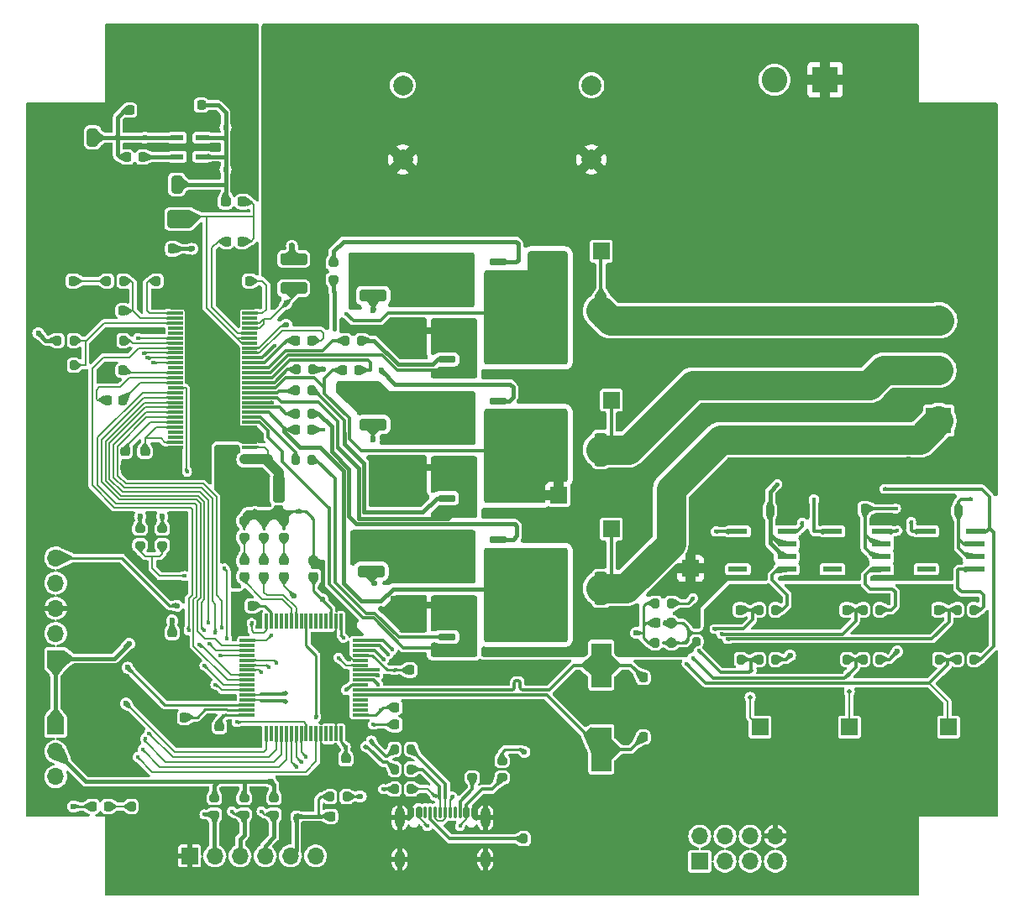
<source format=gbr>
%TF.GenerationSoftware,KiCad,Pcbnew,8.0.2*%
%TF.CreationDate,2024-10-24T11:45:51-03:00*%
%TF.ProjectId,ESCX,45534358-2e6b-4696-9361-645f70636258,rev?*%
%TF.SameCoordinates,Original*%
%TF.FileFunction,Copper,L1,Top*%
%TF.FilePolarity,Positive*%
%FSLAX46Y46*%
G04 Gerber Fmt 4.6, Leading zero omitted, Abs format (unit mm)*
G04 Created by KiCad (PCBNEW 8.0.2) date 2024-10-24 11:45:51*
%MOMM*%
%LPD*%
G01*
G04 APERTURE LIST*
G04 Aperture macros list*
%AMRoundRect*
0 Rectangle with rounded corners*
0 $1 Rounding radius*
0 $2 $3 $4 $5 $6 $7 $8 $9 X,Y pos of 4 corners*
0 Add a 4 corners polygon primitive as box body*
4,1,4,$2,$3,$4,$5,$6,$7,$8,$9,$2,$3,0*
0 Add four circle primitives for the rounded corners*
1,1,$1+$1,$2,$3*
1,1,$1+$1,$4,$5*
1,1,$1+$1,$6,$7*
1,1,$1+$1,$8,$9*
0 Add four rect primitives between the rounded corners*
20,1,$1+$1,$2,$3,$4,$5,0*
20,1,$1+$1,$4,$5,$6,$7,0*
20,1,$1+$1,$6,$7,$8,$9,0*
20,1,$1+$1,$8,$9,$2,$3,0*%
G04 Aperture macros list end*
%TA.AperFunction,EtchedComponent*%
%ADD10C,0.153000*%
%TD*%
%TA.AperFunction,SMDPad,CuDef*%
%ADD11RoundRect,0.237500X0.287500X0.237500X-0.287500X0.237500X-0.287500X-0.237500X0.287500X-0.237500X0*%
%TD*%
%TA.AperFunction,ComponentPad*%
%ADD12R,2.600000X2.600000*%
%TD*%
%TA.AperFunction,ComponentPad*%
%ADD13C,2.600000*%
%TD*%
%TA.AperFunction,SMDPad,CuDef*%
%ADD14RoundRect,0.225000X-0.225000X-0.250000X0.225000X-0.250000X0.225000X0.250000X-0.225000X0.250000X0*%
%TD*%
%TA.AperFunction,SMDPad,CuDef*%
%ADD15RoundRect,0.200000X0.200000X0.275000X-0.200000X0.275000X-0.200000X-0.275000X0.200000X-0.275000X0*%
%TD*%
%TA.AperFunction,ComponentPad*%
%ADD16R,1.700000X1.700000*%
%TD*%
%TA.AperFunction,SMDPad,CuDef*%
%ADD17RoundRect,0.225000X0.225000X0.250000X-0.225000X0.250000X-0.225000X-0.250000X0.225000X-0.250000X0*%
%TD*%
%TA.AperFunction,SMDPad,CuDef*%
%ADD18RoundRect,0.200000X-0.275000X0.200000X-0.275000X-0.200000X0.275000X-0.200000X0.275000X0.200000X0*%
%TD*%
%TA.AperFunction,SMDPad,CuDef*%
%ADD19RoundRect,0.218750X-0.256250X0.218750X-0.256250X-0.218750X0.256250X-0.218750X0.256250X0.218750X0*%
%TD*%
%TA.AperFunction,ComponentPad*%
%ADD20O,1.700000X1.700000*%
%TD*%
%TA.AperFunction,SMDPad,CuDef*%
%ADD21RoundRect,0.200000X0.275000X-0.200000X0.275000X0.200000X-0.275000X0.200000X-0.275000X-0.200000X0*%
%TD*%
%TA.AperFunction,SMDPad,CuDef*%
%ADD22RoundRect,0.250000X-0.362500X-1.425000X0.362500X-1.425000X0.362500X1.425000X-0.362500X1.425000X0*%
%TD*%
%TA.AperFunction,SMDPad,CuDef*%
%ADD23RoundRect,0.250000X-1.100000X0.325000X-1.100000X-0.325000X1.100000X-0.325000X1.100000X0.325000X0*%
%TD*%
%TA.AperFunction,ComponentPad*%
%ADD24C,2.000000*%
%TD*%
%TA.AperFunction,SMDPad,CuDef*%
%ADD25RoundRect,0.200000X-0.200000X-0.275000X0.200000X-0.275000X0.200000X0.275000X-0.200000X0.275000X0*%
%TD*%
%TA.AperFunction,SMDPad,CuDef*%
%ADD26R,1.981200X0.558800*%
%TD*%
%TA.AperFunction,SMDPad,CuDef*%
%ADD27R,1.550000X0.300000*%
%TD*%
%TA.AperFunction,SMDPad,CuDef*%
%ADD28R,3.610000X6.350000*%
%TD*%
%TA.AperFunction,SMDPad,CuDef*%
%ADD29RoundRect,0.225000X-0.250000X0.225000X-0.250000X-0.225000X0.250000X-0.225000X0.250000X0.225000X0*%
%TD*%
%TA.AperFunction,SMDPad,CuDef*%
%ADD30R,1.270000X0.558800*%
%TD*%
%TA.AperFunction,SMDPad,CuDef*%
%ADD31C,0.500000*%
%TD*%
%TA.AperFunction,SMDPad,CuDef*%
%ADD32RoundRect,0.075000X0.700000X0.075000X-0.700000X0.075000X-0.700000X-0.075000X0.700000X-0.075000X0*%
%TD*%
%TA.AperFunction,SMDPad,CuDef*%
%ADD33RoundRect,0.075000X0.075000X0.700000X-0.075000X0.700000X-0.075000X-0.700000X0.075000X-0.700000X0*%
%TD*%
%TA.AperFunction,SMDPad,CuDef*%
%ADD34RoundRect,0.250000X0.325000X0.650000X-0.325000X0.650000X-0.325000X-0.650000X0.325000X-0.650000X0*%
%TD*%
%TA.AperFunction,SMDPad,CuDef*%
%ADD35RoundRect,0.150000X-0.725000X-0.150000X0.725000X-0.150000X0.725000X0.150000X-0.725000X0.150000X0*%
%TD*%
%TA.AperFunction,SMDPad,CuDef*%
%ADD36RoundRect,0.150000X-0.150000X-0.425000X0.150000X-0.425000X0.150000X0.425000X-0.150000X0.425000X0*%
%TD*%
%TA.AperFunction,SMDPad,CuDef*%
%ADD37RoundRect,0.075000X-0.075000X-0.500000X0.075000X-0.500000X0.075000X0.500000X-0.075000X0.500000X0*%
%TD*%
%TA.AperFunction,ComponentPad*%
%ADD38O,1.000000X2.100000*%
%TD*%
%TA.AperFunction,ComponentPad*%
%ADD39O,1.000000X1.800000*%
%TD*%
%TA.AperFunction,SMDPad,CuDef*%
%ADD40R,2.000000X4.500000*%
%TD*%
%TA.AperFunction,SMDPad,CuDef*%
%ADD41RoundRect,0.250000X1.000000X0.650000X-1.000000X0.650000X-1.000000X-0.650000X1.000000X-0.650000X0*%
%TD*%
%TA.AperFunction,SMDPad,CuDef*%
%ADD42RoundRect,0.250000X1.100000X-0.325000X1.100000X0.325000X-1.100000X0.325000X-1.100000X-0.325000X0*%
%TD*%
%TA.AperFunction,SMDPad,CuDef*%
%ADD43RoundRect,0.225000X0.250000X-0.225000X0.250000X0.225000X-0.250000X0.225000X-0.250000X-0.225000X0*%
%TD*%
%TA.AperFunction,SMDPad,CuDef*%
%ADD44RoundRect,0.150000X0.725000X0.150000X-0.725000X0.150000X-0.725000X-0.150000X0.725000X-0.150000X0*%
%TD*%
%TA.AperFunction,SMDPad,CuDef*%
%ADD45RoundRect,0.218750X-0.218750X-0.256250X0.218750X-0.256250X0.218750X0.256250X-0.218750X0.256250X0*%
%TD*%
%TA.AperFunction,SMDPad,CuDef*%
%ADD46RoundRect,0.218750X0.218750X0.256250X-0.218750X0.256250X-0.218750X-0.256250X0.218750X-0.256250X0*%
%TD*%
%TA.AperFunction,SMDPad,CuDef*%
%ADD47RoundRect,0.250000X0.325000X1.100000X-0.325000X1.100000X-0.325000X-1.100000X0.325000X-1.100000X0*%
%TD*%
%TA.AperFunction,ViaPad*%
%ADD48C,0.600000*%
%TD*%
%TA.AperFunction,ViaPad*%
%ADD49C,0.400000*%
%TD*%
%TA.AperFunction,ViaPad*%
%ADD50C,0.500000*%
%TD*%
%TA.AperFunction,Conductor*%
%ADD51C,0.300000*%
%TD*%
%TA.AperFunction,Conductor*%
%ADD52C,0.254000*%
%TD*%
%TA.AperFunction,Conductor*%
%ADD53C,0.200000*%
%TD*%
%TA.AperFunction,Conductor*%
%ADD54C,0.400000*%
%TD*%
%TA.AperFunction,Conductor*%
%ADD55C,0.381000*%
%TD*%
%TA.AperFunction,Conductor*%
%ADD56C,1.000000*%
%TD*%
%TA.AperFunction,Conductor*%
%ADD57C,0.312700*%
%TD*%
%TA.AperFunction,Conductor*%
%ADD58C,3.000000*%
%TD*%
G04 APERTURE END LIST*
D10*
%TO.C,NT1*%
X141000000Y-76250000D02*
X140000000Y-76250000D01*
X140000000Y-75750000D01*
X141000000Y-75750000D01*
X141000000Y-76250000D01*
%TA.AperFunction,EtchedComponent*%
G36*
X141000000Y-76250000D02*
G01*
X140000000Y-76250000D01*
X140000000Y-75750000D01*
X141000000Y-75750000D01*
X141000000Y-76250000D01*
G37*
%TD.AperFunction*%
%TO.C,NT2*%
X141000000Y-90050000D02*
X140000000Y-90050000D01*
X140000000Y-89550000D01*
X141000000Y-89550000D01*
X141000000Y-90050000D01*
%TA.AperFunction,EtchedComponent*%
G36*
X141000000Y-90050000D02*
G01*
X140000000Y-90050000D01*
X140000000Y-89550000D01*
X141000000Y-89550000D01*
X141000000Y-90050000D01*
G37*
%TD.AperFunction*%
%TO.C,NT3*%
X141100000Y-103950000D02*
X140100000Y-103950000D01*
X140100000Y-103450000D01*
X141100000Y-103450000D01*
X141100000Y-103950000D01*
%TA.AperFunction,EtchedComponent*%
G36*
X141100000Y-103950000D02*
G01*
X140100000Y-103950000D01*
X140100000Y-103450000D01*
X141100000Y-103450000D01*
X141100000Y-103950000D01*
G37*
%TD.AperFunction*%
%TD*%
D11*
%TO.P,L2,1,1*%
%TO.N,Net-(D4-K)*%
X121875000Y-63000000D03*
%TO.P,L2,2,2*%
%TO.N,+5V*%
X120125000Y-63000000D03*
%TD*%
D12*
%TO.P,J4,1,Pin_1*%
%TO.N,/power/PH_C*%
X192000000Y-85080000D03*
D13*
%TO.P,J4,2,Pin_2*%
%TO.N,/power/PH_B*%
X192000000Y-80000000D03*
%TO.P,J4,3,Pin_3*%
%TO.N,/power/PH_A*%
X192000000Y-74920000D03*
%TD*%
D14*
%TO.P,C4,1*%
%TO.N,/MCU/NRST*%
X137225000Y-115750000D03*
%TO.P,C4,2*%
%TO.N,GND1*%
X138775000Y-115750000D03*
%TD*%
D15*
%TO.P,R11,1*%
%TO.N,/DRV8301/SH_C*%
X175550000Y-109168800D03*
%TO.P,R11,2*%
%TO.N,/DRV8301/SENS_C*%
X173900000Y-109168800D03*
%TD*%
D14*
%TO.P,C2,1*%
%TO.N,GND1*%
X121225000Y-103750000D03*
%TO.P,C2,2*%
%TO.N,Net-(U1-VCAP1)*%
X122775000Y-103750000D03*
%TD*%
D16*
%TO.P,TP5,1,1*%
%TO.N,/power/PH_A*%
X158000000Y-68000000D03*
%TD*%
D17*
%TO.P,C53,1*%
%TO.N,GND1*%
X132275000Y-125000000D03*
%TO.P,C53,2*%
%TO.N,/MCU/TEMP_MOTOR*%
X130725000Y-125000000D03*
%TD*%
D18*
%TO.P,R3,1*%
%TO.N,GND1*%
X126000000Y-95175000D03*
%TO.P,R3,2*%
%TO.N,Net-(D3-K)*%
X126000000Y-96825000D03*
%TD*%
D12*
%TO.P,J3,1,Pin_1*%
%TO.N,GND2*%
X180545000Y-50695000D03*
D13*
%TO.P,J3,2,Pin_2*%
%TO.N,SUPPLY*%
X175465000Y-50695000D03*
%TD*%
D16*
%TO.P,TP4,1,1*%
%TO.N,/power/PH_B*%
X159000000Y-83000000D03*
%TD*%
D19*
%TO.P,D1,1,K*%
%TO.N,Net-(D1-K)*%
X122000000Y-99212500D03*
%TO.P,D1,2,A*%
%TO.N,/MCU/LED_RED*%
X122000000Y-100787500D03*
%TD*%
D16*
%TO.P,J2,1,Pin_1*%
%TO.N,/NRF/IRQ*%
X167920000Y-129540000D03*
D20*
%TO.P,J2,2,Pin_2*%
%TO.N,/MCU/PD2*%
X167920000Y-127000000D03*
%TO.P,J2,3,Pin_3*%
%TO.N,/MCU/PB3*%
X170460000Y-129540000D03*
%TO.P,J2,4,Pin_4*%
%TO.N,/MCU/PB4*%
X170460000Y-127000000D03*
%TO.P,J2,5,Pin_5*%
%TO.N,/MCU/PB12*%
X173000000Y-129540000D03*
%TO.P,J2,6,Pin_6*%
%TO.N,+3.3V*%
X173000000Y-127000000D03*
%TO.P,J2,7,Pin_7*%
X175540000Y-129540000D03*
%TO.P,J2,8,Pin_8*%
%TO.N,GND1*%
X175540000Y-127000000D03*
%TD*%
D15*
%TO.P,R7,1*%
%TO.N,Net-(U3-DTC)*%
X109825000Y-77000000D03*
%TO.P,R7,2*%
%TO.N,GND1*%
X108175000Y-77000000D03*
%TD*%
%TO.P,R8,1*%
%TO.N,GND1*%
X114825000Y-71000000D03*
%TO.P,R8,2*%
%TO.N,Net-(U3-RT_CLK)*%
X113175000Y-71000000D03*
%TD*%
D21*
%TO.P,R1,1*%
%TO.N,Net-(D1-K)*%
X122000000Y-96825000D03*
%TO.P,R1,2*%
%TO.N,GND1*%
X122000000Y-95175000D03*
%TD*%
D15*
%TO.P,R25,1*%
%TO.N,/power/G2*%
X128925000Y-79925000D03*
%TO.P,R25,2*%
%TO.N,/DRV8301/GH_B*%
X127275000Y-79925000D03*
%TD*%
D14*
%TO.P,C27,1*%
%TO.N,/DRV8301/SH_B*%
X131975000Y-80000000D03*
%TO.P,C27,2*%
%TO.N,Net-(U3-BST_B)*%
X133525000Y-80000000D03*
%TD*%
D16*
%TO.P,TP7,1,1*%
%TO.N,/DRV8301/SH_B*%
X153700000Y-92600000D03*
%TD*%
D22*
%TO.P,R24,1*%
%TO.N,/DRV8301/SH_B*%
X152000000Y-88000000D03*
%TO.P,R24,2*%
%TO.N,/power/PH_B*%
X157925000Y-88000000D03*
%TD*%
D23*
%TO.P,C48,1*%
%TO.N,SUPPLY*%
X135000000Y-82525000D03*
%TO.P,C48,2*%
%TO.N,/DRV8301/SL_B*%
X135000000Y-85475000D03*
%TD*%
D15*
%TO.P,R5,1*%
%TO.N,Net-(U3-VSENSE)*%
X104825000Y-77000000D03*
%TO.P,R5,2*%
%TO.N,+5V*%
X103175000Y-77000000D03*
%TD*%
%TO.P,R20,1*%
%TO.N,Net-(Q2-Pad1)*%
X133825000Y-77000000D03*
%TO.P,R20,2*%
%TO.N,/DRV8301/GL_A*%
X132175000Y-77000000D03*
%TD*%
D24*
%TO.P,C50,1*%
%TO.N,SUPPLY*%
X138000000Y-51250000D03*
%TO.P,C50,2*%
%TO.N,GND2*%
X138000000Y-58750000D03*
%TD*%
D21*
%TO.P,R2,1*%
%TO.N,Net-(D2-K)*%
X124000000Y-96825000D03*
%TO.P,R2,2*%
%TO.N,GND1*%
X124000000Y-95175000D03*
%TD*%
D25*
%TO.P,R28,1*%
%TO.N,/MCU/ADC_TEMP*%
X163425000Y-107500000D03*
%TO.P,R28,2*%
%TO.N,GND1*%
X165075000Y-107500000D03*
%TD*%
%TO.P,R14,1*%
%TO.N,GND1*%
X190400000Y-109168800D03*
%TO.P,R14,2*%
%TO.N,/DRV8301/SENS_A*%
X192050000Y-109168800D03*
%TD*%
D17*
%TO.P,C49,1*%
%TO.N,+3.3V*%
X175000000Y-94168800D03*
%TO.P,C49,2*%
%TO.N,GND2*%
X173450000Y-94168800D03*
%TD*%
D26*
%TO.P,U7,1,IN-*%
%TO.N,/power/PH_C*%
X171761200Y-96263800D03*
%TO.P,U7,2,GND*%
%TO.N,GND2*%
X171761200Y-97533800D03*
%TO.P,U7,3,REF2*%
X171761200Y-98803800D03*
%TO.P,U7,4,NC*%
%TO.N,unconnected-(U7-NC-Pad4)*%
X171761200Y-100073800D03*
%TO.P,U7,5,OUT*%
%TO.N,/power/C_C*%
X176688800Y-100073800D03*
%TO.P,U7,6,VS*%
%TO.N,+3.3V*%
X176688800Y-98803800D03*
%TO.P,U7,7,REF1*%
X176688800Y-97533800D03*
%TO.P,U7,8,IN+*%
%TO.N,/DRV8301/SH_C*%
X176688800Y-96263800D03*
%TD*%
D17*
%TO.P,C25,1*%
%TO.N,Net-(U3-SS_TR)*%
X122525000Y-71000000D03*
%TO.P,C25,2*%
%TO.N,GND1*%
X120975000Y-71000000D03*
%TD*%
D27*
%TO.P,U3,1,RT_CLK*%
%TO.N,Net-(U3-RT_CLK)*%
X115046600Y-74250000D03*
%TO.P,U3,2,COMP*%
%TO.N,Net-(U3-COMP)*%
X115046600Y-74750000D03*
%TO.P,U3,3,VSENSE*%
%TO.N,Net-(U3-VSENSE)*%
X115046600Y-75250000D03*
%TO.P,U3,4,PWRGD*%
%TO.N,unconnected-(U3-PWRGD-Pad4)*%
X115046600Y-75750000D03*
%TO.P,U3,5,OCTW*%
%TO.N,unconnected-(U3-OCTW-Pad5)*%
X115046600Y-76250000D03*
%TO.P,U3,6,FAULT*%
%TO.N,/DRV8301/FAULT*%
X115046600Y-76750000D03*
%TO.P,U3,7,DTC*%
%TO.N,Net-(U3-DTC)*%
X115046600Y-77250000D03*
%TO.P,U3,8,M_PWM*%
%TO.N,/DRV8301/CS*%
X115046600Y-77750000D03*
%TO.P,U3,9,M_OC*%
%TO.N,/DRV8301/SDI*%
X115046600Y-78250000D03*
%TO.P,U3,10,GAIN*%
%TO.N,/DRV8301/SDO*%
X115046600Y-78750000D03*
%TO.P,U3,11,OC_ADJ*%
%TO.N,/DRV8301/SCLK*%
X115046600Y-79250000D03*
%TO.P,U3,12,DC_CAL*%
%TO.N,unconnected-(U3-DC_CAL-Pad12)*%
X115046600Y-79750000D03*
%TO.P,U3,13,GVDD*%
%TO.N,Net-(U3-GVDD)*%
X115046600Y-80250000D03*
%TO.P,U3,14,CP1*%
%TO.N,Net-(U3-CP1)*%
X115046600Y-80750000D03*
%TO.P,U3,15,CP2*%
%TO.N,Net-(U3-CP2)*%
X115046600Y-81250000D03*
%TO.P,U3,16,EN_GATE*%
%TO.N,/DRV8301/EN_GATE*%
X115046600Y-81750000D03*
%TO.P,U3,17,INH_A*%
%TO.N,/DRV8301/INH_A*%
X115046600Y-82250000D03*
%TO.P,U3,18,INL_A*%
%TO.N,/DRV8301/INL_A*%
X115046600Y-82750000D03*
%TO.P,U3,19,INH_B*%
%TO.N,/DRV8301/INH_B*%
X115046600Y-83250000D03*
%TO.P,U3,20,INL_B*%
%TO.N,/DRV8301/INL_B*%
X115046600Y-83750000D03*
%TO.P,U3,21,INH_C*%
%TO.N,/DRV8301/INH_C*%
X115046600Y-84250000D03*
%TO.P,U3,22,INL_C*%
%TO.N,/DRV8301/INL_C*%
X115046600Y-84750000D03*
%TO.P,U3,23,DVDD*%
%TO.N,Net-(U3-DVDD)*%
X115046600Y-85250000D03*
%TO.P,U3,24,REF*%
%TO.N,Net-(U3-AVDD)*%
X115046600Y-85750000D03*
%TO.P,U3,25,SO1*%
%TO.N,unconnected-(U3-SO1-Pad25)*%
X115046600Y-86250000D03*
%TO.P,U3,26,SO2*%
%TO.N,unconnected-(U3-SO2-Pad26)*%
X115046600Y-86750000D03*
%TO.P,U3,27,AVDD*%
%TO.N,Net-(U3-AVDD)*%
X115046600Y-87250000D03*
%TO.P,U3,28,AGND*%
%TO.N,GND1*%
X115046600Y-87750000D03*
%TO.P,U3,29,PVDD1*%
%TO.N,SUPPLY*%
X122546600Y-87750000D03*
%TO.P,U3,30,SP2*%
%TO.N,GND1*%
X122546600Y-87250000D03*
%TO.P,U3,31,SN2*%
X122546600Y-86750000D03*
%TO.P,U3,32,SP1*%
X122546600Y-86250000D03*
%TO.P,U3,33,SN1*%
X122546600Y-85750000D03*
%TO.P,U3,34,SL_C*%
%TO.N,/DRV8301/SL_C*%
X122546600Y-85250000D03*
%TO.P,U3,35,GL_C*%
%TO.N,/DRV8301/GL_C*%
X122546600Y-84750000D03*
%TO.P,U3,36,SH_C*%
%TO.N,/DRV8301/SH_C*%
X122546600Y-84250000D03*
%TO.P,U3,37,GH_C*%
%TO.N,/DRV8301/GH_C*%
X122546600Y-83750000D03*
%TO.P,U3,38,BST_C*%
%TO.N,Net-(U3-BST_C)*%
X122546600Y-83250000D03*
%TO.P,U3,39,SL_B*%
%TO.N,/DRV8301/SL_B*%
X122546600Y-82750000D03*
%TO.P,U3,40,GL_B*%
%TO.N,/DRV8301/GL_B*%
X122546600Y-82250000D03*
%TO.P,U3,41,SH_B*%
%TO.N,/DRV8301/SH_B*%
X122546600Y-81750000D03*
%TO.P,U3,42,GH_B*%
%TO.N,/DRV8301/GH_B*%
X122546600Y-81250000D03*
%TO.P,U3,43,BST_B*%
%TO.N,Net-(U3-BST_B)*%
X122546600Y-80750000D03*
%TO.P,U3,44,SL_A*%
%TO.N,/DRV8301/SL_A*%
X122546600Y-80250000D03*
%TO.P,U3,45,GL_A*%
%TO.N,/DRV8301/GL_A*%
X122546600Y-79750000D03*
%TO.P,U3,46,SH_A*%
%TO.N,/DRV8301/SH_A*%
X122546600Y-79250000D03*
%TO.P,U3,47,GH_A*%
%TO.N,/DRV8301/GH_A*%
X122546600Y-78750000D03*
%TO.P,U3,48,BST_A*%
%TO.N,Net-(U3-BST_A)*%
X122546600Y-78250000D03*
%TO.P,U3,49,BIAS*%
%TO.N,+3.3V*%
X122546600Y-77750000D03*
%TO.P,U3,50,PH*%
%TO.N,Net-(D4-K)*%
X122546600Y-77250000D03*
%TO.P,U3,51,PH*%
X122546600Y-76750000D03*
%TO.P,U3,52,BST_BK*%
%TO.N,Net-(U3-BST_BK)*%
X122546600Y-76250000D03*
%TO.P,U3,53,PVDD2*%
%TO.N,SUPPLY*%
X122546600Y-75750000D03*
%TO.P,U3,54,PVDD2*%
X122546600Y-75250000D03*
%TO.P,U3,55,EN_BUCK*%
%TO.N,unconnected-(U3-EN_BUCK-Pad55)*%
X122546600Y-74750000D03*
%TO.P,U3,56,SS_TR*%
%TO.N,Net-(U3-SS_TR)*%
X122546600Y-74250000D03*
D28*
%TO.P,U3,57,GND(POWER_PAD)*%
%TO.N,GND1*%
X118796600Y-81000000D03*
%TD*%
D29*
%TO.P,C16,1*%
%TO.N,Net-(U3-DVDD)*%
X110000000Y-88225000D03*
%TO.P,C16,2*%
%TO.N,GND1*%
X110000000Y-89775000D03*
%TD*%
D22*
%TO.P,R18,1*%
%TO.N,/DRV8301/SH_A*%
X152037500Y-74000000D03*
%TO.P,R18,2*%
%TO.N,/power/PH_A*%
X157962500Y-74000000D03*
%TD*%
D30*
%TO.P,U2,1,Vin*%
%TO.N,+5V*%
X117719200Y-58452500D03*
%TO.P,U2,2,GND*%
%TO.N,GND1*%
X117719200Y-57500000D03*
%TO.P,U2,3,EN*%
%TO.N,+5V*%
X117719200Y-56547500D03*
%TO.P,U2,4,FB*%
%TO.N,+3.3V*%
X115280800Y-56547500D03*
%TO.P,U2,5,SW*%
%TO.N,Net-(U2-SW)*%
X115280800Y-58452500D03*
%TD*%
D26*
%TO.P,U6,1,IN-*%
%TO.N,/power/PH_B*%
X181297400Y-96263800D03*
%TO.P,U6,2,GND*%
%TO.N,GND2*%
X181297400Y-97533800D03*
%TO.P,U6,3,REF2*%
X181297400Y-98803800D03*
%TO.P,U6,4,NC*%
%TO.N,unconnected-(U6-NC-Pad4)*%
X181297400Y-100073800D03*
%TO.P,U6,5,OUT*%
%TO.N,/power/C_B*%
X186225000Y-100073800D03*
%TO.P,U6,6,VS*%
%TO.N,+3.3V*%
X186225000Y-98803800D03*
%TO.P,U6,7,REF1*%
X186225000Y-97533800D03*
%TO.P,U6,8,IN+*%
%TO.N,/DRV8301/SH_B*%
X186225000Y-96263800D03*
%TD*%
D17*
%TO.P,C12,1*%
%TO.N,+5V*%
X117675000Y-53250000D03*
%TO.P,C12,2*%
%TO.N,GND1*%
X116125000Y-53250000D03*
%TD*%
D31*
%TO.P,NT1,1,1*%
%TO.N,GND2*%
X140000000Y-76000000D03*
%TO.P,NT1,2,2*%
%TO.N,/DRV8301/SL_A*%
X141000000Y-76000000D03*
%TD*%
D32*
%TO.P,U1,1,VBAT*%
%TO.N,+3.3V*%
X133675000Y-114750000D03*
%TO.P,U1,2,PC13_(RTC_AF1)*%
%TO.N,unconnected-(U1-PC13_(RTC_AF1)-Pad2)*%
X133675000Y-114250000D03*
%TO.P,U1,3,PC14-OSC32_IN*%
%TO.N,unconnected-(U1-PC14-OSC32_IN-Pad3)*%
X133675000Y-113750000D03*
%TO.P,U1,4,PC15-OSC32_OUT*%
%TO.N,unconnected-(U1-PC15-OSC32_OUT-Pad4)*%
X133675000Y-113250000D03*
%TO.P,U1,5,PH0-OSC_IN*%
%TO.N,Net-(U1-PH0-OSC_IN)*%
X133675000Y-112750000D03*
%TO.P,U1,6,PH1-OSC_OUT*%
%TO.N,Net-(U1-PH1-OSC_OUT)*%
X133675000Y-112250000D03*
%TO.P,U1,7,NRST*%
%TO.N,/MCU/NRST*%
X133675000Y-111750000D03*
%TO.P,U1,8,PC0(ADC123_IN10)*%
%TO.N,/MCU/CURRENT_1*%
X133675000Y-111250000D03*
%TO.P,U1,9,PC1(ADC123_IN11)*%
%TO.N,/MCU/CURRENT_2*%
X133675000Y-110750000D03*
%TO.P,U1,10,PC2(ADC123_IN12)*%
%TO.N,/MCU/CURRENT_3*%
X133675000Y-110250000D03*
%TO.P,U1,11,PC3(ADC123_IN13)*%
%TO.N,/MCU/AN_IN*%
X133675000Y-109750000D03*
%TO.P,U1,12,VSSA*%
%TO.N,GND1*%
X133675000Y-109250000D03*
%TO.P,U1,13,VDDA*%
%TO.N,+3.3V*%
X133675000Y-108750000D03*
%TO.P,U1,14,PA0(ADC123_IN0/WKUP)*%
%TO.N,/DRV8301/SENS_A*%
X133675000Y-108250000D03*
%TO.P,U1,15,PA1(ADC123_IN1)*%
%TO.N,/DRV8301/SENS_B*%
X133675000Y-107750000D03*
%TO.P,U1,16,PA2(ADC123_IN2)*%
%TO.N,/DRV8301/SENS_C*%
X133675000Y-107250000D03*
D33*
%TO.P,U1,17,PA3(ADC123_IN3)*%
%TO.N,/MCU/ADC_TEMP*%
X131750000Y-105325000D03*
%TO.P,U1,18,VSS*%
%TO.N,GND1*%
X131250000Y-105325000D03*
%TO.P,U1,19,VDD*%
%TO.N,+3.3V*%
X130750000Y-105325000D03*
%TO.P,U1,20,PA4(ADC12_IN4/DAC1_OUT)*%
%TO.N,unconnected-(U1-PA4(ADC12_IN4{slash}DAC1_OUT)-Pad20)*%
X130250000Y-105325000D03*
%TO.P,U1,21,PA5(ADC12_IN5/DAC2_OUT)*%
%TO.N,unconnected-(U1-PA5(ADC12_IN5{slash}DAC2_OUT)-Pad21)*%
X129750000Y-105325000D03*
%TO.P,U1,22,PA6(ADC12_IN6)*%
%TO.N,unconnected-(U1-PA6(ADC12_IN6)-Pad22)*%
X129250000Y-105325000D03*
%TO.P,U1,23,PA7(ADC12_IN7)*%
%TO.N,unconnected-(U1-PA7(ADC12_IN7)-Pad23)*%
X128750000Y-105325000D03*
%TO.P,U1,24,PC4(ADC12_IN14)*%
%TO.N,/MCU/TEMP_MOTOR*%
X128250000Y-105325000D03*
%TO.P,U1,25,PC5(ADC12_IN15)*%
%TO.N,unconnected-(U1-PC5(ADC12_IN15)-Pad25)*%
X127750000Y-105325000D03*
%TO.P,U1,26,PB0(ADC12_IN8)*%
%TO.N,/MCU/LED_GREEN*%
X127250000Y-105325000D03*
%TO.P,U1,27,PB1(ADC12_IN9)*%
%TO.N,/MCU/LED_RED*%
X126750000Y-105325000D03*
%TO.P,U1,28,PB2-BOOT1*%
%TO.N,unconnected-(U1-PB2-BOOT1-Pad28)*%
X126250000Y-105325000D03*
%TO.P,U1,29,PB10*%
%TO.N,unconnected-(U1-PB10-Pad29)*%
X125750000Y-105325000D03*
%TO.P,U1,30,PB11*%
%TO.N,unconnected-(U1-PB11-Pad30)*%
X125250000Y-105325000D03*
%TO.P,U1,31,VCAP1*%
%TO.N,Net-(U1-VCAP1)*%
X124750000Y-105325000D03*
%TO.P,U1,32,VDD*%
%TO.N,+3.3V*%
X124250000Y-105325000D03*
D32*
%TO.P,U1,33,PB12*%
%TO.N,/MCU/PB12*%
X122325000Y-107250000D03*
%TO.P,U1,34,PB13(OTG_HS_VBUS)*%
%TO.N,/DRV8301/INL_A*%
X122325000Y-107750000D03*
%TO.P,U1,35,PB14*%
%TO.N,/DRV8301/INL_B*%
X122325000Y-108250000D03*
%TO.P,U1,36,PB15*%
%TO.N,/DRV8301/INL_C*%
X122325000Y-108750000D03*
%TO.P,U1,37,PC6*%
%TO.N,/MCU/HALL_1*%
X122325000Y-109250000D03*
%TO.P,U1,38,PC7*%
%TO.N,/MCU/HALL_2*%
X122325000Y-109750000D03*
%TO.P,U1,39,PC8*%
%TO.N,/MCU/HALL_3*%
X122325000Y-110250000D03*
%TO.P,U1,40,PC9*%
%TO.N,/DRV8301/CS*%
X122325000Y-110750000D03*
%TO.P,U1,41,PA8*%
%TO.N,/DRV8301/INH_A*%
X122325000Y-111250000D03*
%TO.P,U1,42,PA9(OTG_FS_VBUS)*%
%TO.N,/DRV8301/INH_B*%
X122325000Y-111750000D03*
%TO.P,U1,43,PA10*%
%TO.N,/DRV8301/INH_C*%
X122325000Y-112250000D03*
%TO.P,U1,44,PA11*%
%TO.N,/USB_Interface/dusb-*%
X122325000Y-112750000D03*
%TO.P,U1,45,PA12*%
%TO.N,/USB_Interface/dusb+*%
X122325000Y-113250000D03*
%TO.P,U1,46,PA13(JTMS-SWDIO)*%
%TO.N,/MCU/SWDIO*%
X122325000Y-113750000D03*
%TO.P,U1,47,VCAP2*%
%TO.N,Net-(U1-VCAP2)*%
X122325000Y-114250000D03*
%TO.P,U1,48,VDD*%
%TO.N,+3.3V*%
X122325000Y-114750000D03*
D33*
%TO.P,U1,49,PA14(JTCK-SWCLK)*%
%TO.N,/MCU/SWCLK*%
X124250000Y-116675000D03*
%TO.P,U1,50,PA15(JTDI)*%
%TO.N,unconnected-(U1-PA15(JTDI)-Pad50)*%
X124750000Y-116675000D03*
%TO.P,U1,51,PC10*%
%TO.N,/DRV8301/SCLK*%
X125250000Y-116675000D03*
%TO.P,U1,52,PC11*%
%TO.N,/DRV8301/SDO*%
X125750000Y-116675000D03*
%TO.P,U1,53,PC12*%
%TO.N,/DRV8301/SDI*%
X126250000Y-116675000D03*
%TO.P,U1,54,PD2*%
%TO.N,/MCU/PD2*%
X126750000Y-116675000D03*
%TO.P,U1,55,PB3(JTDO/TRACESWO)*%
%TO.N,/MCU/PB3*%
X127250000Y-116675000D03*
%TO.P,U1,56,PB4(NJTRST)*%
%TO.N,/MCU/PB4*%
X127750000Y-116675000D03*
%TO.P,U1,57,PB5*%
%TO.N,/DRV8301/EN_GATE*%
X128250000Y-116675000D03*
%TO.P,U1,58,PB6*%
%TO.N,unconnected-(U1-PB6-Pad58)*%
X128750000Y-116675000D03*
%TO.P,U1,59,PB7*%
%TO.N,/DRV8301/FAULT*%
X129250000Y-116675000D03*
%TO.P,U1,60,BOOT0(VPP)*%
%TO.N,GND1*%
X129750000Y-116675000D03*
%TO.P,U1,61,PB8*%
%TO.N,unconnected-(U1-PB8-Pad61)*%
X130250000Y-116675000D03*
%TO.P,U1,62,PB9*%
%TO.N,unconnected-(U1-PB9-Pad62)*%
X130750000Y-116675000D03*
%TO.P,U1,63,VSS*%
%TO.N,GND1*%
X131250000Y-116675000D03*
%TO.P,U1,64,VDD*%
%TO.N,+3.3V*%
X131750000Y-116675000D03*
%TD*%
D15*
%TO.P,R23,1*%
%TO.N,/power/C_C*%
X175550000Y-104168800D03*
%TO.P,R23,2*%
%TO.N,/MCU/CURRENT_3*%
X173900000Y-104168800D03*
%TD*%
D14*
%TO.P,C3,1*%
%TO.N,GND1*%
X114425000Y-115000000D03*
%TO.P,C3,2*%
%TO.N,Net-(U1-VCAP2)*%
X115975000Y-115000000D03*
%TD*%
D21*
%TO.P,R35,1*%
%TO.N,/MCU/HALL_2*%
X122000000Y-124825000D03*
%TO.P,R35,2*%
%TO.N,Net-(J5-Pin_6)*%
X122000000Y-123175000D03*
%TD*%
D25*
%TO.P,R4,1*%
%TO.N,GND1*%
X103175000Y-79500000D03*
%TO.P,R4,2*%
%TO.N,Net-(U3-VSENSE)*%
X104825000Y-79500000D03*
%TD*%
D18*
%TO.P,R30,1*%
%TO.N,GND2*%
X113750000Y-96000000D03*
%TO.P,R30,2*%
%TO.N,/MCU/AN_IN*%
X113750000Y-97650000D03*
%TD*%
D17*
%TO.P,C46,1*%
%TO.N,+3.3V*%
X184562050Y-93953800D03*
%TO.P,C46,2*%
%TO.N,GND2*%
X183012050Y-93953800D03*
%TD*%
D18*
%TO.P,R19,1*%
%TO.N,/power/G1*%
X131000000Y-69175000D03*
%TO.P,R19,2*%
%TO.N,/DRV8301/GH_A*%
X131000000Y-70825000D03*
%TD*%
D34*
%TO.P,C30,1*%
%TO.N,+5V*%
X115225000Y-61250000D03*
%TO.P,C30,2*%
%TO.N,GND1*%
X112275000Y-61250000D03*
%TD*%
D16*
%TO.P,J5,1,Pin_1*%
%TO.N,GND1*%
X116500000Y-129000000D03*
D20*
%TO.P,J5,2,Pin_2*%
%TO.N,/MCU/HALL_3*%
X119040000Y-129000000D03*
%TO.P,J5,3,Pin_3*%
%TO.N,/MCU/HALL_2*%
X121580000Y-129000000D03*
%TO.P,J5,4,Pin_4*%
%TO.N,/MCU/HALL_1*%
X124120000Y-129000000D03*
%TO.P,J5,5,Pin_5*%
%TO.N,/MCU/TEMP_MOTOR*%
X126660000Y-129000000D03*
%TO.P,J5,6,Pin_6*%
%TO.N,Net-(J5-Pin_6)*%
X129200000Y-129000000D03*
%TD*%
D17*
%TO.P,C29,1*%
%TO.N,+5V*%
X114775000Y-67750000D03*
%TO.P,C29,2*%
%TO.N,GND1*%
X113225000Y-67750000D03*
%TD*%
D35*
%TO.P,Q6,1,1*%
%TO.N,Net-(Q6-Pad1)*%
X142425000Y-106905000D03*
%TO.P,Q6,2,2*%
%TO.N,/DRV8301/SH_C*%
X147575000Y-103095000D03*
X147575000Y-104365000D03*
X147575000Y-105635000D03*
X147575000Y-106905000D03*
%TO.P,Q6,3,3*%
%TO.N,/DRV8301/SL_C*%
X142425000Y-103095000D03*
X142425000Y-104365000D03*
X142425000Y-105635000D03*
%TD*%
D18*
%TO.P,R38,1*%
%TO.N,+5V*%
X148000000Y-119425000D03*
%TO.P,R38,2*%
%TO.N,Net-(J6-VBUS-PadA4)*%
X148000000Y-121075000D03*
%TD*%
D16*
%TO.P,J7,1,Pin_1*%
%TO.N,+3.3V*%
X103000000Y-115920000D03*
D20*
%TO.P,J7,2,Pin_2*%
%TO.N,Net-(J5-Pin_6)*%
X103000000Y-118460000D03*
%TO.P,J7,3,Pin_3*%
%TO.N,+5V*%
X103000000Y-121000000D03*
%TD*%
D18*
%TO.P,R42,1*%
%TO.N,GND1*%
X145000000Y-119425000D03*
%TO.P,R42,2*%
%TO.N,Net-(J6-CC2)*%
X145000000Y-121075000D03*
%TD*%
D36*
%TO.P,J6,A1,GND*%
%TO.N,GND1*%
X138800000Y-124570000D03*
%TO.P,J6,A4,VBUS*%
%TO.N,Net-(J6-VBUS-PadA4)*%
X139600000Y-124570000D03*
D37*
%TO.P,J6,A5,CC1*%
%TO.N,Net-(J6-CC1)*%
X140750000Y-124570000D03*
%TO.P,J6,A6,D+*%
%TO.N,Net-(J6-D+-PadA6)*%
X141750000Y-124570000D03*
%TO.P,J6,A7,D-*%
%TO.N,Net-(J6-D--PadA7)*%
X142250000Y-124570000D03*
%TO.P,J6,A8,SBU1*%
%TO.N,unconnected-(J6-SBU1-PadA8)*%
X143250000Y-124570000D03*
D36*
%TO.P,J6,A9,VBUS*%
%TO.N,Net-(J6-VBUS-PadA4)*%
X144400000Y-124570000D03*
%TO.P,J6,A12,GND*%
%TO.N,GND1*%
X145200000Y-124570000D03*
%TO.P,J6,B1,GND*%
X145200000Y-124570000D03*
%TO.P,J6,B4,VBUS*%
%TO.N,Net-(J6-VBUS-PadA4)*%
X144400000Y-124570000D03*
D37*
%TO.P,J6,B5,CC2*%
%TO.N,Net-(J6-CC2)*%
X143750000Y-124570000D03*
%TO.P,J6,B6,D+*%
%TO.N,Net-(J6-D+-PadA6)*%
X142750000Y-124570000D03*
%TO.P,J6,B7,D-*%
%TO.N,Net-(J6-D--PadA7)*%
X141250000Y-124570000D03*
%TO.P,J6,B8,SBU2*%
%TO.N,unconnected-(J6-SBU2-PadB8)*%
X140250000Y-124570000D03*
D36*
%TO.P,J6,B9,VBUS*%
%TO.N,Net-(J6-VBUS-PadA4)*%
X139600000Y-124570000D03*
%TO.P,J6,B12,GND*%
%TO.N,GND1*%
X138800000Y-124570000D03*
D38*
%TO.P,J6,S1,SHIELD*%
X137680000Y-125145000D03*
D39*
X137680000Y-129325000D03*
D38*
X146320000Y-125145000D03*
D39*
X146320000Y-129325000D03*
%TD*%
D23*
%TO.P,C42,1*%
%TO.N,SUPPLY*%
X135000000Y-69525000D03*
%TO.P,C42,2*%
%TO.N,/DRV8301/SL_A*%
X135000000Y-72475000D03*
%TD*%
D29*
%TO.P,C9,1*%
%TO.N,+3.3V*%
X119500000Y-115975000D03*
%TO.P,C9,2*%
%TO.N,GND1*%
X119500000Y-117525000D03*
%TD*%
D16*
%TO.P,TP13,1,1*%
%TO.N,/DRV8301/SENS_C*%
X174000000Y-116000000D03*
%TD*%
D15*
%TO.P,R32,1*%
%TO.N,/power/G3*%
X128825000Y-84400000D03*
%TO.P,R32,2*%
%TO.N,/DRV8301/GH_C*%
X127175000Y-84400000D03*
%TD*%
D16*
%TO.P,TP11,1,1*%
%TO.N,/DRV8301/SENS_A*%
X193000000Y-116000000D03*
%TD*%
D17*
%TO.P,C7,1*%
%TO.N,GND1*%
X163775000Y-111000000D03*
%TO.P,C7,2*%
%TO.N,Net-(U1-PH1-OSC_OUT)*%
X162225000Y-111000000D03*
%TD*%
D18*
%TO.P,R29,1*%
%TO.N,SUPPLY*%
X111500000Y-96000000D03*
%TO.P,R29,2*%
%TO.N,/MCU/AN_IN*%
X111500000Y-97650000D03*
%TD*%
D19*
%TO.P,D3,1,K*%
%TO.N,Net-(D3-K)*%
X126000000Y-99212500D03*
%TO.P,D3,2,A*%
%TO.N,+3.3V*%
X126000000Y-100787500D03*
%TD*%
D40*
%TO.P,X1,1,1*%
%TO.N,Net-(U1-PH1-OSC_OUT)*%
X158000000Y-109750000D03*
%TO.P,X1,2,2*%
%TO.N,Net-(U1-PH0-OSC_IN)*%
X158000000Y-118250000D03*
%TD*%
D16*
%TO.P,TP6,1,1*%
%TO.N,/DRV8301/SH_A*%
X152000000Y-70000000D03*
%TD*%
D26*
%TO.P,U5,1,IN-*%
%TO.N,/power/PH_A*%
X190761200Y-96263800D03*
%TO.P,U5,2,GND*%
%TO.N,GND2*%
X190761200Y-97533800D03*
%TO.P,U5,3,REF2*%
X190761200Y-98803800D03*
%TO.P,U5,4,NC*%
%TO.N,unconnected-(U5-NC-Pad4)*%
X190761200Y-100073800D03*
%TO.P,U5,5,OUT*%
%TO.N,/power/C_A*%
X195688800Y-100073800D03*
%TO.P,U5,6,VS*%
%TO.N,+3.3V*%
X195688800Y-98803800D03*
%TO.P,U5,7,REF1*%
X195688800Y-97533800D03*
%TO.P,U5,8,IN+*%
%TO.N,/DRV8301/SH_A*%
X195688800Y-96263800D03*
%TD*%
D35*
%TO.P,Q4,1,1*%
%TO.N,Net-(Q4-Pad1)*%
X142425000Y-92905000D03*
%TO.P,Q4,2,2*%
%TO.N,/DRV8301/SH_B*%
X147575000Y-89095000D03*
X147575000Y-90365000D03*
X147575000Y-91635000D03*
X147575000Y-92905000D03*
%TO.P,Q4,3,3*%
%TO.N,/DRV8301/SL_B*%
X142425000Y-89095000D03*
X142425000Y-90365000D03*
X142425000Y-91635000D03*
%TD*%
D41*
%TO.P,D4,1,K*%
%TO.N,Net-(D4-K)*%
X115500000Y-64750000D03*
%TO.P,D4,2,A*%
%TO.N,GND1*%
X111500000Y-64750000D03*
%TD*%
D25*
%TO.P,R12,1*%
%TO.N,GND1*%
X170400000Y-109168800D03*
%TO.P,R12,2*%
%TO.N,/DRV8301/SENS_C*%
X172050000Y-109168800D03*
%TD*%
D15*
%TO.P,R43,1*%
%TO.N,GND1*%
X151825000Y-127250000D03*
%TO.P,R43,2*%
%TO.N,Net-(J6-CC1)*%
X150175000Y-127250000D03*
%TD*%
D17*
%TO.P,C13,1*%
%TO.N,Net-(U3-GVDD)*%
X109775000Y-80000000D03*
%TO.P,C13,2*%
%TO.N,GND1*%
X108225000Y-80000000D03*
%TD*%
D42*
%TO.P,C28,1*%
%TO.N,SUPPLY*%
X127000000Y-71725000D03*
%TO.P,C28,2*%
%TO.N,GND1*%
X127000000Y-68775000D03*
%TD*%
D22*
%TO.P,R31,1*%
%TO.N,/DRV8301/SH_C*%
X152037500Y-102000000D03*
%TO.P,R31,2*%
%TO.N,/power/PH_C*%
X157962500Y-102000000D03*
%TD*%
D17*
%TO.P,C43,1*%
%TO.N,/MCU/CURRENT_1*%
X192000000Y-104168800D03*
%TO.P,C43,2*%
%TO.N,GND1*%
X190450000Y-104168800D03*
%TD*%
D25*
%TO.P,R13,1*%
%TO.N,Net-(D5-A)*%
X110675000Y-124000000D03*
%TO.P,R13,2*%
%TO.N,GND1*%
X112325000Y-124000000D03*
%TD*%
D29*
%TO.P,C6,1*%
%TO.N,+3.3V*%
X114750000Y-106475000D03*
%TO.P,C6,2*%
%TO.N,GND1*%
X114750000Y-108025000D03*
%TD*%
D17*
%TO.P,C44,1*%
%TO.N,/MCU/CURRENT_2*%
X182725000Y-104168800D03*
%TO.P,C44,2*%
%TO.N,GND1*%
X181175000Y-104168800D03*
%TD*%
D25*
%TO.P,R39,1*%
%TO.N,+3.3V*%
X137175000Y-122250000D03*
%TO.P,R39,2*%
%TO.N,Net-(J6-D+-PadA6)*%
X138825000Y-122250000D03*
%TD*%
D43*
%TO.P,C11,1*%
%TO.N,+3.3V*%
X129000000Y-100775000D03*
%TO.P,C11,2*%
%TO.N,GND1*%
X129000000Y-99225000D03*
%TD*%
D35*
%TO.P,Q2,1,1*%
%TO.N,Net-(Q2-Pad1)*%
X142425000Y-78905000D03*
%TO.P,Q2,2,2*%
%TO.N,/DRV8301/SH_A*%
X147575000Y-75095000D03*
X147575000Y-76365000D03*
X147575000Y-77635000D03*
X147575000Y-78905000D03*
%TO.P,Q2,3,3*%
%TO.N,/DRV8301/SL_A*%
X142425000Y-75095000D03*
X142425000Y-76365000D03*
X142425000Y-77635000D03*
%TD*%
D14*
%TO.P,C23,1*%
%TO.N,/DRV8301/SH_A*%
X127225000Y-77000000D03*
%TO.P,C23,2*%
%TO.N,Net-(U3-BST_A)*%
X128775000Y-77000000D03*
%TD*%
%TO.P,C20,1*%
%TO.N,+3.3V*%
X110475000Y-53750000D03*
%TO.P,C20,2*%
%TO.N,GND1*%
X112025000Y-53750000D03*
%TD*%
D25*
%TO.P,R41,1*%
%TO.N,/USB_Interface/dusb+*%
X137175000Y-120250000D03*
%TO.P,R41,2*%
%TO.N,Net-(J6-D+-PadA6)*%
X138825000Y-120250000D03*
%TD*%
D16*
%TO.P,TP12,1,1*%
%TO.N,/DRV8301/SENS_B*%
X183000000Y-116000000D03*
%TD*%
D15*
%TO.P,R9,1*%
%TO.N,/DRV8301/SH_A*%
X195550000Y-109168800D03*
%TO.P,R9,2*%
%TO.N,/DRV8301/SENS_A*%
X193900000Y-109168800D03*
%TD*%
%TO.P,R22,1*%
%TO.N,/power/C_B*%
X186050000Y-104168800D03*
%TO.P,R22,2*%
%TO.N,/MCU/CURRENT_2*%
X184400000Y-104168800D03*
%TD*%
D14*
%TO.P,C17,1*%
%TO.N,GND1*%
X108225000Y-74000000D03*
%TO.P,C17,2*%
%TO.N,Net-(U3-COMP)*%
X109775000Y-74000000D03*
%TD*%
D15*
%TO.P,R33,1*%
%TO.N,Net-(Q6-Pad1)*%
X128825000Y-89050000D03*
%TO.P,R33,2*%
%TO.N,/DRV8301/GL_C*%
X127175000Y-89050000D03*
%TD*%
%TO.P,R26,1*%
%TO.N,Net-(Q4-Pad1)*%
X128825000Y-82000000D03*
%TO.P,R26,2*%
%TO.N,/DRV8301/GL_B*%
X127175000Y-82000000D03*
%TD*%
D25*
%TO.P,R6,1*%
%TO.N,Net-(C15-Pad2)*%
X108175000Y-71000000D03*
%TO.P,R6,2*%
%TO.N,Net-(U3-COMP)*%
X109825000Y-71000000D03*
%TD*%
D31*
%TO.P,NT2,1,1*%
%TO.N,GND2*%
X140000000Y-89800000D03*
%TO.P,NT2,2,2*%
%TO.N,/DRV8301/SL_B*%
X141000000Y-89800000D03*
%TD*%
D23*
%TO.P,C52,1*%
%TO.N,SUPPLY*%
X134800000Y-97325000D03*
%TO.P,C52,2*%
%TO.N,/DRV8301/SL_C*%
X134800000Y-100275000D03*
%TD*%
D16*
%TO.P,J1,1,Pin_1*%
%TO.N,+3.3V*%
X103000000Y-109080000D03*
D20*
%TO.P,J1,2,Pin_2*%
%TO.N,/MCU/SWCLK*%
X103000000Y-106540000D03*
%TO.P,J1,3,Pin_3*%
%TO.N,GND1*%
X103000000Y-104000000D03*
%TO.P,J1,4,Pin_4*%
%TO.N,/MCU/SWDIO*%
X103000000Y-101460000D03*
%TO.P,J1,5,Pin_5*%
%TO.N,/MCU/NRST*%
X103000000Y-98920000D03*
%TD*%
D44*
%TO.P,Q1,1,1*%
%TO.N,/power/G1*%
X147575000Y-69095000D03*
%TO.P,Q1,2,2*%
%TO.N,SUPPLY*%
X142425000Y-72905000D03*
X142425000Y-71635000D03*
X142425000Y-70365000D03*
X142425000Y-69095000D03*
%TO.P,Q1,3,3*%
%TO.N,/DRV8301/SH_A*%
X147575000Y-72905000D03*
X147575000Y-71635000D03*
X147575000Y-70365000D03*
%TD*%
D15*
%TO.P,R37,1*%
%TO.N,+3.3V*%
X132325000Y-123000000D03*
%TO.P,R37,2*%
%TO.N,/MCU/TEMP_MOTOR*%
X130675000Y-123000000D03*
%TD*%
D19*
%TO.P,D2,1,K*%
%TO.N,Net-(D2-K)*%
X124000000Y-99212500D03*
%TO.P,D2,2,A*%
%TO.N,/MCU/LED_GREEN*%
X124000000Y-100787500D03*
%TD*%
D45*
%TO.P,D5,1,K*%
%TO.N,+5V*%
X106712500Y-124000000D03*
%TO.P,D5,2,A*%
%TO.N,Net-(D5-A)*%
X108287500Y-124000000D03*
%TD*%
D46*
%TO.P,L1,1,1*%
%TO.N,Net-(U2-SW)*%
X111787500Y-58500000D03*
%TO.P,L1,2,2*%
%TO.N,+3.3V*%
X110212500Y-58500000D03*
%TD*%
D44*
%TO.P,Q5,1,1*%
%TO.N,/power/G3*%
X147575000Y-97095000D03*
%TO.P,Q5,2,2*%
%TO.N,SUPPLY*%
X142425000Y-100905000D03*
X142425000Y-99635000D03*
X142425000Y-98365000D03*
X142425000Y-97095000D03*
%TO.P,Q5,3,3*%
%TO.N,/DRV8301/SH_C*%
X147575000Y-100905000D03*
X147575000Y-99635000D03*
X147575000Y-98365000D03*
%TD*%
D16*
%TO.P,TP10,1,1*%
%TO.N,GND2*%
X167000000Y-100000000D03*
%TD*%
D14*
%TO.P,C15,1*%
%TO.N,GND1*%
X103225000Y-71000000D03*
%TO.P,C15,2*%
%TO.N,Net-(C15-Pad2)*%
X104775000Y-71000000D03*
%TD*%
D25*
%TO.P,R40,1*%
%TO.N,/USB_Interface/dusb-*%
X137175000Y-118250000D03*
%TO.P,R40,2*%
%TO.N,Net-(J6-D--PadA7)*%
X138825000Y-118250000D03*
%TD*%
D31*
%TO.P,NT3,1,1*%
%TO.N,GND2*%
X140100000Y-103700000D03*
%TO.P,NT3,2,2*%
%TO.N,/DRV8301/SL_C*%
X141100000Y-103700000D03*
%TD*%
D16*
%TO.P,TP8,1,1*%
%TO.N,/power/PH_C*%
X159000000Y-96000000D03*
%TD*%
D25*
%TO.P,R15,1*%
%TO.N,GND1*%
X181100000Y-109168800D03*
%TO.P,R15,2*%
%TO.N,/DRV8301/SENS_B*%
X182750000Y-109168800D03*
%TD*%
D21*
%TO.P,R36,1*%
%TO.N,/MCU/HALL_3*%
X119000000Y-124825000D03*
%TO.P,R36,2*%
%TO.N,Net-(J5-Pin_6)*%
X119000000Y-123175000D03*
%TD*%
D14*
%TO.P,C19,1*%
%TO.N,Net-(U3-CP1)*%
X108225000Y-83000000D03*
%TO.P,C19,2*%
%TO.N,Net-(U3-CP2)*%
X109775000Y-83000000D03*
%TD*%
D47*
%TO.P,C22,1*%
%TO.N,SUPPLY*%
X125475000Y-92000000D03*
%TO.P,C22,2*%
%TO.N,GND2*%
X122525000Y-92000000D03*
%TD*%
D17*
%TO.P,C1,1*%
%TO.N,GND1*%
X163775000Y-117000000D03*
%TO.P,C1,2*%
%TO.N,Net-(U1-PH0-OSC_IN)*%
X162225000Y-117000000D03*
%TD*%
%TO.P,C45,1*%
%TO.N,/MCU/CURRENT_3*%
X172000000Y-104168800D03*
%TO.P,C45,2*%
%TO.N,GND1*%
X170450000Y-104168800D03*
%TD*%
D29*
%TO.P,C18,1*%
%TO.N,Net-(U3-AVDD)*%
X112000000Y-88225000D03*
%TO.P,C18,2*%
%TO.N,GND1*%
X112000000Y-89775000D03*
%TD*%
D14*
%TO.P,C47,1*%
%TO.N,/MCU/ADC_TEMP*%
X163475000Y-105500000D03*
%TO.P,C47,2*%
%TO.N,GND1*%
X165025000Y-105500000D03*
%TD*%
%TO.P,C5,1*%
%TO.N,+3.3V*%
X138725000Y-110250000D03*
%TO.P,C5,2*%
%TO.N,GND1*%
X140275000Y-110250000D03*
%TD*%
D24*
%TO.P,C51,1*%
%TO.N,SUPPLY*%
X157000000Y-51250000D03*
%TO.P,C51,2*%
%TO.N,GND2*%
X157000000Y-58750000D03*
%TD*%
D17*
%TO.P,C41,1*%
%TO.N,+3.3V*%
X194000000Y-94168800D03*
%TO.P,C41,2*%
%TO.N,GND2*%
X192450000Y-94168800D03*
%TD*%
%TO.P,C26,1*%
%TO.N,Net-(D4-K)*%
X121775000Y-67000000D03*
%TO.P,C26,2*%
%TO.N,Net-(U3-BST_BK)*%
X120225000Y-67000000D03*
%TD*%
D14*
%TO.P,C8,1*%
%TO.N,+3.3V*%
X137225000Y-114000000D03*
%TO.P,C8,2*%
%TO.N,GND1*%
X138775000Y-114000000D03*
%TD*%
D44*
%TO.P,Q3,1,1*%
%TO.N,/power/G2*%
X147575000Y-83095000D03*
%TO.P,Q3,2,2*%
%TO.N,SUPPLY*%
X142425000Y-86905000D03*
X142425000Y-85635000D03*
X142425000Y-84365000D03*
X142425000Y-83095000D03*
%TO.P,Q3,3,3*%
%TO.N,/DRV8301/SH_B*%
X147575000Y-86905000D03*
X147575000Y-85635000D03*
X147575000Y-84365000D03*
%TD*%
D21*
%TO.P,R34,1*%
%TO.N,/MCU/HALL_1*%
X125000000Y-124825000D03*
%TO.P,R34,2*%
%TO.N,Net-(J5-Pin_6)*%
X125000000Y-123175000D03*
%TD*%
D15*
%TO.P,R27,1*%
%TO.N,+3.3V*%
X165075000Y-103500000D03*
%TO.P,R27,2*%
%TO.N,/MCU/ADC_TEMP*%
X163425000Y-103500000D03*
%TD*%
%TO.P,R21,1*%
%TO.N,/power/C_A*%
X195550000Y-104168800D03*
%TO.P,R21,2*%
%TO.N,/MCU/CURRENT_1*%
X193900000Y-104168800D03*
%TD*%
D16*
%TO.P,TP9,1,1*%
%TO.N,/DRV8301/SH_C*%
X153600000Y-106400000D03*
%TD*%
D29*
%TO.P,C10,1*%
%TO.N,+3.3V*%
X132250000Y-119225000D03*
%TO.P,C10,2*%
%TO.N,GND1*%
X132250000Y-120775000D03*
%TD*%
D15*
%TO.P,R10,1*%
%TO.N,/DRV8301/SH_B*%
X186050000Y-109168800D03*
%TO.P,R10,2*%
%TO.N,/DRV8301/SENS_B*%
X184400000Y-109168800D03*
%TD*%
D34*
%TO.P,C21,1*%
%TO.N,+3.3V*%
X106725000Y-56500000D03*
%TO.P,C21,2*%
%TO.N,GND1*%
X103775000Y-56500000D03*
%TD*%
D14*
%TO.P,C24,1*%
%TO.N,/DRV8301/SH_C*%
X127225000Y-86000000D03*
%TO.P,C24,2*%
%TO.N,Net-(U3-BST_C)*%
X128775000Y-86000000D03*
%TD*%
D48*
%TO.N,GND1*%
X179000000Y-129000000D03*
X104000000Y-59000000D03*
D49*
X145000000Y-117750000D03*
D48*
X110750000Y-61250000D03*
X134000000Y-129000000D03*
X159000000Y-124000000D03*
D50*
X117600000Y-80960000D03*
D48*
X174000000Y-119000000D03*
D50*
X118796600Y-81000000D03*
D49*
X121750000Y-102500000D03*
D48*
X119750000Y-71000000D03*
X179000000Y-119000000D03*
X179000000Y-124000000D03*
X109000000Y-129000000D03*
D50*
X117600000Y-79690000D03*
X120000000Y-79690000D03*
D49*
X140500000Y-115000000D03*
D50*
X118800000Y-84680000D03*
D49*
X131250000Y-107500000D03*
D50*
X120000000Y-85900000D03*
X120000000Y-83500000D03*
D48*
X184000000Y-114000000D03*
X164000000Y-129000000D03*
X184000000Y-124000000D03*
D50*
X118800000Y-78400000D03*
D48*
X189000000Y-129000000D03*
D50*
X130400000Y-115100000D03*
X118800000Y-77080000D03*
D48*
X154000000Y-129000000D03*
X116250000Y-50500000D03*
X169000000Y-114000000D03*
D49*
X173000000Y-102500000D03*
D48*
X107500000Y-113700000D03*
X126810662Y-67439338D03*
D49*
X141750000Y-110250000D03*
D50*
X123050000Y-94250000D03*
D48*
X130500000Y-118500000D03*
X115750000Y-94750000D03*
X189000000Y-114000000D03*
X111250000Y-50500000D03*
D50*
X118800000Y-83480000D03*
X117600000Y-84700000D03*
D48*
X104000000Y-89000000D03*
X149000000Y-124000000D03*
D49*
X107000000Y-77500000D03*
D50*
X117600000Y-78420000D03*
D48*
X164000000Y-124000000D03*
D50*
X117600000Y-83500000D03*
D48*
X114000000Y-129000000D03*
D50*
X108150000Y-81050000D03*
X118800000Y-79670000D03*
D48*
X109000000Y-69000000D03*
X101750000Y-56500000D03*
X109000000Y-119000000D03*
D50*
X120000000Y-77100000D03*
D48*
X154000000Y-124000000D03*
X114000000Y-124000000D03*
D50*
X125000000Y-94250000D03*
X127500000Y-94250000D03*
D48*
X109000000Y-104000000D03*
X104000000Y-94000000D03*
X159000000Y-129000000D03*
D50*
X118800000Y-82210000D03*
D48*
X179000000Y-114000000D03*
D50*
X120000000Y-80960000D03*
D48*
X109000000Y-64000000D03*
D50*
X120000000Y-78420000D03*
D48*
X144000000Y-114000000D03*
X189000000Y-119000000D03*
D50*
X120000000Y-82230000D03*
D48*
X184000000Y-129000000D03*
X174000000Y-114000000D03*
D50*
X118800000Y-85880000D03*
D48*
X144000000Y-129000000D03*
D50*
X120000000Y-84700000D03*
D48*
X189000000Y-124000000D03*
X104000000Y-84000000D03*
X184000000Y-119000000D03*
X149000000Y-114000000D03*
D50*
X117600000Y-82230000D03*
D48*
X104000000Y-64000000D03*
D50*
X117600000Y-85900000D03*
X117600000Y-77100000D03*
D49*
%TO.N,/MCU/NRST*%
X135000000Y-115750000D03*
D48*
X115250000Y-103750000D03*
D49*
X132250000Y-112250000D03*
%TO.N,+3.3V*%
X122750000Y-105500000D03*
X136000000Y-122250000D03*
D48*
X109250000Y-56547500D03*
D49*
X137250000Y-110250000D03*
D48*
X129875000Y-103125000D03*
X114750000Y-105250000D03*
D49*
X132250000Y-118000000D03*
X195250000Y-93000000D03*
X135750000Y-114250000D03*
X175750000Y-91500000D03*
D48*
X127000000Y-102750000D03*
X126250000Y-75400000D03*
X112000000Y-56547500D03*
X133750000Y-123000000D03*
D49*
X119875000Y-114875000D03*
D48*
X110400000Y-107600000D03*
D49*
X187703800Y-93953800D03*
X167250000Y-103000000D03*
D48*
%TO.N,+5V*%
X150250000Y-118500000D03*
X101250000Y-76250000D03*
X120125000Y-55500000D03*
X116750000Y-67750000D03*
X104750000Y-124000000D03*
X120125000Y-59750000D03*
%TO.N,SUPPLY*%
X138100000Y-100000000D03*
X138100000Y-87000000D03*
X138000000Y-72000000D03*
X140100000Y-100000000D03*
X139100000Y-87000000D03*
X140000000Y-73000000D03*
X138000000Y-71000000D03*
X138000000Y-73000000D03*
X139000000Y-69000000D03*
X139100000Y-101000000D03*
X139100000Y-83000000D03*
X138100000Y-97000000D03*
X122000000Y-89000000D03*
X138000000Y-70000000D03*
X140100000Y-97000000D03*
X140000000Y-72000000D03*
X139100000Y-97000000D03*
X140100000Y-87000000D03*
X138100000Y-83000000D03*
X139000000Y-73000000D03*
X139000000Y-70000000D03*
X139100000Y-98000000D03*
X140100000Y-84000000D03*
X140100000Y-86000000D03*
X140100000Y-85000000D03*
X139100000Y-86000000D03*
X139000000Y-71000000D03*
X138000000Y-69000000D03*
X140000000Y-69000000D03*
X140100000Y-101000000D03*
X138100000Y-86000000D03*
X126250000Y-73250000D03*
X140000000Y-70000000D03*
X140100000Y-99000000D03*
X139100000Y-84000000D03*
X111500000Y-94750000D03*
X138100000Y-101000000D03*
X138100000Y-98000000D03*
X139100000Y-99000000D03*
X140100000Y-98000000D03*
X139100000Y-85000000D03*
X138100000Y-85000000D03*
X138100000Y-84000000D03*
X138100000Y-99000000D03*
X139100000Y-100000000D03*
X140100000Y-83000000D03*
X139000000Y-72000000D03*
D49*
%TO.N,/DRV8301/SH_A*%
X132300000Y-74300000D03*
X126307107Y-77000000D03*
X186521446Y-91972354D03*
X153000000Y-78000000D03*
X152000000Y-78000000D03*
X151000000Y-78000000D03*
%TO.N,/DRV8301/SH_C*%
X152000000Y-105000000D03*
X151000000Y-105000000D03*
X153000000Y-105000000D03*
D48*
X177025000Y-108768800D03*
D49*
X178225000Y-95368800D03*
%TO.N,Net-(U3-BST_C)*%
X124850000Y-83250000D03*
X130000000Y-86000000D03*
D48*
%TO.N,/DRV8301/SH_B*%
X187825000Y-108368800D03*
D49*
X153000000Y-85000000D03*
X152000000Y-85000000D03*
X154000000Y-85000000D03*
X187825000Y-96168800D03*
%TO.N,Net-(J6-D+-PadA6)*%
X143000000Y-123000000D03*
X141200000Y-122950000D03*
%TO.N,/MCU/CURRENT_1*%
X170700000Y-107118800D03*
X135500000Y-111700000D03*
%TO.N,/MCU/CURRENT_2*%
X170100000Y-106600000D03*
X135500000Y-110800003D03*
%TO.N,/MCU/CURRENT_3*%
X169400000Y-106100000D03*
X135500000Y-110200000D03*
D48*
%TO.N,/MCU/ADC_TEMP*%
X161500000Y-106500000D03*
D49*
X132000000Y-107000000D03*
%TO.N,/MCU/TEMP_MOTOR*%
X129250000Y-115000000D03*
D48*
X127250000Y-125000000D03*
%TO.N,/MCU/SWCLK*%
X110125000Y-113625000D03*
%TO.N,/MCU/SWDIO*%
X110250000Y-110000000D03*
D49*
%TO.N,/MCU/HALL_2*%
X120750000Y-124500000D03*
X124500000Y-110000000D03*
D48*
%TO.N,Net-(J5-Pin_6)*%
X124700000Y-121500000D03*
D49*
%TO.N,/MCU/HALL_1*%
X125250000Y-109500000D03*
X123750000Y-124500000D03*
%TO.N,/MCU/HALL_3*%
X118000000Y-124800000D03*
X123750000Y-110500000D03*
%TO.N,Net-(J6-VBUS-PadA4)*%
X143750000Y-126000000D03*
X140455001Y-126000000D03*
%TO.N,/power/PH_A*%
X189225000Y-95268800D03*
D48*
X159700000Y-75200000D03*
%TO.N,/power/PH_B*%
X159700000Y-87900000D03*
D49*
X179425000Y-93000000D03*
%TO.N,/power/PH_C*%
X169525000Y-96268800D03*
D48*
X159700000Y-101900000D03*
D49*
%TO.N,/DRV8301/SENS_A*%
X136100000Y-109200000D03*
X166600000Y-109600000D03*
%TO.N,/DRV8301/SENS_B*%
X167200000Y-109000000D03*
D50*
X182900000Y-110700000D03*
X183000000Y-112400000D03*
D49*
X136550000Y-108650000D03*
%TO.N,/DRV8301/SENS_C*%
X167800000Y-108300000D03*
X136956497Y-108200000D03*
D50*
X173100000Y-110300000D03*
X173000000Y-113000000D03*
D49*
%TO.N,/DRV8301/GH_A*%
X125100000Y-77500000D03*
X131100000Y-75800000D03*
%TO.N,/MCU/AN_IN*%
X131500000Y-109000000D03*
X116000000Y-100750000D03*
%TO.N,/DRV8301/INH_C*%
X119100000Y-111700000D03*
X119100000Y-106500000D03*
%TO.N,/DRV8301/INH_B*%
X118000000Y-106250000D03*
X118000000Y-109800000D03*
%TO.N,/MCU/PB12*%
X124750000Y-106750000D03*
%TO.N,/DRV8301/EN_GATE*%
X120250000Y-107100000D03*
X116250000Y-90250000D03*
X121250000Y-115500000D03*
X120000000Y-100000000D03*
%TO.N,/MCU/PB4*%
X128250000Y-119000000D03*
%TO.N,/DRV8301/CS*%
X116400000Y-106250000D03*
X117500001Y-107700001D03*
%TO.N,/DRV8301/SCLK*%
X112399999Y-116607106D03*
X112800000Y-79250000D03*
%TO.N,/DRV8301/SDO*%
X112000000Y-117150000D03*
X112250000Y-78750000D03*
%TO.N,/MCU/PD2*%
X127250000Y-120000000D03*
%TO.N,/DRV8301/FAULT*%
X111250000Y-119000000D03*
X111300000Y-76750000D03*
%TO.N,/DRV8301/SDI*%
X111850000Y-78253554D03*
X111750000Y-118250000D03*
%TO.N,/DRV8301/INL_C*%
X119600000Y-108800000D03*
X119750000Y-106000000D03*
%TO.N,/DRV8301/INL_B*%
X118500000Y-107557106D03*
X118400000Y-105500000D03*
%TO.N,/MCU/PB3*%
X127750000Y-119500000D03*
D48*
%TO.N,GND2*%
X138000000Y-105000000D03*
X129000000Y-59000000D03*
X139000000Y-104000000D03*
X139000000Y-92000000D03*
X129000000Y-54000000D03*
X139000000Y-78000000D03*
X137000000Y-91000000D03*
X169000000Y-69000000D03*
X137000000Y-104000000D03*
X137000000Y-105000000D03*
X174000000Y-59000000D03*
X138000000Y-93000000D03*
X120000000Y-89250000D03*
X139000000Y-77000000D03*
X169000000Y-94000000D03*
X134000000Y-54000000D03*
X174000000Y-69000000D03*
X139000000Y-106000000D03*
X179000000Y-69000000D03*
X137000000Y-92000000D03*
X139000000Y-75000000D03*
X139000000Y-93000000D03*
X164000000Y-79000000D03*
X164000000Y-64000000D03*
X139000000Y-105000000D03*
X138000000Y-90000000D03*
X134000000Y-59000000D03*
X154000000Y-59000000D03*
X179000000Y-79000000D03*
X164000000Y-59000000D03*
X138000000Y-78000000D03*
D49*
X188500000Y-99500000D03*
D48*
X139000000Y-103000000D03*
X137000000Y-90000000D03*
X194000000Y-89000000D03*
D49*
X179000000Y-98000000D03*
D48*
X113750000Y-94750000D03*
X179000000Y-64000000D03*
D49*
X169250000Y-99500000D03*
D48*
X138000000Y-91000000D03*
X137000000Y-103000000D03*
X138000000Y-106000000D03*
X184000000Y-54000000D03*
X179000000Y-59000000D03*
X164000000Y-69000000D03*
X139000000Y-90000000D03*
X154000000Y-64000000D03*
X159000000Y-64000000D03*
D49*
X169250000Y-98000000D03*
D48*
X138000000Y-76000000D03*
X138000000Y-75000000D03*
X189000000Y-54000000D03*
X139000000Y-76000000D03*
X184000000Y-49000000D03*
X138000000Y-104000000D03*
X139000000Y-91000000D03*
X149000000Y-59000000D03*
X138000000Y-92000000D03*
D49*
X188500000Y-98000000D03*
D48*
X174000000Y-64000000D03*
X137000000Y-93000000D03*
X138000000Y-103000000D03*
X189000000Y-49000000D03*
D49*
X179000000Y-99500000D03*
D48*
X184000000Y-59000000D03*
X129000000Y-49000000D03*
X169000000Y-64000000D03*
X138000000Y-77000000D03*
X189000000Y-89000000D03*
X164000000Y-89000000D03*
X169000000Y-79000000D03*
X169000000Y-59000000D03*
X134000000Y-49000000D03*
D50*
%TO.N,/USB_Interface/dusb+*%
X134248889Y-117964575D03*
X126152672Y-113400000D03*
%TO.N,/USB_Interface/dusb-*%
X126152672Y-112600000D03*
X134814575Y-117398889D03*
D48*
%TO.N,/power/G2*%
X135800000Y-80000000D03*
X130000000Y-79875000D03*
D49*
%TO.N,/DRV8301/SL_A*%
X144000000Y-76000000D03*
D48*
X135000000Y-74000000D03*
D49*
X145000000Y-76000000D03*
%TO.N,/DRV8301/SL_B*%
X144000000Y-90000000D03*
X145000000Y-90000000D03*
D48*
X135000000Y-87000000D03*
%TO.N,/DRV8301/SL_C*%
X135133823Y-101525367D03*
X144000000Y-104000000D03*
%TD*%
D51*
%TO.N,Net-(U1-PH0-OSC_IN)*%
X160975000Y-118250000D02*
X162225000Y-117000000D01*
X158000000Y-118250000D02*
X160975000Y-118250000D01*
X152500000Y-112750000D02*
X133675000Y-112750000D01*
X158000000Y-118250000D02*
X152500000Y-112750000D01*
D52*
%TO.N,GND1*%
X123300000Y-94250000D02*
X122250000Y-94250000D01*
X166750000Y-107250000D02*
X166500000Y-107500000D01*
D53*
X129750000Y-117750000D02*
X129750000Y-116675000D01*
D52*
X140275000Y-110250000D02*
X141750000Y-110250000D01*
D53*
X124000000Y-95175000D02*
X124000000Y-94250000D01*
D52*
X165025000Y-105500000D02*
X166250000Y-105500000D01*
X166250000Y-105500000D02*
X166750000Y-106000000D01*
X168250000Y-106500000D02*
X168750000Y-107000000D01*
D53*
X130500000Y-118500000D02*
X129750000Y-117750000D01*
X127000000Y-67750000D02*
X127000000Y-68775000D01*
D52*
X129000000Y-95000000D02*
X128250000Y-94250000D01*
X129000000Y-99225000D02*
X129000000Y-95000000D01*
X126000000Y-94250000D02*
X125000000Y-94250000D01*
D53*
X126000000Y-95175000D02*
X126000000Y-94250000D01*
X131250000Y-116675000D02*
X131250000Y-115550000D01*
X131250000Y-115550000D02*
X130800000Y-115100000D01*
D52*
X127500000Y-94250000D02*
X126000000Y-94250000D01*
X122000000Y-94500000D02*
X122000000Y-95175000D01*
D53*
X126810662Y-67560662D02*
X127000000Y-67750000D01*
X133000000Y-109250000D02*
X131250000Y-107500000D01*
D52*
X123300000Y-94250000D02*
X123050000Y-94250000D01*
D53*
X130800000Y-115100000D02*
X130400000Y-115100000D01*
X131250000Y-105325000D02*
X131250000Y-107500000D01*
D52*
X125000000Y-94250000D02*
X124000000Y-94250000D01*
X128250000Y-94250000D02*
X127500000Y-94250000D01*
X124000000Y-94250000D02*
X123300000Y-94250000D01*
X166750000Y-106500000D02*
X168250000Y-106500000D01*
X166750000Y-106000000D02*
X166750000Y-107250000D01*
D53*
X126810662Y-67439338D02*
X126810662Y-67560662D01*
D52*
X122250000Y-94250000D02*
X122000000Y-94500000D01*
D53*
X133675000Y-109250000D02*
X133000000Y-109250000D01*
D52*
X166500000Y-107500000D02*
X165075000Y-107500000D01*
%TO.N,Net-(U1-VCAP1)*%
X124020592Y-103750000D02*
X124750000Y-104479408D01*
X122775000Y-103750000D02*
X124020592Y-103750000D01*
X124750000Y-104479408D02*
X124750000Y-105325000D01*
%TO.N,Net-(U1-VCAP2)*%
X117250000Y-115000000D02*
X115975000Y-115000000D01*
X118027000Y-114223000D02*
X117250000Y-115000000D01*
X120218291Y-114223000D02*
X118027000Y-114223000D01*
X122325000Y-114250000D02*
X120245291Y-114250000D01*
X120245291Y-114250000D02*
X120218291Y-114223000D01*
%TO.N,/MCU/NRST*%
X114500000Y-103750000D02*
X109670000Y-98920000D01*
X135000000Y-115750000D02*
X137225000Y-115750000D01*
X115250000Y-103750000D02*
X114500000Y-103750000D01*
X132250000Y-112250000D02*
X132750000Y-111750000D01*
X109670000Y-98920000D02*
X103000000Y-98920000D01*
X132750000Y-111750000D02*
X133675000Y-111750000D01*
D51*
%TO.N,+3.3V*%
X137175000Y-122250000D02*
X136000000Y-122250000D01*
D52*
X133675000Y-108750000D02*
X134904709Y-108750000D01*
D54*
X175000000Y-94168800D02*
X175000000Y-96556200D01*
D55*
X109500000Y-58500000D02*
X109975000Y-58500000D01*
D53*
X126000000Y-100787500D02*
X126000000Y-101750000D01*
D54*
X176360000Y-98803800D02*
X175000000Y-97443800D01*
D51*
X184562050Y-96582050D02*
X185513800Y-97533800D01*
D52*
X135250000Y-114750000D02*
X136000000Y-114000000D01*
D55*
X108920000Y-109080000D02*
X110400000Y-107600000D01*
D52*
X119875000Y-114875000D02*
X119500000Y-115250000D01*
X119500000Y-115250000D02*
X119500000Y-115975000D01*
D53*
X124000000Y-106500000D02*
X124250000Y-106250000D01*
D51*
X194250000Y-93000000D02*
X195250000Y-93000000D01*
D55*
X106772500Y-56547500D02*
X106725000Y-56500000D01*
D51*
X194000000Y-93250000D02*
X194250000Y-93000000D01*
D52*
X129000000Y-102250000D02*
X129000000Y-100775000D01*
D55*
X103000000Y-109080000D02*
X108920000Y-109080000D01*
D51*
X184562050Y-93953800D02*
X184562050Y-96582050D01*
X194490000Y-97533800D02*
X195688800Y-97533800D01*
D54*
X176688800Y-98803800D02*
X176360000Y-98803800D01*
X175977600Y-97533800D02*
X176688800Y-97533800D01*
D52*
X136404709Y-110250000D02*
X138725000Y-110250000D01*
D55*
X109250000Y-56547500D02*
X106772500Y-56547500D01*
D53*
X122546600Y-77750000D02*
X123505914Y-77750000D01*
X123505914Y-77750000D02*
X125755914Y-75500000D01*
D52*
X134904709Y-108750000D02*
X136404709Y-110250000D01*
D54*
X175000000Y-97443800D02*
X175000000Y-96556200D01*
D55*
X109987500Y-53750000D02*
X109250000Y-54487500D01*
D52*
X137250000Y-110250000D02*
X136404709Y-110250000D01*
X131750000Y-116675000D02*
X131750000Y-117500000D01*
D55*
X110475000Y-53750000D02*
X109987500Y-53750000D01*
D51*
X185460000Y-98803800D02*
X186225000Y-98803800D01*
D55*
X115280800Y-56547500D02*
X109250000Y-56547500D01*
D53*
X122750000Y-106250000D02*
X123000000Y-106500000D01*
D51*
X187703800Y-93953800D02*
X184562050Y-93953800D01*
D54*
X175000000Y-92250000D02*
X175750000Y-91500000D01*
D55*
X109250000Y-58250000D02*
X109500000Y-58500000D01*
D51*
X194000000Y-94168800D02*
X194000000Y-97043800D01*
D52*
X132250000Y-118000000D02*
X132250000Y-119225000D01*
X130750000Y-105325000D02*
X130750000Y-104000000D01*
X131750000Y-117500000D02*
X132250000Y-118000000D01*
D51*
X194000000Y-97043800D02*
X194490000Y-97533800D01*
D53*
X126250000Y-75500000D02*
X126250000Y-75400000D01*
D52*
X133675000Y-114750000D02*
X135250000Y-114750000D01*
D51*
X185513800Y-97533800D02*
X186225000Y-97533800D01*
D52*
X165075000Y-103500000D02*
X166750000Y-103500000D01*
D51*
X194000000Y-94168800D02*
X194000000Y-93250000D01*
X194000000Y-97043800D02*
X194000000Y-97943800D01*
D52*
X136000000Y-114000000D02*
X137225000Y-114000000D01*
D51*
X194000000Y-97943800D02*
X194860000Y-98803800D01*
D53*
X125755914Y-75500000D02*
X126250000Y-75500000D01*
D52*
X130750000Y-104000000D02*
X129000000Y-102250000D01*
D53*
X124250000Y-106250000D02*
X124250000Y-105325000D01*
D52*
X114750000Y-106475000D02*
X114750000Y-105250000D01*
X132325000Y-123000000D02*
X133750000Y-123000000D01*
D53*
X122750000Y-105500000D02*
X122750000Y-106250000D01*
D54*
X175000000Y-96556200D02*
X175977600Y-97533800D01*
D51*
X184562050Y-97905850D02*
X185460000Y-98803800D01*
D52*
X120000000Y-114750000D02*
X119875000Y-114875000D01*
D54*
X175000000Y-94168800D02*
X175000000Y-92250000D01*
D52*
X166750000Y-103500000D02*
X167250000Y-103000000D01*
X122325000Y-114750000D02*
X120000000Y-114750000D01*
D55*
X103000000Y-115920000D02*
X103000000Y-109080000D01*
D51*
X184562050Y-96582050D02*
X184562050Y-97905850D01*
D53*
X123000000Y-106500000D02*
X124000000Y-106500000D01*
D51*
X194860000Y-98803800D02*
X195688800Y-98803800D01*
D55*
X109250000Y-54487500D02*
X109250000Y-58250000D01*
D53*
X126000000Y-101750000D02*
X127000000Y-102750000D01*
D51*
%TO.N,Net-(U1-PH1-OSC_OUT)*%
X155250000Y-109750000D02*
X158000000Y-109750000D01*
X149214831Y-112010000D02*
X149214831Y-111540000D01*
X150054831Y-112250000D02*
X150174831Y-112250000D01*
X149454831Y-111300000D02*
X149574831Y-111300000D01*
X149814831Y-111540000D02*
X149814831Y-112010000D01*
X152750000Y-112250000D02*
X155250000Y-109750000D01*
X133675000Y-112250000D02*
X148974831Y-112250000D01*
X160975000Y-109750000D02*
X162225000Y-111000000D01*
X158000000Y-109750000D02*
X160975000Y-109750000D01*
X150232567Y-112250000D02*
X152750000Y-112250000D01*
X150174831Y-112250000D02*
X150232567Y-112250000D01*
X149214831Y-111540000D02*
G75*
G02*
X149454831Y-111300031I239969J0D01*
G01*
X149814831Y-112010000D02*
G75*
G03*
X150054831Y-112249969I239969J0D01*
G01*
X148974831Y-112250000D02*
G75*
G03*
X149214800Y-112010000I-31J240000D01*
G01*
X149574831Y-111300000D02*
G75*
G02*
X149814800Y-111540000I-31J-240000D01*
G01*
D55*
%TO.N,+5V*%
X120077500Y-58452500D02*
X120125000Y-58500000D01*
X119375000Y-53250000D02*
X120125000Y-54000000D01*
X120125000Y-54000000D02*
X120125000Y-57625000D01*
X114775000Y-67750000D02*
X116750000Y-67750000D01*
X102000000Y-77000000D02*
X101250000Y-76250000D01*
X120125000Y-57625000D02*
X120125000Y-58500000D01*
X117719200Y-58452500D02*
X120077500Y-58452500D01*
X117719200Y-56547500D02*
X119922500Y-56547500D01*
D52*
X148250000Y-118250000D02*
X150000000Y-118250000D01*
D55*
X120125000Y-61250000D02*
X120125000Y-63000000D01*
X119922500Y-56547500D02*
X120125000Y-56750000D01*
D52*
X148000000Y-119425000D02*
X148000000Y-118500000D01*
X106712500Y-124000000D02*
X104750000Y-124000000D01*
X148000000Y-118500000D02*
X148250000Y-118250000D01*
X150000000Y-118250000D02*
X150250000Y-118500000D01*
D55*
X103175000Y-77000000D02*
X102000000Y-77000000D01*
X117675000Y-53250000D02*
X119375000Y-53250000D01*
X120125000Y-58500000D02*
X120125000Y-61250000D01*
X115225000Y-61250000D02*
X120125000Y-61250000D01*
X120125000Y-56750000D02*
X120125000Y-57625000D01*
D53*
%TO.N,Net-(U3-GVDD)*%
X109775000Y-80000000D02*
X110025000Y-80250000D01*
X110025000Y-80250000D02*
X115046600Y-80250000D01*
%TO.N,Net-(C15-Pad2)*%
X108175000Y-71000000D02*
X104775000Y-71000000D01*
%TO.N,Net-(U3-DVDD)*%
X112550000Y-85250000D02*
X115046600Y-85250000D01*
X110000000Y-88225000D02*
X110000000Y-87800000D01*
X110000000Y-87800000D02*
X112550000Y-85250000D01*
%TO.N,Net-(U3-COMP)*%
X111550000Y-74750000D02*
X110800000Y-74000000D01*
X110600000Y-71000000D02*
X109825000Y-71000000D01*
X110800000Y-74000000D02*
X110800000Y-71200000D01*
X110800000Y-74000000D02*
X109775000Y-74000000D01*
X110800000Y-71200000D02*
X110600000Y-71000000D01*
X115046600Y-74750000D02*
X111550000Y-74750000D01*
%TO.N,Net-(U3-AVDD)*%
X114021600Y-87250000D02*
X115046600Y-87250000D01*
X113135800Y-85750000D02*
X115046600Y-85750000D01*
X112000000Y-86885800D02*
X113657400Y-86885800D01*
X112000000Y-87771600D02*
X112000000Y-86885800D01*
X113657400Y-86885800D02*
X114021600Y-87250000D01*
X112000000Y-86885800D02*
X113135800Y-85750000D01*
X112000000Y-88225000D02*
X112000000Y-87771600D01*
%TO.N,Net-(U3-CP2)*%
X109775000Y-83000000D02*
X111525000Y-81250000D01*
X111525000Y-81250000D02*
X115046600Y-81250000D01*
%TO.N,Net-(U3-CP1)*%
X109500000Y-81700000D02*
X107400000Y-81700000D01*
X115021600Y-80775000D02*
X110425000Y-80775000D01*
X107100000Y-82000000D02*
X107100000Y-82900000D01*
X110425000Y-80775000D02*
X109500000Y-81700000D01*
X115046600Y-80750000D02*
X115021600Y-80775000D01*
X107200000Y-83000000D02*
X108225000Y-83000000D01*
X107400000Y-81700000D02*
X107100000Y-82000000D01*
X107100000Y-82900000D02*
X107200000Y-83000000D01*
D56*
%TO.N,SUPPLY*%
X122000000Y-89000000D02*
X124400000Y-89000000D01*
D53*
X127000000Y-72500000D02*
X127000000Y-71725000D01*
X122546600Y-75250000D02*
X123571600Y-75250000D01*
X123960800Y-75000000D02*
X123960800Y-74860800D01*
X123910800Y-74910800D02*
X123960800Y-74860800D01*
X124639200Y-74860800D02*
X126250000Y-73250000D01*
X124400000Y-88100000D02*
X124050000Y-87750000D01*
X124050000Y-87750000D02*
X122546600Y-87750000D01*
X123571600Y-75250000D02*
X123910800Y-74910800D01*
X123550000Y-75750000D02*
X123960800Y-75339200D01*
X124400000Y-89000000D02*
X124400000Y-88100000D01*
X126250000Y-73250000D02*
X127000000Y-72500000D01*
X123960800Y-74860800D02*
X124639200Y-74860800D01*
D56*
X124400000Y-89200000D02*
X125475000Y-90275000D01*
D52*
X111500000Y-96000000D02*
X111500000Y-94750000D01*
D56*
X125475000Y-90275000D02*
X125475000Y-92000000D01*
X124400000Y-89000000D02*
X124400000Y-89200000D01*
D53*
X122546600Y-75750000D02*
X123550000Y-75750000D01*
X123960800Y-75339200D02*
X123960800Y-75000000D01*
D51*
%TO.N,/DRV8301/SH_A*%
X125903554Y-77403553D02*
X125903553Y-77403553D01*
X186525000Y-91968800D02*
X186521446Y-91972354D01*
X197125000Y-95968800D02*
X197125000Y-93268800D01*
X122546600Y-79250000D02*
X124057107Y-79250000D01*
X195550000Y-109168800D02*
X196225000Y-109168800D01*
X196225000Y-109168800D02*
X197525000Y-107868800D01*
X124057107Y-79250000D02*
X125903553Y-77403553D01*
X197125000Y-92768800D02*
X196325000Y-91968800D01*
X135707106Y-75000000D02*
X136507106Y-74200000D01*
X126307107Y-77000000D02*
X125903554Y-77403553D01*
X196325000Y-91968800D02*
X186525000Y-91968800D01*
X197125000Y-93268800D02*
X197125000Y-92768800D01*
X132300000Y-74300000D02*
X133000000Y-75000000D01*
X126307107Y-77000000D02*
X127225000Y-77000000D01*
X147724150Y-75024150D02*
X147724150Y-75095000D01*
X125903553Y-77403553D02*
X126307107Y-77000000D01*
X133000000Y-75000000D02*
X135707106Y-75000000D01*
X146900000Y-74200000D02*
X147724150Y-75024150D01*
X197525000Y-107868800D02*
X197525000Y-96368800D01*
X136507106Y-74200000D02*
X146900000Y-74200000D01*
X197525000Y-96368800D02*
X197125000Y-95968800D01*
X195688800Y-96263800D02*
X196830000Y-96263800D01*
X196830000Y-96263800D02*
X197125000Y-95968800D01*
D53*
%TO.N,Net-(U3-BST_A)*%
X125821600Y-76000000D02*
X123571600Y-78250000D01*
X123571600Y-78250000D02*
X122546600Y-78250000D01*
X130000000Y-76250000D02*
X129750000Y-76000000D01*
X129750000Y-76000000D02*
X125821600Y-76000000D01*
X130000000Y-76750000D02*
X130000000Y-76250000D01*
X129750000Y-77000000D02*
X130000000Y-76750000D01*
X128775000Y-77000000D02*
X129750000Y-77000000D01*
D54*
%TO.N,/DRV8301/SH_C*%
X132000000Y-90177818D02*
X129622182Y-87800000D01*
D51*
X126200000Y-86000000D02*
X127225000Y-86000000D01*
X124450000Y-84250000D02*
X126000000Y-85800000D01*
X176625000Y-109168800D02*
X177025000Y-108768800D01*
X176688800Y-96263800D02*
X177730000Y-96263800D01*
D54*
X147724150Y-103095000D02*
X147195000Y-103095000D01*
X135780761Y-103300000D02*
X133784924Y-103300000D01*
D51*
X122546600Y-84250000D02*
X124450000Y-84250000D01*
X175550000Y-109168800D02*
X176625000Y-109168800D01*
D54*
X126000000Y-86150000D02*
X126000000Y-85800000D01*
D51*
X126000000Y-85800000D02*
X126200000Y-86000000D01*
D54*
X129622182Y-87800000D02*
X127650000Y-87800000D01*
X132000000Y-101515076D02*
X132000000Y-90177818D01*
X136980761Y-102100000D02*
X135780761Y-103300000D01*
X147195000Y-103095000D02*
X146200000Y-102100000D01*
D51*
X178225000Y-95768800D02*
X178225000Y-95368800D01*
D54*
X146200000Y-102100000D02*
X136980761Y-102100000D01*
X127650000Y-87800000D02*
X126000000Y-86150000D01*
D51*
X177730000Y-96263800D02*
X178225000Y-95768800D01*
D54*
X133784924Y-103300000D02*
X132000000Y-101515076D01*
D51*
%TO.N,Net-(U3-BST_C)*%
X128775000Y-86000000D02*
X130000000Y-86000000D01*
X124850000Y-83250000D02*
X122546600Y-83250000D01*
D53*
%TO.N,Net-(U3-SS_TR)*%
X122525000Y-71000000D02*
X123800000Y-71000000D01*
X124250000Y-73850000D02*
X123850000Y-74250000D01*
X123850000Y-74250000D02*
X122546600Y-74250000D01*
X123800000Y-71000000D02*
X124250000Y-71450000D01*
X124250000Y-71450000D02*
X124250000Y-73850000D01*
%TO.N,Net-(D4-K)*%
X115750000Y-64500000D02*
X115500000Y-64750000D01*
X123000000Y-64800000D02*
X123000000Y-63300000D01*
X122700000Y-67000000D02*
X123000000Y-66700000D01*
X119784314Y-75284314D02*
X120950000Y-76450000D01*
X122700000Y-63000000D02*
X121875000Y-63000000D01*
X118200000Y-73700000D02*
X119784314Y-75284314D01*
X119784314Y-75284314D02*
X121250000Y-76750000D01*
X121250000Y-76750000D02*
X122546600Y-76750000D01*
X120500000Y-76000000D02*
X121750000Y-77250000D01*
X118200000Y-64550000D02*
X118200000Y-73700000D01*
X118150000Y-64500000D02*
X118200000Y-64550000D01*
X121750000Y-77250000D02*
X122546600Y-77250000D01*
X122975000Y-64500000D02*
X115750000Y-64500000D01*
X123000000Y-66700000D02*
X123000000Y-64800000D01*
X123000000Y-63300000D02*
X122700000Y-63000000D01*
X121775000Y-67000000D02*
X122700000Y-67000000D01*
%TO.N,Net-(U3-BST_BK)*%
X120225000Y-67000000D02*
X119400000Y-67000000D01*
X121350000Y-76250000D02*
X122546600Y-76250000D01*
X118750000Y-67650000D02*
X118750000Y-73650000D01*
X118750000Y-73650000D02*
X121350000Y-76250000D01*
X119400000Y-67000000D02*
X118750000Y-67650000D01*
D51*
%TO.N,Net-(U3-BST_B)*%
X134700000Y-79200000D02*
X134700000Y-80000000D01*
X134450000Y-78950000D02*
X134700000Y-79200000D01*
X122546600Y-80750000D02*
X124786396Y-80750000D01*
X134700000Y-80000000D02*
X133775000Y-80000000D01*
X126586396Y-78950000D02*
X134450000Y-78950000D01*
X124786396Y-80750000D02*
X126586396Y-78950000D01*
%TO.N,/DRV8301/SH_B*%
X132600000Y-84837257D02*
X130100000Y-82337257D01*
X147724150Y-88224150D02*
X147600000Y-88100000D01*
X130100000Y-82337257D02*
X130100000Y-81700000D01*
X186225000Y-96263800D02*
X187730000Y-96263800D01*
X187730000Y-96263800D02*
X187825000Y-96168800D01*
X132600000Y-86900000D02*
X132600000Y-84837257D01*
X147724150Y-89095000D02*
X147724150Y-88224150D01*
X133800000Y-88100000D02*
X132600000Y-86900000D01*
X131975000Y-80000000D02*
X130900000Y-80000000D01*
X187025000Y-109168800D02*
X187825000Y-108368800D01*
X130900000Y-80000000D02*
X130100000Y-80800000D01*
X126161396Y-80775000D02*
X125186396Y-81750000D01*
X125186396Y-81750000D02*
X122546600Y-81750000D01*
X130100000Y-81700000D02*
X130050000Y-81750000D01*
X186050000Y-109168800D02*
X187025000Y-109168800D01*
X130100000Y-80800000D02*
X130100000Y-81700000D01*
X129075000Y-80775000D02*
X126161396Y-80775000D01*
X130050000Y-81750000D02*
X129075000Y-80775000D01*
X147600000Y-88100000D02*
X133800000Y-88100000D01*
D53*
%TO.N,Net-(J6-D+-PadA6)*%
X141750000Y-124570000D02*
X141750000Y-123206350D01*
X142750000Y-123351726D02*
X142750000Y-124570000D01*
D57*
X141693650Y-122950000D02*
X141693650Y-123150000D01*
X141693650Y-121985139D02*
X141693650Y-122950000D01*
D53*
X141750000Y-123206350D02*
X141693650Y-123150000D01*
X143000000Y-123101726D02*
X142750000Y-123351726D01*
X140500000Y-122250000D02*
X138825000Y-122250000D01*
X141200000Y-122950000D02*
X141693650Y-122950000D01*
D57*
X138825000Y-120250000D02*
X139958511Y-120250000D01*
X139958511Y-120250000D02*
X141693650Y-121985139D01*
D53*
X143000000Y-123000000D02*
X143000000Y-123101726D01*
X141200000Y-122950000D02*
X140500000Y-122250000D01*
%TO.N,Net-(J6-D--PadA7)*%
X142250000Y-125200000D02*
X142250000Y-124570000D01*
X142250000Y-124570000D02*
X142250000Y-123206350D01*
X141250000Y-125177410D02*
X141522590Y-125450000D01*
X141522590Y-125450000D02*
X142000000Y-125450000D01*
X142250000Y-123206350D02*
X142306350Y-123150000D01*
D57*
X142306350Y-121731350D02*
X142306350Y-123150000D01*
X138825000Y-118250000D02*
X142306350Y-121731350D01*
D53*
X142000000Y-125450000D02*
X142250000Y-125200000D01*
X141250000Y-124570000D02*
X141250000Y-125177410D01*
D51*
%TO.N,/MCU/CURRENT_1*%
X135050000Y-111250000D02*
X133675000Y-111250000D01*
X191325000Y-107068800D02*
X193025000Y-105368800D01*
X170750000Y-107068800D02*
X191325000Y-107068800D01*
X192000000Y-104168800D02*
X193225000Y-104168800D01*
X170700000Y-107118800D02*
X170750000Y-107068800D01*
X193225000Y-104168800D02*
X193900000Y-104168800D01*
X135500000Y-111700000D02*
X135050000Y-111250000D01*
X193025000Y-105368800D02*
X193025000Y-104168800D01*
%TO.N,/MCU/CURRENT_2*%
X183625000Y-104168800D02*
X183725000Y-104168800D01*
X182725000Y-104168800D02*
X183725000Y-104168800D01*
X183725000Y-104168800D02*
X184400000Y-104168800D01*
X170118800Y-106618800D02*
X182275000Y-106618800D01*
X183625000Y-105268800D02*
X183625000Y-104168800D01*
X135500000Y-110800003D02*
X135449997Y-110750000D01*
X170100000Y-106600000D02*
X170118800Y-106618800D01*
X135449997Y-110750000D02*
X133675000Y-110750000D01*
X182275000Y-106618800D02*
X183625000Y-105268800D01*
%TO.N,/MCU/CURRENT_3*%
X135500000Y-110200000D02*
X135450000Y-110250000D01*
X173225000Y-105168800D02*
X173225000Y-104168800D01*
X173225000Y-104168800D02*
X172000000Y-104168800D01*
X173225000Y-104168800D02*
X173900000Y-104168800D01*
X172293800Y-106100000D02*
X173225000Y-105168800D01*
X135450000Y-110250000D02*
X133675000Y-110250000D01*
X169400000Y-106100000D02*
X172293800Y-106100000D01*
D52*
%TO.N,/MCU/ADC_TEMP*%
X162250000Y-106500000D02*
X161500000Y-106500000D01*
X163425000Y-107500000D02*
X162750000Y-107500000D01*
X162250000Y-107000000D02*
X162250000Y-106500000D01*
X162500000Y-105500000D02*
X163475000Y-105500000D01*
X162750000Y-107500000D02*
X162250000Y-107000000D01*
X131750000Y-105325000D02*
X131750000Y-106750000D01*
X162250000Y-106500000D02*
X162250000Y-105750000D01*
X162250000Y-103750000D02*
X162500000Y-103500000D01*
X131750000Y-106750000D02*
X132000000Y-107000000D01*
X162250000Y-105750000D02*
X162500000Y-105500000D01*
X162250000Y-105750000D02*
X162250000Y-103750000D01*
X162500000Y-103500000D02*
X163425000Y-103500000D01*
%TO.N,/MCU/TEMP_MOTOR*%
X128250000Y-105325000D02*
X128250000Y-107750000D01*
X129750000Y-125000000D02*
X129500000Y-124750000D01*
X129500000Y-123250000D02*
X129750000Y-123000000D01*
D55*
X126660000Y-129000000D02*
X127250000Y-128410000D01*
D52*
X129250000Y-108750000D02*
X128250000Y-107750000D01*
X130725000Y-125000000D02*
X129750000Y-125000000D01*
X129250000Y-115000000D02*
X129250000Y-108750000D01*
D55*
X127250000Y-128410000D02*
X127250000Y-125000000D01*
D52*
X129500000Y-124750000D02*
X129500000Y-123250000D01*
D55*
X127250000Y-125000000D02*
X129750000Y-125000000D01*
D52*
X129750000Y-123000000D02*
X130675000Y-123000000D01*
D53*
%TO.N,/MCU/LED_RED*%
X122000000Y-100787500D02*
X122000000Y-101250000D01*
X126750000Y-104050000D02*
X126750000Y-105325000D01*
X122000000Y-101250000D02*
X123850000Y-103100000D01*
X123850000Y-103100000D02*
X125800000Y-103100000D01*
X125800000Y-103100000D02*
X126750000Y-104050000D01*
%TO.N,Net-(D1-K)*%
X122000000Y-99212500D02*
X122000000Y-96825000D01*
%TO.N,Net-(D2-K)*%
X124000000Y-99212500D02*
X124000000Y-96825000D01*
%TO.N,/MCU/LED_GREEN*%
X124000000Y-102400000D02*
X124300000Y-102700000D01*
X127250000Y-103983795D02*
X127250000Y-105325000D01*
X124000000Y-100787500D02*
X124000000Y-102400000D01*
X124300000Y-102700000D02*
X125966205Y-102700000D01*
X125966205Y-102700000D02*
X127250000Y-103983795D01*
%TO.N,Net-(D3-K)*%
X126000000Y-99212500D02*
X126000000Y-96825000D01*
%TO.N,/MCU/SWCLK*%
X124000000Y-118500000D02*
X124250000Y-118250000D01*
X115000000Y-118500000D02*
X124000000Y-118500000D01*
X124250000Y-118250000D02*
X124250000Y-116675000D01*
X110125000Y-113625000D02*
X115000000Y-118500000D01*
D52*
%TO.N,/MCU/SWDIO*%
X110250000Y-110000000D02*
X114000000Y-113750000D01*
X114000000Y-113750000D02*
X122325000Y-113750000D01*
D53*
%TO.N,/MCU/HALL_2*%
X124250000Y-109750000D02*
X124500000Y-110000000D01*
X122000000Y-124825000D02*
X121075000Y-124825000D01*
D54*
X121580000Y-129000000D02*
X121580000Y-127320000D01*
X121580000Y-127320000D02*
X122000000Y-126900000D01*
X122000000Y-126900000D02*
X122000000Y-124825000D01*
D53*
X122325000Y-109750000D02*
X124250000Y-109750000D01*
X121075000Y-124825000D02*
X120750000Y-124500000D01*
D54*
%TO.N,Net-(J5-Pin_6)*%
X119000000Y-123175000D02*
X119000000Y-121900000D01*
X122000000Y-123175000D02*
X122000000Y-121500000D01*
X122000000Y-121500000D02*
X124700000Y-121500000D01*
X125000000Y-121800000D02*
X125000000Y-123175000D01*
X124700000Y-121500000D02*
X125000000Y-121800000D01*
D55*
X106040000Y-121500000D02*
X119400000Y-121500000D01*
D54*
X119400000Y-121500000D02*
X122000000Y-121500000D01*
D55*
X103000000Y-118460000D02*
X106040000Y-121500000D01*
D54*
X119000000Y-121900000D02*
X119400000Y-121500000D01*
%TO.N,/MCU/HALL_1*%
X124120000Y-129000000D02*
X124120000Y-127980000D01*
D53*
X122325000Y-109250000D02*
X125000000Y-109250000D01*
D54*
X124120000Y-127980000D02*
X125000000Y-127100000D01*
D53*
X125000000Y-109250000D02*
X125250000Y-109500000D01*
X125000000Y-124825000D02*
X124075000Y-124825000D01*
X124075000Y-124825000D02*
X123750000Y-124500000D01*
D54*
X125000000Y-127100000D02*
X125000000Y-124825000D01*
D53*
%TO.N,/MCU/HALL_3*%
X118025000Y-124825000D02*
X119000000Y-124825000D01*
X122325000Y-110250000D02*
X123500000Y-110250000D01*
X118000000Y-124800000D02*
X118025000Y-124825000D01*
D54*
X119040000Y-129000000D02*
X119000000Y-128960000D01*
X119000000Y-128960000D02*
X119000000Y-124825000D01*
D53*
X123500000Y-110250000D02*
X123750000Y-110500000D01*
%TO.N,Net-(J6-VBUS-PadA4)*%
X143750000Y-126000000D02*
X143750000Y-125915259D01*
X140455001Y-126000000D02*
X139600000Y-125144999D01*
D51*
X146000000Y-122250000D02*
X147000000Y-122250000D01*
X144400000Y-124570000D02*
X144400000Y-123850000D01*
D53*
X144400000Y-125265259D02*
X144400000Y-124570000D01*
X143750000Y-125915259D02*
X144400000Y-125265259D01*
X139600000Y-125144999D02*
X139600000Y-124570000D01*
D51*
X148000000Y-121250000D02*
X148000000Y-121075000D01*
X147000000Y-122250000D02*
X148000000Y-121250000D01*
X144400000Y-123850000D02*
X146000000Y-122250000D01*
%TO.N,Net-(J6-CC1)*%
X150175000Y-127250000D02*
X142686194Y-127250000D01*
X142686194Y-127250000D02*
X140750000Y-125313806D01*
X140750000Y-125313806D02*
X140750000Y-124570000D01*
%TO.N,Net-(J6-CC2)*%
X145000000Y-122250000D02*
X145000000Y-121075000D01*
X143750000Y-123500000D02*
X145000000Y-122250000D01*
X143750000Y-124570000D02*
X143750000Y-123500000D01*
%TO.N,/power/PH_A*%
X190761200Y-96263800D02*
X189320000Y-96263800D01*
X157962500Y-74000000D02*
X157962500Y-68037500D01*
X157962500Y-68037500D02*
X158000000Y-68000000D01*
X159162500Y-75200000D02*
X157962500Y-74000000D01*
X159700000Y-75200000D02*
X159162500Y-75200000D01*
X189320000Y-96263800D02*
X189225000Y-96168800D01*
D58*
X192080000Y-75000000D02*
X158962500Y-75000000D01*
X158962500Y-75000000D02*
X157962500Y-74000000D01*
X192000000Y-74920000D02*
X192080000Y-75000000D01*
D51*
X189225000Y-96168800D02*
X189225000Y-95268800D01*
%TO.N,/power/PH_B*%
X157925000Y-88000000D02*
X159600000Y-88000000D01*
D58*
X185000000Y-81500000D02*
X167212500Y-81500000D01*
D51*
X179425000Y-93000000D02*
X179425000Y-96258800D01*
X179430000Y-96263800D02*
X181297400Y-96263800D01*
X159000000Y-83000000D02*
X159000000Y-87200000D01*
X179425000Y-96258800D02*
X179430000Y-96263800D01*
X159000000Y-87200000D02*
X159700000Y-87900000D01*
X159600000Y-88000000D02*
X159700000Y-87900000D01*
D58*
X160712500Y-88000000D02*
X157925000Y-88000000D01*
X167212500Y-81500000D02*
X160712500Y-88000000D01*
X192000000Y-80000000D02*
X186500000Y-80000000D01*
X186500000Y-80000000D02*
X185000000Y-81500000D01*
D51*
%TO.N,/power/PH_C*%
X159200000Y-102000000D02*
X159300000Y-101900000D01*
D58*
X192000000Y-85080000D02*
X190080000Y-87000000D01*
X165000000Y-97500000D02*
X160500000Y-102000000D01*
X159200000Y-102000000D02*
X157962500Y-102000000D01*
X170000000Y-87000000D02*
X165000000Y-92000000D01*
D51*
X159700000Y-101800000D02*
X159000000Y-101100000D01*
D58*
X160500000Y-102000000D02*
X159200000Y-102000000D01*
D51*
X159300000Y-101900000D02*
X159700000Y-101900000D01*
D58*
X190080000Y-87000000D02*
X170000000Y-87000000D01*
D51*
X169530000Y-96263800D02*
X169525000Y-96268800D01*
X159000000Y-101100000D02*
X159000000Y-96000000D01*
X171761200Y-96263800D02*
X169530000Y-96263800D01*
D58*
X165000000Y-92000000D02*
X165000000Y-97500000D01*
D55*
%TO.N,Net-(U2-SW)*%
X111775000Y-58500000D02*
X115233300Y-58500000D01*
X115233300Y-58500000D02*
X115280800Y-58452500D01*
D54*
%TO.N,Net-(Q2-Pad1)*%
X135107106Y-77000000D02*
X133825000Y-77000000D01*
X141000000Y-79400000D02*
X137507106Y-79400000D01*
X141495000Y-78905000D02*
X141000000Y-79400000D01*
X142425000Y-78905000D02*
X141495000Y-78905000D01*
X137507106Y-79400000D02*
X135107106Y-77000000D01*
D51*
%TO.N,Net-(Q4-Pad1)*%
X132100000Y-86300000D02*
X132100000Y-85044364D01*
D54*
X140000000Y-94300000D02*
X141395000Y-92905000D01*
X132100000Y-87400000D02*
X134077818Y-89377818D01*
X141395000Y-92905000D02*
X142425000Y-92905000D01*
X132100000Y-86300000D02*
X132100000Y-87400000D01*
X134077818Y-89377818D02*
X134077818Y-94300000D01*
D51*
X132100000Y-85044364D02*
X129055636Y-82000000D01*
D54*
X134077818Y-94300000D02*
X140000000Y-94300000D01*
D51*
X129055636Y-82000000D02*
X128825000Y-82000000D01*
%TO.N,Net-(Q6-Pad1)*%
X129250000Y-89050000D02*
X131150000Y-90950000D01*
X135179290Y-104500000D02*
X137584290Y-106905000D01*
X134277817Y-104500000D02*
X135179290Y-104500000D01*
X131150000Y-101372183D02*
X134277817Y-104500000D01*
X137584290Y-106905000D02*
X142425000Y-106905000D01*
X131150000Y-90950000D02*
X131150000Y-101372183D01*
X128825000Y-89050000D02*
X129250000Y-89050000D01*
D53*
%TO.N,Net-(U3-VSENSE)*%
X104825000Y-77000000D02*
X106000000Y-77000000D01*
X107850000Y-75250000D02*
X115046600Y-75250000D01*
X106000000Y-77100000D02*
X106000000Y-79500000D01*
X106000000Y-77100000D02*
X107850000Y-75250000D01*
X106000000Y-79500000D02*
X104825000Y-79500000D01*
X106000000Y-77000000D02*
X106000000Y-77100000D01*
%TO.N,Net-(U3-DTC)*%
X110500000Y-77000000D02*
X110750000Y-77250000D01*
X110750000Y-77250000D02*
X115046600Y-77250000D01*
X109825000Y-77000000D02*
X110500000Y-77000000D01*
%TO.N,Net-(U3-RT_CLK)*%
X113175000Y-71000000D02*
X112400000Y-71000000D01*
X112450000Y-74250000D02*
X115046600Y-74250000D01*
X112400000Y-71000000D02*
X112200000Y-71200000D01*
X112200000Y-74000000D02*
X112450000Y-74250000D01*
X112200000Y-71200000D02*
X112200000Y-74000000D01*
D51*
%TO.N,/DRV8301/SENS_A*%
X192050000Y-109168800D02*
X192925000Y-109168800D01*
X191050000Y-111550000D02*
X191100000Y-111500000D01*
X166600000Y-109600000D02*
X168550000Y-111550000D01*
X191100000Y-111493800D02*
X192925000Y-109668800D01*
X191100000Y-111500000D02*
X191100000Y-111493800D01*
X192925000Y-109168800D02*
X193900000Y-109168800D01*
D53*
X192900000Y-115900000D02*
X192900000Y-113400000D01*
X192900000Y-113400000D02*
X191050000Y-111550000D01*
X193000000Y-116000000D02*
X192900000Y-115900000D01*
D51*
X135150000Y-108250000D02*
X133675000Y-108250000D01*
X136100000Y-109200000D02*
X135150000Y-108250000D01*
X192925000Y-109668800D02*
X192925000Y-109168800D01*
X168550000Y-111550000D02*
X191050000Y-111550000D01*
%TO.N,/DRV8301/SENS_B*%
X182900000Y-110700000D02*
X183625000Y-109975000D01*
X136550000Y-108650000D02*
X135650000Y-107750000D01*
X182500000Y-111100000D02*
X169300000Y-111100000D01*
X183625000Y-109975000D02*
X183625000Y-109168800D01*
X169300000Y-111100000D02*
X167200000Y-109000000D01*
X183625000Y-109168800D02*
X182750000Y-109168800D01*
X184400000Y-109168800D02*
X183625000Y-109168800D01*
X182900000Y-110700000D02*
X182500000Y-111100000D01*
X135650000Y-107750000D02*
X133675000Y-107750000D01*
D53*
X183000000Y-116000000D02*
X183000000Y-112400000D01*
D51*
%TO.N,/DRV8301/SENS_C*%
X173900000Y-109168800D02*
X173100000Y-109168800D01*
X173025000Y-109168800D02*
X172050000Y-109168800D01*
X173100000Y-110300000D02*
X173100000Y-109168800D01*
X172900000Y-110500000D02*
X173100000Y-110300000D01*
X136006497Y-107250000D02*
X133675000Y-107250000D01*
D53*
X173000000Y-115000000D02*
X173000000Y-113000000D01*
D51*
X170000000Y-110500000D02*
X172900000Y-110500000D01*
X136956497Y-108200000D02*
X136006497Y-107250000D01*
X173100000Y-109168800D02*
X173025000Y-109168800D01*
D53*
X174000000Y-116000000D02*
X173000000Y-115000000D01*
D51*
X167800000Y-108300000D02*
X170000000Y-110500000D01*
D54*
%TO.N,/DRV8301/GH_A*%
X131000000Y-72000000D02*
X131100000Y-72100000D01*
D51*
X123850000Y-78750000D02*
X125100000Y-77500000D01*
D54*
X131000000Y-70825000D02*
X131000000Y-72000000D01*
D51*
X122546600Y-78750000D02*
X123850000Y-78750000D01*
D54*
X131100000Y-72100000D02*
X131100000Y-75800000D01*
D51*
%TO.N,/DRV8301/GL_A*%
X126200000Y-78000000D02*
X129900000Y-78000000D01*
X130900000Y-77000000D02*
X132175000Y-77000000D01*
X124450000Y-79750000D02*
X126200000Y-78000000D01*
X122546600Y-79750000D02*
X124450000Y-79750000D01*
X129900000Y-78000000D02*
X130900000Y-77000000D01*
%TO.N,/power/C_A*%
X196525000Y-102668800D02*
X196225000Y-102368800D01*
X194020000Y-100073800D02*
X195688800Y-100073800D01*
X193925000Y-100168800D02*
X194020000Y-100073800D01*
X193925000Y-101968800D02*
X193925000Y-100168800D01*
X196225000Y-104168800D02*
X196525000Y-103868800D01*
X196525000Y-103868800D02*
X196525000Y-102668800D01*
X195550000Y-104168800D02*
X196225000Y-104168800D01*
X194325000Y-102368800D02*
X193925000Y-101968800D01*
X196225000Y-102368800D02*
X194325000Y-102368800D01*
%TO.N,/power/C_B*%
X184625000Y-100668800D02*
X184625000Y-101568800D01*
X187625000Y-102368800D02*
X187625000Y-103768800D01*
X185125000Y-102068800D02*
X187325000Y-102068800D01*
X187325000Y-102068800D02*
X187625000Y-102368800D01*
X185220000Y-100073800D02*
X184625000Y-100668800D01*
X186225000Y-100073800D02*
X185220000Y-100073800D01*
X184625000Y-101568800D02*
X185125000Y-102068800D01*
X187225000Y-104168800D02*
X186050000Y-104168800D01*
X187625000Y-103768800D02*
X187225000Y-104168800D01*
%TO.N,/power/C_C*%
X176725000Y-103668800D02*
X176225000Y-104168800D01*
X176688800Y-100073800D02*
X175820000Y-100073800D01*
X176725000Y-102668800D02*
X176725000Y-103668800D01*
X176225000Y-104168800D02*
X175550000Y-104168800D01*
X175225000Y-101168800D02*
X176725000Y-102668800D01*
X175225000Y-100668800D02*
X175225000Y-101168800D01*
X175820000Y-100073800D02*
X175225000Y-100668800D01*
%TO.N,/DRV8301/GH_B*%
X126375000Y-79925000D02*
X127275000Y-79925000D01*
X125050000Y-81250000D02*
X126375000Y-79925000D01*
X122546600Y-81250000D02*
X125050000Y-81250000D01*
%TO.N,/DRV8301/GL_B*%
X122546600Y-82250000D02*
X125322792Y-82250000D01*
X125472792Y-82100000D02*
X127075000Y-82100000D01*
X127075000Y-82100000D02*
X127175000Y-82000000D01*
X125322792Y-82250000D02*
X125472792Y-82100000D01*
D53*
%TO.N,/MCU/AN_IN*%
X113750000Y-98500000D02*
X113750000Y-97650000D01*
X111500000Y-97650000D02*
X111500000Y-98250000D01*
X112750000Y-98750000D02*
X113500000Y-98750000D01*
X113500000Y-100750000D02*
X116000000Y-100750000D01*
X131500000Y-109000000D02*
X132250000Y-109750000D01*
X111500000Y-98250000D02*
X112000000Y-98750000D01*
X112750000Y-100000000D02*
X113500000Y-100750000D01*
X113500000Y-98750000D02*
X113750000Y-98500000D01*
X132250000Y-109750000D02*
X133675000Y-109750000D01*
X112000000Y-98750000D02*
X112750000Y-98750000D01*
X112750000Y-98750000D02*
X112750000Y-100000000D01*
D51*
%TO.N,/DRV8301/GH_C*%
X125550000Y-83750000D02*
X126200000Y-84400000D01*
X126200000Y-84400000D02*
X127175000Y-84400000D01*
X122546600Y-83750000D02*
X125550000Y-83750000D01*
%TO.N,/DRV8301/GL_C*%
X127175000Y-89050000D02*
X127175000Y-88253400D01*
X127175000Y-88253400D02*
X123671600Y-84750000D01*
X123671600Y-84750000D02*
X122546600Y-84750000D01*
D53*
%TO.N,/DRV8301/INH_C*%
X119750000Y-112250000D02*
X122325000Y-112250000D01*
X117712743Y-91850000D02*
X118800000Y-92937257D01*
X108825000Y-90790686D02*
X109884314Y-91850000D01*
X118800000Y-92937257D02*
X118800000Y-103300000D01*
X119100000Y-111700000D02*
X119200000Y-111700000D01*
X108825000Y-87509314D02*
X108825000Y-90790686D01*
X112084314Y-84250000D02*
X108825000Y-87509314D01*
X119200000Y-111700000D02*
X119750000Y-112250000D01*
X119100000Y-103600000D02*
X119100000Y-106500000D01*
X109884314Y-91850000D02*
X117712743Y-91850000D01*
X118800000Y-103300000D02*
X119100000Y-103600000D01*
X115046600Y-84250000D02*
X112084314Y-84250000D01*
%TO.N,/DRV8301/INH_B*%
X118000000Y-103138479D02*
X118000000Y-93268629D01*
X118000000Y-109800000D02*
X119950000Y-111750000D01*
X108025000Y-91122058D02*
X108025000Y-87177942D01*
X117381371Y-92650000D02*
X109552942Y-92650000D01*
X118000000Y-106250000D02*
X117700000Y-105950000D01*
X117700000Y-105950000D02*
X117700000Y-103438479D01*
X119950000Y-111750000D02*
X122325000Y-111750000D01*
X111952942Y-83250000D02*
X115046600Y-83250000D01*
X118000000Y-93268629D02*
X117381371Y-92650000D01*
X117700000Y-103438479D02*
X118000000Y-103138479D01*
X108025000Y-87177942D02*
X111952942Y-83250000D01*
X109552942Y-92650000D02*
X108025000Y-91122058D01*
%TO.N,/MCU/PB12*%
X124250000Y-107250000D02*
X124750000Y-106750000D01*
X122325000Y-107250000D02*
X124250000Y-107250000D01*
%TO.N,/DRV8301/EN_GATE*%
X116150000Y-81828400D02*
X116150000Y-90050000D01*
X116071600Y-81750000D02*
X116150000Y-81828400D01*
X120250000Y-107100000D02*
X120250000Y-100250000D01*
X128000000Y-115500000D02*
X121250000Y-115500000D01*
X116150000Y-90050000D02*
X116150000Y-90150000D01*
X115046600Y-81750000D02*
X116071600Y-81750000D01*
X120250000Y-100250000D02*
X120000000Y-100000000D01*
X128000000Y-115500000D02*
X128250000Y-115750000D01*
X128250000Y-115750000D02*
X128250000Y-116675000D01*
X116150000Y-90150000D02*
X116250000Y-90250000D01*
%TO.N,/MCU/PB4*%
X127750000Y-116675000D02*
X127750000Y-118500000D01*
X127750000Y-118500000D02*
X128250000Y-119000000D01*
%TO.N,/DRV8301/CS*%
X116400000Y-106250000D02*
X116400000Y-103041421D01*
X116650000Y-93850000D02*
X108934314Y-93850000D01*
X111353554Y-77753554D02*
X112046446Y-77753554D01*
X110407108Y-78700000D02*
X111353554Y-77753554D01*
X116800000Y-102641421D02*
X116800000Y-94000000D01*
X106700000Y-79800000D02*
X107800000Y-78700000D01*
X120650000Y-110750000D02*
X122325000Y-110750000D01*
X112046446Y-77753554D02*
X112050000Y-77750000D01*
X116400000Y-103041421D02*
X116800000Y-102641421D01*
X117500001Y-107700001D02*
X117600001Y-107700001D01*
X108934314Y-93850000D02*
X106700000Y-91615686D01*
X106700000Y-91615686D02*
X106700000Y-79800000D01*
X107800000Y-78700000D02*
X110407108Y-78700000D01*
X112050000Y-77750000D02*
X115046600Y-77750000D01*
X117600001Y-107700001D02*
X120650000Y-110750000D01*
X116800000Y-94000000D02*
X116650000Y-93850000D01*
%TO.N,/DRV8301/SCLK*%
X114792893Y-119000000D02*
X124500000Y-119000000D01*
X115046600Y-79250000D02*
X112800000Y-79250000D01*
X124500000Y-119000000D02*
X125250000Y-118250000D01*
X125250000Y-118250000D02*
X125250000Y-116675000D01*
X112800000Y-79250000D02*
X112800000Y-79200000D01*
X112399999Y-116607106D02*
X114792893Y-119000000D01*
%TO.N,/DRV8301/SDO*%
X114050000Y-119500000D02*
X125000000Y-119500000D01*
X125000000Y-119500000D02*
X125750000Y-118750000D01*
X125750000Y-118750000D02*
X125750000Y-116675000D01*
X112000000Y-117150000D02*
X112000000Y-117450000D01*
X115046600Y-78750000D02*
X112250000Y-78750000D01*
X112000000Y-117450000D02*
X114050000Y-119500000D01*
%TO.N,/DRV8301/INH_A*%
X116900000Y-103107107D02*
X116900000Y-107807107D01*
X107225000Y-91575000D02*
X109100000Y-93450000D01*
X115046600Y-82250000D02*
X111748696Y-82250000D01*
X120342893Y-111250000D02*
X122325000Y-111250000D01*
X109100000Y-93450000D02*
X117049999Y-93450000D01*
X111748696Y-82250000D02*
X107225000Y-86773696D01*
X107225000Y-86773696D02*
X107225000Y-91575000D01*
X117049999Y-93450000D02*
X117200000Y-93600001D01*
X117200000Y-93600001D02*
X117200000Y-102807107D01*
X116900000Y-107807107D02*
X120342893Y-111250000D01*
X117200000Y-102807107D02*
X116900000Y-103107107D01*
%TO.N,/MCU/PD2*%
X127250000Y-120000000D02*
X126750000Y-119500000D01*
X126750000Y-119500000D02*
X126750000Y-116675000D01*
%TO.N,/DRV8301/FAULT*%
X111300000Y-76750000D02*
X115046600Y-76750000D01*
X129250000Y-119450000D02*
X129250000Y-116675000D01*
X128200000Y-120500000D02*
X129250000Y-119450000D01*
X111250000Y-119000000D02*
X112750000Y-120500000D01*
X112750000Y-120500000D02*
X128200000Y-120500000D01*
%TO.N,/DRV8301/SDI*%
X111750000Y-118250000D02*
X113500000Y-120000000D01*
X126250000Y-119250000D02*
X126250000Y-116675000D01*
X111853554Y-78250000D02*
X115046600Y-78250000D01*
X125500000Y-120000000D02*
X126250000Y-119250000D01*
X113500000Y-120000000D02*
X125500000Y-120000000D01*
X111850000Y-78253554D02*
X111853554Y-78250000D01*
%TO.N,/DRV8301/INL_C*%
X112150000Y-84750000D02*
X115046600Y-84750000D01*
X109225000Y-87675000D02*
X112150000Y-84750000D01*
X119600000Y-108800000D02*
X119650000Y-108750000D01*
X109225000Y-90625000D02*
X109225000Y-87675000D01*
X119750000Y-106000000D02*
X119750000Y-103250000D01*
X119650000Y-108750000D02*
X122325000Y-108750000D01*
X117878429Y-91450000D02*
X110050000Y-91450000D01*
X119200000Y-102700000D02*
X119200000Y-92771571D01*
X110050000Y-91450000D02*
X109225000Y-90625000D01*
X119750000Y-103250000D02*
X119200000Y-102700000D01*
X119200000Y-92771571D02*
X117878429Y-91450000D01*
%TO.N,/DRV8301/INL_B*%
X108425000Y-90956372D02*
X108425000Y-87343628D01*
X109718628Y-92250000D02*
X108425000Y-90956372D01*
X119192894Y-108250000D02*
X122325000Y-108250000D01*
X118500000Y-107557106D02*
X119192894Y-108250000D01*
X112018628Y-83750000D02*
X115046600Y-83750000D01*
X117547057Y-92250000D02*
X109718628Y-92250000D01*
X118400000Y-93102943D02*
X117547057Y-92250000D01*
X108425000Y-87343628D02*
X112018628Y-83750000D01*
X118400000Y-105500000D02*
X118400000Y-93102943D01*
%TO.N,/MCU/PB3*%
X127250000Y-116675000D02*
X127250000Y-119000000D01*
X127250000Y-119000000D02*
X127750000Y-119500000D01*
%TO.N,/DRV8301/INL_A*%
X107625000Y-91287744D02*
X109387256Y-93050000D01*
X117215685Y-93050000D02*
X117600000Y-93434315D01*
X111887256Y-82750000D02*
X107625000Y-87012256D01*
X107625000Y-87012256D02*
X107625000Y-91287744D01*
X122200000Y-107750000D02*
X122250000Y-107700000D01*
X117300000Y-103272793D02*
X117300000Y-106300000D01*
X115046600Y-82750000D02*
X111887256Y-82750000D01*
X118057106Y-107057106D02*
X119057106Y-107057106D01*
X117600000Y-93434315D02*
X117600000Y-102972793D01*
X119750000Y-107750000D02*
X122200000Y-107750000D01*
X119057106Y-107057106D02*
X119750000Y-107750000D01*
X117300000Y-106300000D02*
X118057106Y-107057106D01*
X117600000Y-102972793D02*
X117300000Y-103272793D01*
X109387256Y-93050000D02*
X117215685Y-93050000D01*
%TO.N,Net-(D5-A)*%
X108287500Y-124000000D02*
X110675000Y-124000000D01*
D51*
%TO.N,GND2*%
X183012050Y-93953800D02*
X183012050Y-96530350D01*
X183025000Y-97968800D02*
X183025000Y-97668800D01*
D54*
X171761200Y-98803800D02*
X172090000Y-98803800D01*
D51*
X192450000Y-94168800D02*
X192450000Y-96556200D01*
X183025000Y-97668800D02*
X183012050Y-97655850D01*
X190761200Y-98803800D02*
X191690000Y-98803800D01*
X181297400Y-98803800D02*
X182190000Y-98803800D01*
X192450000Y-96556200D02*
X191472400Y-97533800D01*
X192425000Y-97768800D02*
X192450000Y-97743800D01*
D54*
X172472400Y-97533800D02*
X171761200Y-97533800D01*
D51*
X191690000Y-98803800D02*
X192425000Y-98068800D01*
X191472400Y-97533800D02*
X190761200Y-97533800D01*
X183012050Y-97655850D02*
X183012050Y-96530350D01*
D54*
X173450000Y-97443800D02*
X173450000Y-96556200D01*
X173450000Y-94168800D02*
X173450000Y-96556200D01*
D52*
X113750000Y-96000000D02*
X113750000Y-94750000D01*
D51*
X182190000Y-98803800D02*
X183025000Y-97968800D01*
D54*
X172090000Y-98803800D02*
X173450000Y-97443800D01*
D51*
X183012050Y-96530350D02*
X182008600Y-97533800D01*
X182008600Y-97533800D02*
X181297400Y-97533800D01*
X192450000Y-97743800D02*
X192450000Y-96556200D01*
X192425000Y-98068800D02*
X192425000Y-97768800D01*
D54*
X173450000Y-96556200D02*
X172472400Y-97533800D01*
D53*
%TO.N,/USB_Interface/dusb+*%
X122325000Y-113250000D02*
X123693650Y-113250000D01*
D57*
X134633377Y-118216622D02*
X134381330Y-117964575D01*
X134633377Y-118216623D02*
X134633377Y-118216622D01*
X137100000Y-120250000D02*
X136406350Y-119556350D01*
X137175000Y-120250000D02*
X137100000Y-120250000D01*
X126152672Y-113400000D02*
X126059022Y-113306350D01*
X134381330Y-117964575D02*
X134248889Y-117964575D01*
D53*
X123693650Y-113250000D02*
X123750000Y-113306350D01*
D57*
X136406350Y-119556350D02*
X135973104Y-119556350D01*
X126059022Y-113306350D02*
X123750000Y-113306350D01*
X135973104Y-119556350D02*
X134633377Y-118216623D01*
%TO.N,/USB_Interface/dusb-*%
X136406350Y-118943650D02*
X136226896Y-118943650D01*
D53*
X123693650Y-112750000D02*
X123750000Y-112693650D01*
D57*
X137100000Y-118250000D02*
X136406350Y-118943650D01*
X126059022Y-112693650D02*
X123750000Y-112693650D01*
X135066622Y-117783377D02*
X134814575Y-117531330D01*
X134814575Y-117531330D02*
X134814575Y-117398889D01*
D53*
X122325000Y-112750000D02*
X123693650Y-112750000D01*
D57*
X135066623Y-117783377D02*
X135066622Y-117783377D01*
X126152672Y-112600000D02*
X126059022Y-112693650D01*
X136226896Y-118943650D02*
X135066623Y-117783377D01*
X137175000Y-118250000D02*
X137100000Y-118250000D01*
D54*
%TO.N,/power/G1*%
X149600000Y-68900000D02*
X149400000Y-69100000D01*
X131000000Y-69175000D02*
X131000000Y-68000000D01*
X132000000Y-67000000D02*
X149400000Y-67000000D01*
X149400000Y-67000000D02*
X149600000Y-67200000D01*
X149395000Y-69095000D02*
X147724150Y-69095000D01*
X131000000Y-68000000D02*
X132000000Y-67000000D01*
X149400000Y-69100000D02*
X149395000Y-69095000D01*
X149600000Y-67200000D02*
X149600000Y-68900000D01*
%TO.N,/power/G2*%
X149100000Y-82700000D02*
X149100000Y-81700000D01*
X149100000Y-81700000D02*
X148800000Y-81400000D01*
X148705000Y-83095000D02*
X149100000Y-82700000D01*
X130000000Y-79875000D02*
X129950000Y-79925000D01*
X137200000Y-81400000D02*
X135800000Y-80000000D01*
X148800000Y-81400000D02*
X137200000Y-81400000D01*
X147724150Y-83095000D02*
X148705000Y-83095000D01*
X129950000Y-79925000D02*
X128900000Y-79925000D01*
%TO.N,/power/G3*%
X128825000Y-84400000D02*
X129500000Y-84400000D01*
X149300000Y-95500000D02*
X149500000Y-95700000D01*
X130800000Y-88200000D02*
X132550000Y-89950000D01*
X149500000Y-96700000D02*
X149105000Y-97095000D01*
X132550000Y-94750000D02*
X133300000Y-95500000D01*
X149500000Y-95700000D02*
X149500000Y-96700000D01*
X149105000Y-97095000D02*
X147724150Y-97095000D01*
X133300000Y-95500000D02*
X149300000Y-95500000D01*
X132550000Y-89950000D02*
X132550000Y-94750000D01*
X129500000Y-84400000D02*
X130800000Y-85700000D01*
X130800000Y-85700000D02*
X130800000Y-88200000D01*
%TO.N,/DRV8301/SL_A*%
X135000000Y-74000000D02*
X135000000Y-72475000D01*
D51*
X135900000Y-78500000D02*
X137400000Y-80000000D01*
X143600000Y-80000000D02*
X143900000Y-79700000D01*
X122546600Y-80250000D02*
X124650000Y-80250000D01*
X124650000Y-80250000D02*
X126400000Y-78500000D01*
X143535000Y-77635000D02*
X142275850Y-77635000D01*
X137400000Y-80000000D02*
X143600000Y-80000000D01*
X143900000Y-78000000D02*
X143535000Y-77635000D01*
X126400000Y-78500000D02*
X135900000Y-78500000D01*
X143900000Y-79700000D02*
X143900000Y-78000000D01*
%TO.N,/DRV8301/SL_B*%
X129502818Y-83225000D02*
X125775000Y-83225000D01*
X125775000Y-83225000D02*
X125300000Y-82750000D01*
D54*
X131400000Y-87800000D02*
X133527818Y-89927818D01*
D51*
X125300000Y-82750000D02*
X122546600Y-82750000D01*
D54*
X133527818Y-94950000D02*
X142550000Y-94950000D01*
X143800000Y-91700000D02*
X143735000Y-91635000D01*
X142550000Y-94950000D02*
X143800000Y-93700000D01*
D51*
X131400000Y-85122182D02*
X129502818Y-83225000D01*
X131400000Y-87800000D02*
X131400000Y-85122182D01*
D54*
X133527818Y-89927818D02*
X133527818Y-94950000D01*
X143735000Y-91635000D02*
X142275850Y-91635000D01*
X143800000Y-93700000D02*
X143800000Y-91700000D01*
D51*
X135000000Y-85475000D02*
X135000000Y-87000000D01*
%TO.N,/DRV8301/SL_C*%
X130600000Y-93950000D02*
X130600000Y-101600000D01*
X130600000Y-101600000D02*
X134000000Y-105000000D01*
X123535204Y-85250000D02*
X124400000Y-86114796D01*
X135042894Y-105000000D02*
X138042894Y-108000000D01*
X125800000Y-88200000D02*
X125800000Y-89200000D01*
X144000000Y-105000000D02*
X143365000Y-104365000D01*
X125800000Y-89200000D02*
X130500000Y-93900000D01*
X130550000Y-93900000D02*
X130600000Y-93950000D01*
X134800000Y-101191544D02*
X135133823Y-101525367D01*
X144000000Y-108000000D02*
X144000000Y-105000000D01*
X130500000Y-93900000D02*
X130550000Y-93900000D01*
X143365000Y-104365000D02*
X142275850Y-104365000D01*
X124400000Y-86114796D02*
X124400000Y-86800000D01*
X134000000Y-105000000D02*
X135042894Y-105000000D01*
X122546600Y-85250000D02*
X123535204Y-85250000D01*
X124400000Y-86800000D02*
X125800000Y-88200000D01*
X138042894Y-108000000D02*
X144000000Y-108000000D01*
X134800000Y-100275000D02*
X134800000Y-101191544D01*
%TD*%
%TA.AperFunction,Conductor*%
%TO.N,/MCU/NRST*%
G36*
X135013720Y-115552504D02*
G01*
X135390401Y-115621248D01*
X135397924Y-115626105D01*
X135400000Y-115632758D01*
X135400000Y-115867241D01*
X135396573Y-115875514D01*
X135390401Y-115878751D01*
X135013731Y-115947494D01*
X135004977Y-115945608D01*
X135000120Y-115938085D01*
X134999930Y-115936043D01*
X134999635Y-115877000D01*
X134999000Y-115750000D01*
X134999930Y-115563955D01*
X135003398Y-115555701D01*
X135011689Y-115552315D01*
X135013720Y-115552504D01*
G37*
%TD.AperFunction*%
%TD*%
%TA.AperFunction,Conductor*%
%TO.N,/DRV8301/SENS_C*%
G36*
X136787873Y-107817433D02*
G01*
X137087509Y-108050483D01*
X137091936Y-108058267D01*
X137089561Y-108066901D01*
X137088640Y-108067950D01*
X136957244Y-108200665D01*
X136957162Y-108200747D01*
X136824447Y-108332143D01*
X136816157Y-108335529D01*
X136807901Y-108332061D01*
X136806980Y-108331012D01*
X136573930Y-108031376D01*
X136571555Y-108022742D01*
X136574891Y-108015921D01*
X136772418Y-107818394D01*
X136780690Y-107814968D01*
X136787873Y-107817433D01*
G37*
%TD.AperFunction*%
%TD*%
%TA.AperFunction,Conductor*%
%TO.N,Net-(C15-Pad2)*%
G36*
X107829384Y-70607671D02*
G01*
X108169155Y-70992253D01*
X108172065Y-71000722D01*
X108169155Y-71007747D01*
X107829384Y-71392328D01*
X107821338Y-71396259D01*
X107814102Y-71394300D01*
X107380186Y-71103475D01*
X107375222Y-71096022D01*
X107375000Y-71093756D01*
X107375000Y-70906243D01*
X107378427Y-70897970D01*
X107380186Y-70896524D01*
X107814104Y-70605698D01*
X107822882Y-70603940D01*
X107829384Y-70607671D01*
G37*
%TD.AperFunction*%
%TD*%
%TA.AperFunction,Conductor*%
%TO.N,SUPPLY*%
G36*
X126609339Y-72760812D02*
G01*
X126739187Y-72890660D01*
X126742614Y-72898933D01*
X126741523Y-72903867D01*
X126531877Y-73354670D01*
X126525281Y-73360726D01*
X126516824Y-73360559D01*
X126253815Y-73252563D01*
X126247463Y-73246251D01*
X126247436Y-73246184D01*
X126139440Y-72983175D01*
X126139467Y-72974220D01*
X126145326Y-72968124D01*
X126596134Y-72758475D01*
X126605079Y-72758095D01*
X126609339Y-72760812D01*
G37*
%TD.AperFunction*%
%TD*%
%TA.AperFunction,Conductor*%
%TO.N,/DRV8301/INL_C*%
G36*
X121825752Y-108651081D02*
G01*
X122267954Y-108738522D01*
X122275405Y-108743489D01*
X122277162Y-108752270D01*
X122272195Y-108759721D01*
X122267954Y-108761478D01*
X121598727Y-108893810D01*
X121593882Y-108893745D01*
X121409125Y-108852058D01*
X121401809Y-108846894D01*
X121400000Y-108840645D01*
X121400000Y-108659354D01*
X121403427Y-108651081D01*
X121409124Y-108647941D01*
X121593883Y-108606253D01*
X121598726Y-108606189D01*
X121825752Y-108651081D01*
G37*
%TD.AperFunction*%
%TD*%
%TA.AperFunction,Conductor*%
%TO.N,/DRV8301/SENS_B*%
G36*
X167348595Y-108867938D02*
G01*
X167349516Y-108868987D01*
X167582566Y-109168623D01*
X167584941Y-109177257D01*
X167581604Y-109184079D01*
X167384079Y-109381604D01*
X167375806Y-109385031D01*
X167368623Y-109382566D01*
X167068987Y-109149516D01*
X167064560Y-109141732D01*
X167066935Y-109133098D01*
X167067842Y-109132064D01*
X167199293Y-108999293D01*
X167332052Y-108867854D01*
X167340339Y-108864470D01*
X167348595Y-108867938D01*
G37*
%TD.AperFunction*%
%TD*%
%TA.AperFunction,Conductor*%
%TO.N,Net-(U1-PH0-OSC_IN)*%
G36*
X161785347Y-116817865D02*
G01*
X162220783Y-116997264D01*
X162227127Y-117003584D01*
X162227411Y-117004338D01*
X162382992Y-117464920D01*
X162382393Y-117473854D01*
X162376684Y-117479344D01*
X161626108Y-117815087D01*
X161617157Y-117815337D01*
X161613058Y-117812680D01*
X161412407Y-117612029D01*
X161408980Y-117603756D01*
X161410068Y-117598830D01*
X161770283Y-116823751D01*
X161776876Y-116817695D01*
X161785347Y-116817865D01*
G37*
%TD.AperFunction*%
%TD*%
%TA.AperFunction,Conductor*%
%TO.N,/DRV8301/EN_GATE*%
G36*
X116251824Y-89884329D02*
G01*
X116253443Y-89886354D01*
X116427394Y-90161775D01*
X116428915Y-90170599D01*
X116423750Y-90177914D01*
X116422029Y-90178811D01*
X116252199Y-90250077D01*
X116247613Y-90250988D01*
X116061641Y-90250058D01*
X116053386Y-90246590D01*
X116050000Y-90238358D01*
X116050000Y-89892602D01*
X116053427Y-89884329D01*
X116061700Y-89880902D01*
X116243551Y-89880902D01*
X116251824Y-89884329D01*
G37*
%TD.AperFunction*%
%TD*%
%TA.AperFunction,Conductor*%
%TO.N,+3.3V*%
G36*
X120222670Y-114627161D02*
G01*
X120227268Y-114634845D01*
X120227393Y-114636553D01*
X120227393Y-114870717D01*
X120223966Y-114878990D01*
X120222155Y-114880470D01*
X119963319Y-115051969D01*
X119954530Y-115053682D01*
X119947104Y-115048678D01*
X119946068Y-115046743D01*
X119875674Y-114878990D01*
X119874921Y-114877195D01*
X119874011Y-114872617D01*
X119874949Y-114685046D01*
X119878417Y-114676793D01*
X119884937Y-114673533D01*
X120213986Y-114624978D01*
X120222670Y-114627161D01*
G37*
%TD.AperFunction*%
%TD*%
%TA.AperFunction,Conductor*%
%TO.N,/MCU/ADC_TEMP*%
G36*
X163090533Y-107092057D02*
G01*
X163418778Y-107492260D01*
X163421375Y-107500830D01*
X163417754Y-107508197D01*
X163052438Y-107852280D01*
X163044066Y-107855458D01*
X163037364Y-107853099D01*
X162963731Y-107797476D01*
X162582535Y-107509516D01*
X162578000Y-107501796D01*
X162580252Y-107493129D01*
X162581308Y-107491915D01*
X162750740Y-107322483D01*
X162752181Y-107321259D01*
X163074670Y-107089968D01*
X163083388Y-107087932D01*
X163090533Y-107092057D01*
G37*
%TD.AperFunction*%
%TD*%
%TA.AperFunction,Conductor*%
%TO.N,+3.3V*%
G36*
X129006833Y-100778918D02*
G01*
X129441525Y-101091786D01*
X129446238Y-101099400D01*
X129444900Y-101106996D01*
X129130350Y-101669014D01*
X129123319Y-101674560D01*
X129120140Y-101675000D01*
X128879860Y-101675000D01*
X128871587Y-101671573D01*
X128869650Y-101669014D01*
X128555099Y-101106996D01*
X128554049Y-101098103D01*
X128558472Y-101091787D01*
X128993165Y-100778918D01*
X129001882Y-100776867D01*
X129006833Y-100778918D01*
G37*
%TD.AperFunction*%
%TD*%
%TA.AperFunction,Conductor*%
%TO.N,Net-(J5-Pin_6)*%
G36*
X119200686Y-122378427D02*
G01*
X119203095Y-122381927D01*
X119396492Y-122814756D01*
X119396738Y-122823707D01*
X119393557Y-122828297D01*
X119007747Y-123169155D01*
X118999278Y-123172065D01*
X118992253Y-123169155D01*
X118606442Y-122828297D01*
X118602511Y-122820251D01*
X118603506Y-122814758D01*
X118796905Y-122381927D01*
X118803409Y-122375772D01*
X118807587Y-122375000D01*
X119192413Y-122375000D01*
X119200686Y-122378427D01*
G37*
%TD.AperFunction*%
%TD*%
%TA.AperFunction,Conductor*%
%TO.N,GND2*%
G36*
X140200000Y-106300000D02*
G01*
X137757814Y-106300000D01*
X135900000Y-104442185D01*
X135900000Y-103889734D01*
X136012546Y-103859577D01*
X136062665Y-103830639D01*
X136149477Y-103780520D01*
X136261281Y-103668716D01*
X136261281Y-103668714D01*
X136271489Y-103658507D01*
X136271490Y-103658504D01*
X137193177Y-102736819D01*
X137254500Y-102703334D01*
X137280858Y-102700500D01*
X140200000Y-102700500D01*
X140200000Y-106300000D01*
G37*
%TD.AperFunction*%
%TD*%
%TA.AperFunction,Conductor*%
%TO.N,Net-(U3-SS_TR)*%
G36*
X122857132Y-70555606D02*
G01*
X123419368Y-70896584D01*
X123424664Y-70903803D01*
X123425000Y-70906587D01*
X123425000Y-71093412D01*
X123421573Y-71101685D01*
X123419367Y-71103416D01*
X122857133Y-71444392D01*
X122848282Y-71445752D01*
X122841570Y-71441223D01*
X122739041Y-71298773D01*
X122528918Y-71006834D01*
X122526867Y-70998118D01*
X122528919Y-70993165D01*
X122841570Y-70558775D01*
X122849184Y-70554063D01*
X122857132Y-70555606D01*
G37*
%TD.AperFunction*%
%TD*%
%TA.AperFunction,Conductor*%
%TO.N,/MCU/CURRENT_1*%
G36*
X171086627Y-106922227D02*
G01*
X171090054Y-106930500D01*
X171090054Y-107209843D01*
X171086627Y-107218116D01*
X171081408Y-107221137D01*
X170786419Y-107300903D01*
X170777538Y-107299755D01*
X170772576Y-107294136D01*
X170740963Y-107218800D01*
X170699921Y-107120995D01*
X170699011Y-107116417D01*
X170699942Y-106930441D01*
X170703410Y-106922186D01*
X170711642Y-106918800D01*
X171078354Y-106918800D01*
X171086627Y-106922227D01*
G37*
%TD.AperFunction*%
%TD*%
%TA.AperFunction,Conductor*%
%TO.N,/DRV8301/SH_B*%
G36*
X187219523Y-95986216D02*
G01*
X187488217Y-96110658D01*
X187494284Y-96117245D01*
X187495000Y-96121275D01*
X187495000Y-96406324D01*
X187491573Y-96414597D01*
X187488217Y-96416941D01*
X187219524Y-96541382D01*
X187211434Y-96542026D01*
X186729822Y-96406324D01*
X186263964Y-96275060D01*
X186256931Y-96269519D01*
X186255877Y-96260627D01*
X186261419Y-96253593D01*
X186263963Y-96252539D01*
X187211436Y-95985573D01*
X187219523Y-95986216D01*
G37*
%TD.AperFunction*%
%TD*%
%TA.AperFunction,Conductor*%
%TO.N,Net-(J6-CC2)*%
G36*
X145007747Y-121080844D02*
G01*
X145392934Y-121421150D01*
X145396865Y-121429196D01*
X145395402Y-121435623D01*
X145153348Y-121869005D01*
X145146322Y-121874557D01*
X145143133Y-121875000D01*
X144856867Y-121875000D01*
X144848594Y-121871573D01*
X144846652Y-121869005D01*
X144604597Y-121435623D01*
X144603555Y-121426729D01*
X144607063Y-121421152D01*
X144992253Y-121080843D01*
X145000722Y-121077934D01*
X145007747Y-121080844D01*
G37*
%TD.AperFunction*%
%TD*%
%TA.AperFunction,Conductor*%
%TO.N,+3.3V*%
G36*
X109244999Y-56251896D02*
G01*
X109249856Y-56259419D01*
X109250046Y-56261481D01*
X109251000Y-56547500D01*
X109251000Y-56547578D01*
X109250046Y-56833518D01*
X109246592Y-56841780D01*
X109238307Y-56845179D01*
X109236245Y-56844989D01*
X108659599Y-56739751D01*
X108652076Y-56734894D01*
X108650000Y-56728241D01*
X108650000Y-56366758D01*
X108653427Y-56358485D01*
X108659598Y-56355248D01*
X109236245Y-56250010D01*
X109244999Y-56251896D01*
G37*
%TD.AperFunction*%
%TD*%
%TA.AperFunction,Conductor*%
%TO.N,/DRV8301/SENS_C*%
G36*
X173553849Y-108775865D02*
G01*
X173894155Y-109161053D01*
X173897065Y-109169522D01*
X173894155Y-109176547D01*
X173553849Y-109561734D01*
X173545803Y-109565665D01*
X173539376Y-109564202D01*
X173105995Y-109322148D01*
X173100443Y-109315122D01*
X173100000Y-109311933D01*
X173100000Y-109025666D01*
X173103427Y-109017393D01*
X173105991Y-109015453D01*
X173539376Y-108773396D01*
X173548270Y-108772355D01*
X173553849Y-108775865D01*
G37*
%TD.AperFunction*%
%TD*%
%TA.AperFunction,Conductor*%
%TO.N,Net-(D5-A)*%
G36*
X108630186Y-123568124D02*
G01*
X109156990Y-123896565D01*
X109162197Y-123903848D01*
X109162500Y-123906492D01*
X109162500Y-124093507D01*
X109159073Y-124101780D01*
X109156990Y-124103435D01*
X108630188Y-124431874D01*
X108621354Y-124433343D01*
X108614705Y-124429055D01*
X108291938Y-124007109D01*
X108289633Y-123998455D01*
X108291938Y-123992891D01*
X108365623Y-123896564D01*
X108614706Y-123570943D01*
X108622453Y-123566455D01*
X108630186Y-123568124D01*
G37*
%TD.AperFunction*%
%TD*%
%TA.AperFunction,Conductor*%
%TO.N,/DRV8301/INL_A*%
G36*
X121825752Y-107651081D02*
G01*
X122267954Y-107738522D01*
X122275405Y-107743489D01*
X122277162Y-107752270D01*
X122272195Y-107759721D01*
X122267954Y-107761478D01*
X121598727Y-107893810D01*
X121593882Y-107893745D01*
X121409125Y-107852058D01*
X121401809Y-107846894D01*
X121400000Y-107840645D01*
X121400000Y-107659354D01*
X121403427Y-107651081D01*
X121409124Y-107647941D01*
X121593883Y-107606253D01*
X121598726Y-107606189D01*
X121825752Y-107651081D01*
G37*
%TD.AperFunction*%
%TD*%
%TA.AperFunction,Conductor*%
%TO.N,Net-(J5-Pin_6)*%
G36*
X122200686Y-122378427D02*
G01*
X122203095Y-122381927D01*
X122396492Y-122814756D01*
X122396738Y-122823707D01*
X122393557Y-122828297D01*
X122007747Y-123169155D01*
X121999278Y-123172065D01*
X121992253Y-123169155D01*
X121606442Y-122828297D01*
X121602511Y-122820251D01*
X121603506Y-122814758D01*
X121796905Y-122381927D01*
X121803409Y-122375772D01*
X121807587Y-122375000D01*
X122192413Y-122375000D01*
X122200686Y-122378427D01*
G37*
%TD.AperFunction*%
%TD*%
%TA.AperFunction,Conductor*%
%TO.N,/DRV8301/SH_A*%
G36*
X126320181Y-76801634D02*
G01*
X126696859Y-76848719D01*
X126704642Y-76853145D01*
X126707107Y-76860328D01*
X126707107Y-77139671D01*
X126703680Y-77147944D01*
X126696858Y-77151281D01*
X126320192Y-77198364D01*
X126311558Y-77195989D01*
X126307131Y-77188205D01*
X126307041Y-77186813D01*
X126306107Y-77000059D01*
X126306107Y-76999941D01*
X126307041Y-76813186D01*
X126310509Y-76804931D01*
X126318800Y-76801545D01*
X126320181Y-76801634D01*
G37*
%TD.AperFunction*%
%TD*%
%TA.AperFunction,Conductor*%
%TO.N,/DRV8301/SH_A*%
G36*
X195900306Y-108758622D02*
G01*
X196206492Y-108973762D01*
X196208039Y-108975062D01*
X196409573Y-109176596D01*
X196413000Y-109184869D01*
X196409573Y-109193142D01*
X196407991Y-109194467D01*
X195937547Y-109522419D01*
X195928800Y-109524339D01*
X195922834Y-109521338D01*
X195557245Y-109176997D01*
X195553572Y-109168830D01*
X195556221Y-109161060D01*
X195884535Y-108760774D01*
X195892430Y-108756552D01*
X195900306Y-108758622D01*
G37*
%TD.AperFunction*%
%TD*%
%TA.AperFunction,Conductor*%
%TO.N,+3.3V*%
G36*
X114878413Y-105578427D02*
G01*
X114880350Y-105580986D01*
X115194900Y-106143002D01*
X115195950Y-106151895D01*
X115191525Y-106158212D01*
X114756835Y-106471080D01*
X114748118Y-106473132D01*
X114743165Y-106471080D01*
X114308474Y-106158212D01*
X114303761Y-106150598D01*
X114305099Y-106143002D01*
X114619650Y-105580986D01*
X114626681Y-105575440D01*
X114629860Y-105575000D01*
X114870140Y-105575000D01*
X114878413Y-105578427D01*
G37*
%TD.AperFunction*%
%TD*%
%TA.AperFunction,Conductor*%
%TO.N,/DRV8301/GH_A*%
G36*
X124966901Y-77366935D02*
G01*
X124967943Y-77367849D01*
X124969092Y-77368987D01*
X125100665Y-77499252D01*
X125100747Y-77499334D01*
X125158284Y-77557449D01*
X125232143Y-77632050D01*
X125235529Y-77640339D01*
X125232061Y-77648595D01*
X125231012Y-77649516D01*
X124931376Y-77882566D01*
X124922742Y-77884941D01*
X124915920Y-77881604D01*
X124718395Y-77684079D01*
X124714968Y-77675806D01*
X124717433Y-77668623D01*
X124732294Y-77649516D01*
X124950484Y-77368986D01*
X124958267Y-77364560D01*
X124966901Y-77366935D01*
G37*
%TD.AperFunction*%
%TD*%
%TA.AperFunction,Conductor*%
%TO.N,/MCU/HALL_2*%
G36*
X121654644Y-124446970D02*
G01*
X121993758Y-124817096D01*
X121996820Y-124825511D01*
X121993758Y-124832904D01*
X121654644Y-125203029D01*
X121646528Y-125206814D01*
X121640426Y-125205403D01*
X121131109Y-124928323D01*
X121125479Y-124921359D01*
X121125000Y-124918045D01*
X121125000Y-124731954D01*
X121128427Y-124723681D01*
X121131106Y-124721678D01*
X121640426Y-124444595D01*
X121649331Y-124443653D01*
X121654644Y-124446970D01*
G37*
%TD.AperFunction*%
%TD*%
%TA.AperFunction,Conductor*%
%TO.N,+3.3V*%
G36*
X167116918Y-102867089D02*
G01*
X167118497Y-102868399D01*
X167250665Y-102999252D01*
X167250747Y-102999334D01*
X167381600Y-103131502D01*
X167384986Y-103139792D01*
X167381518Y-103148048D01*
X167379939Y-103149358D01*
X167064987Y-103367095D01*
X167056233Y-103368981D01*
X167050061Y-103365744D01*
X166884255Y-103199938D01*
X166880828Y-103191665D01*
X166882902Y-103185015D01*
X167100642Y-102870059D01*
X167108164Y-102865203D01*
X167116918Y-102867089D01*
G37*
%TD.AperFunction*%
%TD*%
%TA.AperFunction,Conductor*%
%TO.N,/MCU/NRST*%
G36*
X132449938Y-111884255D02*
G01*
X132615744Y-112050061D01*
X132619171Y-112058334D01*
X132617095Y-112064987D01*
X132399358Y-112379939D01*
X132391835Y-112384796D01*
X132383081Y-112382910D01*
X132381502Y-112381600D01*
X132249334Y-112250747D01*
X132249252Y-112250665D01*
X132118399Y-112118497D01*
X132115013Y-112110207D01*
X132118481Y-112101951D01*
X132120054Y-112100645D01*
X132435014Y-111882903D01*
X132443766Y-111881018D01*
X132449938Y-111884255D01*
G37*
%TD.AperFunction*%
%TD*%
%TA.AperFunction,Conductor*%
%TO.N,+5V*%
G36*
X118625448Y-58259406D02*
G01*
X118632292Y-58265179D01*
X118633600Y-58270554D01*
X118633600Y-58634445D01*
X118630173Y-58642718D01*
X118625447Y-58645594D01*
X118358409Y-58730560D01*
X118350156Y-58730123D01*
X118011994Y-58581566D01*
X117742582Y-58463211D01*
X117736387Y-58456747D01*
X117736577Y-58447794D01*
X117742582Y-58441788D01*
X118350157Y-58174875D01*
X118358408Y-58174439D01*
X118625448Y-58259406D01*
G37*
%TD.AperFunction*%
%TD*%
%TA.AperFunction,Conductor*%
%TO.N,+3.3V*%
G36*
X132685761Y-122605103D02*
G01*
X133119392Y-122869580D01*
X133124671Y-122876813D01*
X133125000Y-122879568D01*
X133125000Y-123120431D01*
X133121573Y-123128704D01*
X133119392Y-123130420D01*
X132685762Y-123394895D01*
X132676915Y-123396277D01*
X132670902Y-123392653D01*
X132439224Y-123130420D01*
X132330843Y-123007746D01*
X132327934Y-122999278D01*
X132330844Y-122992253D01*
X132670903Y-122607345D01*
X132678948Y-122603415D01*
X132685761Y-122605103D01*
G37*
%TD.AperFunction*%
%TD*%
%TA.AperFunction,Conductor*%
%TO.N,/MCU/CURRENT_3*%
G36*
X172331866Y-103723468D02*
G01*
X172338688Y-103727014D01*
X172893697Y-104015523D01*
X172899456Y-104022378D01*
X172900000Y-104025903D01*
X172900000Y-104311696D01*
X172896573Y-104319969D01*
X172893696Y-104322077D01*
X172331866Y-104614131D01*
X172322945Y-104614906D01*
X172316974Y-104610585D01*
X172109321Y-104322077D01*
X172003918Y-104175634D01*
X172001867Y-104166918D01*
X172003919Y-104161965D01*
X172316975Y-103727012D01*
X172324588Y-103722301D01*
X172331866Y-103723468D01*
G37*
%TD.AperFunction*%
%TD*%
%TA.AperFunction,Conductor*%
%TO.N,SUPPLY*%
G36*
X135599023Y-81118954D02*
G01*
X135671230Y-81164755D01*
X136700000Y-82100000D01*
X145051000Y-82100000D01*
X145146288Y-82118954D01*
X145227070Y-82172930D01*
X145281046Y-82253712D01*
X145300000Y-82349000D01*
X145300000Y-87251000D01*
X145281046Y-87346288D01*
X145227070Y-87427070D01*
X145146288Y-87481046D01*
X145051000Y-87500000D01*
X135920298Y-87500000D01*
X135825010Y-87481046D01*
X135744228Y-87427070D01*
X135690252Y-87346288D01*
X135671298Y-87251000D01*
X135683577Y-87183996D01*
X135681536Y-87183493D01*
X135685141Y-87168866D01*
X135705645Y-87000003D01*
X135705645Y-86999996D01*
X135691975Y-86887418D01*
X135685140Y-86831128D01*
X135678535Y-86813713D01*
X135669733Y-86781916D01*
X135669320Y-86782025D01*
X135665209Y-86766342D01*
X135659382Y-86669362D01*
X135691111Y-86577535D01*
X135705836Y-86555196D01*
X135708585Y-86551476D01*
X135780470Y-86486123D01*
X135871896Y-86453251D01*
X135908810Y-86450500D01*
X136165692Y-86450500D01*
X136165694Y-86450500D01*
X136202569Y-86447598D01*
X136360398Y-86401744D01*
X136501865Y-86318081D01*
X136618081Y-86201865D01*
X136701744Y-86060398D01*
X136747598Y-85902569D01*
X136750500Y-85865694D01*
X136750500Y-85084306D01*
X136747598Y-85047431D01*
X136701744Y-84889602D01*
X136618081Y-84748135D01*
X136501865Y-84631919D01*
X136360398Y-84548256D01*
X136202569Y-84502402D01*
X136202566Y-84502401D01*
X136202563Y-84502401D01*
X136165704Y-84499500D01*
X136165694Y-84499500D01*
X133834306Y-84499500D01*
X133834295Y-84499500D01*
X133797436Y-84502401D01*
X133797421Y-84502404D01*
X133718468Y-84525342D01*
X133621676Y-84533725D01*
X133529043Y-84504429D01*
X133454672Y-84441914D01*
X133409887Y-84355697D01*
X133400000Y-84286229D01*
X133400000Y-84200000D01*
X133399999Y-84199998D01*
X131381943Y-82374138D01*
X131323999Y-82296153D01*
X131300311Y-82201930D01*
X131300000Y-82189496D01*
X131300000Y-81349000D01*
X131318954Y-81253712D01*
X131372930Y-81172930D01*
X131453712Y-81118954D01*
X131549000Y-81100000D01*
X135503735Y-81100000D01*
X135599023Y-81118954D01*
G37*
%TD.AperFunction*%
%TD*%
%TA.AperFunction,Conductor*%
%TO.N,/DRV8301/SL_C*%
G36*
X134808165Y-100281917D02*
G01*
X134808176Y-100281927D01*
X134808177Y-100281928D01*
X135459643Y-100841802D01*
X135463684Y-100849793D01*
X135460890Y-100858301D01*
X135460316Y-100858922D01*
X135071170Y-101250530D01*
X135071144Y-101250556D01*
X134867717Y-101453982D01*
X134859444Y-101457409D01*
X134851171Y-101453982D01*
X134850772Y-101453562D01*
X134312667Y-100857638D01*
X134309667Y-100849203D01*
X134312467Y-100842186D01*
X134791670Y-100283184D01*
X134799654Y-100279135D01*
X134808165Y-100281917D01*
G37*
%TD.AperFunction*%
%TD*%
%TA.AperFunction,Conductor*%
%TO.N,Net-(U3-AVDD)*%
G36*
X112101685Y-87328427D02*
G01*
X112103416Y-87330633D01*
X112444392Y-87892866D01*
X112445752Y-87901717D01*
X112441223Y-87908429D01*
X112006835Y-88221080D01*
X111998118Y-88223132D01*
X111993165Y-88221080D01*
X111558776Y-87908429D01*
X111554063Y-87900815D01*
X111555606Y-87892868D01*
X111896584Y-87330633D01*
X111903804Y-87325336D01*
X111906588Y-87325000D01*
X112093412Y-87325000D01*
X112101685Y-87328427D01*
G37*
%TD.AperFunction*%
%TD*%
%TA.AperFunction,Conductor*%
%TO.N,Net-(J5-Pin_6)*%
G36*
X125200686Y-122378427D02*
G01*
X125203095Y-122381927D01*
X125396492Y-122814756D01*
X125396738Y-122823707D01*
X125393557Y-122828297D01*
X125007747Y-123169155D01*
X124999278Y-123172065D01*
X124992253Y-123169155D01*
X124606442Y-122828297D01*
X124602511Y-122820251D01*
X124603506Y-122814758D01*
X124796905Y-122381927D01*
X124803409Y-122375772D01*
X124807587Y-122375000D01*
X125192413Y-122375000D01*
X125200686Y-122378427D01*
G37*
%TD.AperFunction*%
%TD*%
%TA.AperFunction,Conductor*%
%TO.N,Net-(J5-Pin_6)*%
G36*
X103783279Y-118139259D02*
G01*
X103789604Y-118145598D01*
X103789668Y-118145756D01*
X104207787Y-119201622D01*
X104224345Y-119243436D01*
X104333955Y-119520230D01*
X104333815Y-119529184D01*
X104331350Y-119532811D01*
X104072811Y-119791350D01*
X104064538Y-119794777D01*
X104060230Y-119793955D01*
X102685756Y-119249668D01*
X102679326Y-119243436D01*
X102679186Y-119234482D01*
X102679218Y-119234402D01*
X102997438Y-118463783D01*
X103003759Y-118457448D01*
X103774325Y-118139250D01*
X103783279Y-118139259D01*
G37*
%TD.AperFunction*%
%TD*%
%TA.AperFunction,Conductor*%
%TO.N,/power/C_A*%
G36*
X195513937Y-100024247D02*
G01*
X195649834Y-100062539D01*
X195656868Y-100068081D01*
X195657922Y-100076973D01*
X195652380Y-100084007D01*
X195649834Y-100085061D01*
X194702365Y-100352026D01*
X194694275Y-100351382D01*
X194425583Y-100226941D01*
X194419516Y-100220354D01*
X194418800Y-100216324D01*
X194418800Y-99931275D01*
X194422227Y-99923002D01*
X194425580Y-99920659D01*
X194694277Y-99796216D01*
X194702363Y-99795573D01*
X195513937Y-100024247D01*
G37*
%TD.AperFunction*%
%TD*%
%TA.AperFunction,Conductor*%
%TO.N,/DRV8301/GL_B*%
G36*
X126799776Y-81651298D02*
G01*
X127168559Y-81993103D01*
X127172298Y-82001240D01*
X127170227Y-82008341D01*
X126875934Y-82433646D01*
X126868409Y-82438500D01*
X126862102Y-82437905D01*
X126382489Y-82252888D01*
X126376004Y-82246713D01*
X126375000Y-82241972D01*
X126375000Y-81955940D01*
X126378427Y-81947667D01*
X126379793Y-81946496D01*
X126784924Y-81650433D01*
X126793623Y-81648319D01*
X126799776Y-81651298D01*
G37*
%TD.AperFunction*%
%TD*%
%TA.AperFunction,Conductor*%
%TO.N,Net-(U3-BST_C)*%
G36*
X129106866Y-85554668D02*
G01*
X129113688Y-85558214D01*
X129668697Y-85846723D01*
X129674456Y-85853578D01*
X129675000Y-85857103D01*
X129675000Y-86142896D01*
X129671573Y-86151169D01*
X129668696Y-86153277D01*
X129106866Y-86445331D01*
X129097945Y-86446106D01*
X129091974Y-86441785D01*
X128884321Y-86153277D01*
X128778918Y-86006834D01*
X128776867Y-85998118D01*
X128778919Y-85993165D01*
X129091975Y-85558212D01*
X129099588Y-85553501D01*
X129106866Y-85554668D01*
G37*
%TD.AperFunction*%
%TD*%
%TA.AperFunction,Conductor*%
%TO.N,/DRV8301/SH_B*%
G36*
X186410623Y-108773397D02*
G01*
X186415042Y-108775865D01*
X186844005Y-109015452D01*
X186849557Y-109022477D01*
X186850000Y-109025666D01*
X186850000Y-109311933D01*
X186846573Y-109320206D01*
X186844005Y-109322148D01*
X186410623Y-109564202D01*
X186401729Y-109565244D01*
X186396150Y-109561734D01*
X186184480Y-109322148D01*
X186055843Y-109176546D01*
X186052934Y-109168078D01*
X186055844Y-109161053D01*
X186175456Y-109025666D01*
X186396152Y-108775863D01*
X186404196Y-108771934D01*
X186410623Y-108773397D01*
G37*
%TD.AperFunction*%
%TD*%
%TA.AperFunction,Conductor*%
%TO.N,SUPPLY*%
G36*
X145046288Y-68118954D02*
G01*
X145127070Y-68172930D01*
X145181046Y-68253712D01*
X145200000Y-68349000D01*
X145200000Y-73400500D01*
X145181046Y-73495788D01*
X145127070Y-73576570D01*
X145046288Y-73630546D01*
X144951000Y-73649500D01*
X136771585Y-73649500D01*
X136676297Y-73630546D01*
X136595515Y-73576570D01*
X136541539Y-73495788D01*
X136522585Y-73400500D01*
X136541539Y-73305212D01*
X136595512Y-73224433D01*
X136618081Y-73201865D01*
X136701744Y-73060398D01*
X136747598Y-72902569D01*
X136750500Y-72865694D01*
X136750500Y-72084306D01*
X136747598Y-72047431D01*
X136701744Y-71889602D01*
X136618081Y-71748135D01*
X136501865Y-71631919D01*
X136360398Y-71548256D01*
X136202569Y-71502402D01*
X136202566Y-71502401D01*
X136202563Y-71502401D01*
X136165704Y-71499500D01*
X136165694Y-71499500D01*
X133834306Y-71499500D01*
X133834295Y-71499500D01*
X133797436Y-71502401D01*
X133797427Y-71502403D01*
X133639601Y-71548256D01*
X133498135Y-71631919D01*
X133381919Y-71748135D01*
X133298256Y-71889601D01*
X133252403Y-72047427D01*
X133252401Y-72047436D01*
X133249500Y-72084295D01*
X133249500Y-72865704D01*
X133252401Y-72902563D01*
X133252401Y-72902566D01*
X133252402Y-72902569D01*
X133298256Y-73060398D01*
X133381919Y-73201865D01*
X133498135Y-73318081D01*
X133639602Y-73401744D01*
X133674518Y-73411888D01*
X133760732Y-73456674D01*
X133823246Y-73531045D01*
X133852542Y-73623678D01*
X133844158Y-73720471D01*
X133799371Y-73806687D01*
X133725000Y-73869201D01*
X133632367Y-73898497D01*
X133605045Y-73900000D01*
X132849664Y-73900000D01*
X132754376Y-73881046D01*
X132698083Y-73848545D01*
X132597419Y-73771303D01*
X132533360Y-73698258D01*
X132502130Y-73606259D01*
X132500000Y-73573758D01*
X132500000Y-68349000D01*
X132518954Y-68253712D01*
X132572930Y-68172930D01*
X132653712Y-68118954D01*
X132749000Y-68100000D01*
X144951000Y-68100000D01*
X145046288Y-68118954D01*
G37*
%TD.AperFunction*%
%TD*%
%TA.AperFunction,Conductor*%
%TO.N,/DRV8301/SENS_B*%
G36*
X184053849Y-108775865D02*
G01*
X184394155Y-109161053D01*
X184397065Y-109169522D01*
X184394155Y-109176547D01*
X184053849Y-109561734D01*
X184045803Y-109565665D01*
X184039376Y-109564202D01*
X183605995Y-109322148D01*
X183600443Y-109315122D01*
X183600000Y-109311933D01*
X183600000Y-109025666D01*
X183603427Y-109017393D01*
X183605991Y-109015453D01*
X184039376Y-108773396D01*
X184048270Y-108772355D01*
X184053849Y-108775865D01*
G37*
%TD.AperFunction*%
%TD*%
%TA.AperFunction,Conductor*%
%TO.N,+3.3V*%
G36*
X114649843Y-56269876D02*
G01*
X115257416Y-56536788D01*
X115263612Y-56543253D01*
X115263422Y-56552206D01*
X115257416Y-56558212D01*
X114649843Y-56825123D01*
X114641590Y-56825560D01*
X114374553Y-56740594D01*
X114367708Y-56734820D01*
X114366400Y-56729445D01*
X114366400Y-56365554D01*
X114369827Y-56357281D01*
X114374550Y-56354406D01*
X114641591Y-56269439D01*
X114649843Y-56269876D01*
G37*
%TD.AperFunction*%
%TD*%
%TA.AperFunction,Conductor*%
%TO.N,+3.3V*%
G36*
X187699348Y-93757810D02*
G01*
X187703775Y-93765594D01*
X187703865Y-93766986D01*
X187704799Y-93953741D01*
X187704799Y-93953859D01*
X187703865Y-94140613D01*
X187700397Y-94148868D01*
X187692106Y-94152254D01*
X187690714Y-94152164D01*
X187314049Y-94105081D01*
X187306265Y-94100654D01*
X187303800Y-94093471D01*
X187303800Y-93814128D01*
X187307227Y-93805855D01*
X187314046Y-93802519D01*
X187690715Y-93755435D01*
X187699348Y-93757810D01*
G37*
%TD.AperFunction*%
%TD*%
%TA.AperFunction,Conductor*%
%TO.N,+5V*%
G36*
X116744999Y-67454396D02*
G01*
X116749856Y-67461919D01*
X116750046Y-67463981D01*
X116751000Y-67750000D01*
X116751000Y-67750078D01*
X116750046Y-68036018D01*
X116746592Y-68044280D01*
X116738307Y-68047679D01*
X116736245Y-68047489D01*
X116159599Y-67942251D01*
X116152076Y-67937394D01*
X116150000Y-67930741D01*
X116150000Y-67569258D01*
X116153427Y-67560985D01*
X116159598Y-67557748D01*
X116736245Y-67452510D01*
X116744999Y-67454396D01*
G37*
%TD.AperFunction*%
%TD*%
%TA.AperFunction,Conductor*%
%TO.N,/MCU/TEMP_MOTOR*%
G36*
X130329097Y-122607346D02*
G01*
X130669155Y-122992253D01*
X130672065Y-123000722D01*
X130669155Y-123007747D01*
X130329097Y-123392653D01*
X130321051Y-123396584D01*
X130314237Y-123394895D01*
X129880608Y-123130420D01*
X129875329Y-123123186D01*
X129875000Y-123120431D01*
X129875000Y-122879568D01*
X129878427Y-122871295D01*
X129880604Y-122869581D01*
X130314239Y-122605103D01*
X130323084Y-122603722D01*
X130329097Y-122607346D01*
G37*
%TD.AperFunction*%
%TD*%
%TA.AperFunction,Conductor*%
%TO.N,Net-(D1-K)*%
G36*
X122101780Y-98340927D02*
G01*
X122103435Y-98343010D01*
X122431874Y-98869811D01*
X122433343Y-98878644D01*
X122429055Y-98885294D01*
X122007109Y-99208061D01*
X121998455Y-99210366D01*
X121992891Y-99208061D01*
X121570944Y-98885294D01*
X121566455Y-98877546D01*
X121568124Y-98869813D01*
X121896565Y-98343010D01*
X121903850Y-98337803D01*
X121906493Y-98337500D01*
X122093507Y-98337500D01*
X122101780Y-98340927D01*
G37*
%TD.AperFunction*%
%TD*%
%TA.AperFunction,Conductor*%
%TO.N,/MCU/HALL_1*%
G36*
X124969991Y-109157281D02*
G01*
X125316145Y-109310620D01*
X125322321Y-109317104D01*
X125322236Y-109325744D01*
X125252851Y-109495471D01*
X125246548Y-109501833D01*
X125246478Y-109501862D01*
X125075338Y-109572370D01*
X125066383Y-109572353D01*
X125060387Y-109566725D01*
X124954759Y-109352446D01*
X124953553Y-109347273D01*
X124953553Y-109167979D01*
X124956980Y-109159706D01*
X124965253Y-109156279D01*
X124969991Y-109157281D01*
G37*
%TD.AperFunction*%
%TD*%
%TA.AperFunction,Conductor*%
%TO.N,/DRV8301/SDI*%
G36*
X111934329Y-118177347D02*
G01*
X111939902Y-118182231D01*
X111979112Y-118249293D01*
X112098996Y-118454337D01*
X112100214Y-118463207D01*
X112097169Y-118468514D01*
X111968514Y-118597169D01*
X111960241Y-118600596D01*
X111954337Y-118598996D01*
X111720250Y-118462131D01*
X111682231Y-118439902D01*
X111676818Y-118432768D01*
X111677305Y-118425376D01*
X111747435Y-118253836D01*
X111753738Y-118247476D01*
X111753780Y-118247458D01*
X111925375Y-118177306D01*
X111934329Y-118177347D01*
G37*
%TD.AperFunction*%
%TD*%
%TA.AperFunction,Conductor*%
%TO.N,/DRV8301/SCLK*%
G36*
X112584328Y-116534453D02*
G01*
X112589901Y-116539337D01*
X112629111Y-116606399D01*
X112748995Y-116811443D01*
X112750213Y-116820313D01*
X112747168Y-116825620D01*
X112618513Y-116954275D01*
X112610240Y-116957702D01*
X112604336Y-116956102D01*
X112370249Y-116819237D01*
X112332230Y-116797008D01*
X112326817Y-116789874D01*
X112327304Y-116782482D01*
X112397434Y-116610942D01*
X112403737Y-116604582D01*
X112403779Y-116604564D01*
X112575374Y-116534412D01*
X112584328Y-116534453D01*
G37*
%TD.AperFunction*%
%TD*%
%TA.AperFunction,Conductor*%
%TO.N,/MCU/HALL_3*%
G36*
X123469991Y-110157281D02*
G01*
X123816145Y-110310620D01*
X123822321Y-110317104D01*
X123822236Y-110325744D01*
X123752851Y-110495471D01*
X123746548Y-110501833D01*
X123746478Y-110501862D01*
X123575338Y-110572370D01*
X123566383Y-110572353D01*
X123560387Y-110566725D01*
X123454759Y-110352446D01*
X123453553Y-110347273D01*
X123453553Y-110167979D01*
X123456980Y-110159706D01*
X123465253Y-110156279D01*
X123469991Y-110157281D01*
G37*
%TD.AperFunction*%
%TD*%
%TA.AperFunction,Conductor*%
%TO.N,+3.3V*%
G36*
X129907345Y-103080628D02*
G01*
X129908381Y-103089523D01*
X129905399Y-103094599D01*
X129787997Y-103212001D01*
X129781272Y-103215325D01*
X129658800Y-103231669D01*
X129650146Y-103229367D01*
X129645655Y-103221620D01*
X129647957Y-103212966D01*
X129651551Y-103209854D01*
X129891430Y-103076106D01*
X129900323Y-103075071D01*
X129907345Y-103080628D01*
G37*
%TD.AperFunction*%
%TD*%
%TA.AperFunction,Conductor*%
%TO.N,SUPPLY*%
G36*
X133208452Y-96100500D02*
G01*
X145051000Y-96100500D01*
X145146288Y-96119454D01*
X145227070Y-96173430D01*
X145281046Y-96254212D01*
X145300000Y-96349500D01*
X145300000Y-101250500D01*
X145281046Y-101345788D01*
X145227070Y-101426570D01*
X145146288Y-101480546D01*
X145051000Y-101499500D01*
X136901703Y-101499500D01*
X136748974Y-101540423D01*
X136698857Y-101569358D01*
X136698856Y-101569360D01*
X136612045Y-101619480D01*
X136604452Y-101627072D01*
X136523674Y-101681046D01*
X136428386Y-101700000D01*
X136194955Y-101700000D01*
X136099667Y-101681046D01*
X136018885Y-101627070D01*
X135964909Y-101546288D01*
X135945955Y-101451000D01*
X135964909Y-101355712D01*
X136018885Y-101274930D01*
X136099667Y-101220954D01*
X136125474Y-101211890D01*
X136160398Y-101201744D01*
X136301865Y-101118081D01*
X136418081Y-101001865D01*
X136501744Y-100860398D01*
X136547598Y-100702569D01*
X136550500Y-100665694D01*
X136550500Y-99884306D01*
X136547598Y-99847431D01*
X136501744Y-99689602D01*
X136418081Y-99548135D01*
X136301865Y-99431919D01*
X136160398Y-99348256D01*
X136002569Y-99302402D01*
X136002566Y-99302401D01*
X136002563Y-99302401D01*
X135965704Y-99299500D01*
X135965694Y-99299500D01*
X133634306Y-99299500D01*
X133634295Y-99299500D01*
X133597436Y-99302401D01*
X133597427Y-99302403D01*
X133439601Y-99348256D01*
X133298135Y-99431919D01*
X133181919Y-99548135D01*
X133163324Y-99579578D01*
X133098503Y-99651948D01*
X133010922Y-99694003D01*
X132913914Y-99699341D01*
X132822247Y-99667149D01*
X132749877Y-99602328D01*
X132707822Y-99514747D01*
X132700000Y-99452825D01*
X132700000Y-96349000D01*
X132718954Y-96253712D01*
X132772930Y-96172930D01*
X132853712Y-96118954D01*
X132949000Y-96100000D01*
X133200825Y-96100000D01*
X133208452Y-96100500D01*
G37*
%TD.AperFunction*%
%TD*%
%TA.AperFunction,Conductor*%
%TO.N,+3.3V*%
G36*
X134589491Y-108621925D02*
G01*
X134597372Y-108626175D01*
X134600000Y-108633564D01*
X134600000Y-108866435D01*
X134596573Y-108874708D01*
X134589490Y-108878074D01*
X134376835Y-108899812D01*
X134373197Y-108899614D01*
X133986327Y-108816831D01*
X133727466Y-108761440D01*
X133720094Y-108756359D01*
X133718474Y-108747552D01*
X133723556Y-108740179D01*
X133727466Y-108738559D01*
X134373202Y-108600384D01*
X134376831Y-108600187D01*
X134589491Y-108621925D01*
G37*
%TD.AperFunction*%
%TD*%
%TA.AperFunction,Conductor*%
%TO.N,/DRV8301/EN_GATE*%
G36*
X121641267Y-115397711D02*
G01*
X121648400Y-115403123D01*
X121650000Y-115409028D01*
X121650000Y-115590971D01*
X121646573Y-115599244D01*
X121641266Y-115602289D01*
X121336361Y-115682201D01*
X121327490Y-115680983D01*
X121322607Y-115675411D01*
X121250898Y-115504525D01*
X121250858Y-115495572D01*
X121322608Y-115324586D01*
X121328967Y-115318286D01*
X121336358Y-115317798D01*
X121641267Y-115397711D01*
G37*
%TD.AperFunction*%
%TD*%
%TA.AperFunction,Conductor*%
%TO.N,/DRV8301/SH_C*%
G36*
X154446288Y-97918954D02*
G01*
X154527070Y-97972930D01*
X154581046Y-98053712D01*
X154600000Y-98149000D01*
X154600000Y-107151000D01*
X154581046Y-107246288D01*
X154527070Y-107327070D01*
X154446288Y-107381046D01*
X154351000Y-107400000D01*
X146449000Y-107400000D01*
X146353712Y-107381046D01*
X146272930Y-107327070D01*
X146218954Y-107246288D01*
X146200000Y-107151000D01*
X146200000Y-98149000D01*
X146218954Y-98053712D01*
X146272930Y-97972930D01*
X146353712Y-97918954D01*
X146449000Y-97900000D01*
X154351000Y-97900000D01*
X154446288Y-97918954D01*
G37*
%TD.AperFunction*%
%TD*%
%TA.AperFunction,Conductor*%
%TO.N,/DRV8301/SH_A*%
G36*
X126174008Y-76866935D02*
G01*
X126175050Y-76867849D01*
X126176199Y-76868987D01*
X126307772Y-76999252D01*
X126307854Y-76999334D01*
X126365391Y-77057449D01*
X126439250Y-77132050D01*
X126442636Y-77140339D01*
X126439168Y-77148595D01*
X126438119Y-77149516D01*
X126138483Y-77382566D01*
X126129849Y-77384941D01*
X126123027Y-77381604D01*
X125925502Y-77184079D01*
X125922075Y-77175806D01*
X125924540Y-77168623D01*
X125939401Y-77149516D01*
X126157591Y-76868986D01*
X126165374Y-76864560D01*
X126174008Y-76866935D01*
G37*
%TD.AperFunction*%
%TD*%
%TA.AperFunction,Conductor*%
%TO.N,/power/PH_B*%
G36*
X158545616Y-87393628D02*
G01*
X159145350Y-87846489D01*
X159149888Y-87854208D01*
X159150000Y-87855825D01*
X159150000Y-88144174D01*
X159146573Y-88152447D01*
X159145350Y-88153511D01*
X158545617Y-88606370D01*
X158536950Y-88608621D01*
X158530301Y-88605313D01*
X157932292Y-88008279D01*
X157928859Y-88000010D01*
X157932279Y-87991734D01*
X158530303Y-87394685D01*
X158538577Y-87391266D01*
X158545616Y-87393628D01*
G37*
%TD.AperFunction*%
%TD*%
%TA.AperFunction,Conductor*%
%TO.N,/MCU/HALL_3*%
G36*
X118387140Y-124722281D02*
G01*
X118393844Y-124728216D01*
X118395027Y-124733342D01*
X118395027Y-124915312D01*
X118391600Y-124923585D01*
X118385509Y-124926807D01*
X118013811Y-124997377D01*
X118005044Y-124995553D01*
X118000134Y-124988064D01*
X117999929Y-124985948D01*
X117999011Y-124802381D01*
X117999920Y-124797805D01*
X118072297Y-124625327D01*
X118078658Y-124619026D01*
X118086897Y-124618795D01*
X118387140Y-124722281D01*
G37*
%TD.AperFunction*%
%TD*%
%TA.AperFunction,Conductor*%
%TO.N,/DRV8301/SH_A*%
G36*
X132448595Y-74167938D02*
G01*
X132449516Y-74168987D01*
X132682566Y-74468623D01*
X132684941Y-74477257D01*
X132681604Y-74484079D01*
X132484079Y-74681604D01*
X132475806Y-74685031D01*
X132468623Y-74682566D01*
X132168987Y-74449516D01*
X132164560Y-74441732D01*
X132166935Y-74433098D01*
X132167842Y-74432064D01*
X132299293Y-74299293D01*
X132432052Y-74167854D01*
X132440339Y-74164470D01*
X132448595Y-74167938D01*
G37*
%TD.AperFunction*%
%TD*%
%TA.AperFunction,Conductor*%
%TO.N,/DRV8301/SL_B*%
G36*
X135008266Y-85482280D02*
G01*
X135008280Y-85482294D01*
X135567887Y-86042875D01*
X135571307Y-86051151D01*
X135569016Y-86058095D01*
X135153508Y-86620254D01*
X135145835Y-86624871D01*
X135144099Y-86625000D01*
X134855901Y-86625000D01*
X134847628Y-86621573D01*
X134846492Y-86620254D01*
X134430983Y-86058095D01*
X134428821Y-86049405D01*
X134432111Y-86042876D01*
X134991720Y-85482293D01*
X134999990Y-85478860D01*
X135008266Y-85482280D01*
G37*
%TD.AperFunction*%
%TD*%
%TA.AperFunction,Conductor*%
%TO.N,GND1*%
G36*
X131603553Y-107712131D02*
G01*
X131462131Y-107853553D01*
X131173463Y-107684776D01*
X131249293Y-107499293D01*
X131434776Y-107423463D01*
X131603553Y-107712131D01*
G37*
%TD.AperFunction*%
%TD*%
%TA.AperFunction,Conductor*%
%TO.N,Net-(U3-RT_CLK)*%
G36*
X112824399Y-70614915D02*
G01*
X113168737Y-70991667D01*
X113171789Y-71000085D01*
X113169003Y-71007152D01*
X112835183Y-71398570D01*
X112827207Y-71402641D01*
X112818694Y-71399884D01*
X112453390Y-71088692D01*
X112452704Y-71088059D01*
X112321673Y-70957028D01*
X112318246Y-70948755D01*
X112321673Y-70940482D01*
X112323420Y-70939044D01*
X112809246Y-70613091D01*
X112818024Y-70611329D01*
X112824399Y-70614915D01*
G37*
%TD.AperFunction*%
%TD*%
%TA.AperFunction,Conductor*%
%TO.N,Net-(U3-BST_C)*%
G36*
X129995548Y-85804010D02*
G01*
X129999975Y-85811794D01*
X130000065Y-85813186D01*
X130000999Y-85999941D01*
X130000999Y-86000059D01*
X130000065Y-86186813D01*
X129996597Y-86195068D01*
X129988306Y-86198454D01*
X129986914Y-86198364D01*
X129610249Y-86151281D01*
X129602465Y-86146854D01*
X129600000Y-86139671D01*
X129600000Y-85860328D01*
X129603427Y-85852055D01*
X129610246Y-85848719D01*
X129986915Y-85801635D01*
X129995548Y-85804010D01*
G37*
%TD.AperFunction*%
%TD*%
%TA.AperFunction,Conductor*%
%TO.N,/MCU/PB3*%
G36*
X127259721Y-116727804D02*
G01*
X127261478Y-116732045D01*
X127393810Y-117401272D01*
X127393745Y-117406117D01*
X127352059Y-117590875D01*
X127346895Y-117598191D01*
X127340646Y-117600000D01*
X127159354Y-117600000D01*
X127151081Y-117596573D01*
X127147941Y-117590875D01*
X127106254Y-117406117D01*
X127106189Y-117401272D01*
X127238522Y-116732045D01*
X127243489Y-116724594D01*
X127252270Y-116722837D01*
X127259721Y-116727804D01*
G37*
%TD.AperFunction*%
%TD*%
%TA.AperFunction,Conductor*%
%TO.N,+3.3V*%
G36*
X176031849Y-98188799D02*
G01*
X176266221Y-98296105D01*
X176755851Y-98520280D01*
X176761946Y-98526840D01*
X176762278Y-98533957D01*
X176692492Y-98793407D01*
X176687034Y-98800506D01*
X176678356Y-98801718D01*
X175749599Y-98569469D01*
X175742404Y-98564138D01*
X175740738Y-98558008D01*
X175741567Y-98473034D01*
X175744992Y-98464877D01*
X176018706Y-98191163D01*
X176026978Y-98187737D01*
X176031849Y-98188799D01*
G37*
%TD.AperFunction*%
%TD*%
%TA.AperFunction,Conductor*%
%TO.N,/DRV8301/INH_C*%
G36*
X121825752Y-112151081D02*
G01*
X122267954Y-112238522D01*
X122275405Y-112243489D01*
X122277162Y-112252270D01*
X122272195Y-112259721D01*
X122267954Y-112261478D01*
X121598727Y-112393810D01*
X121593882Y-112393745D01*
X121409125Y-112352058D01*
X121401809Y-112346894D01*
X121400000Y-112340645D01*
X121400000Y-112159354D01*
X121403427Y-112151081D01*
X121409124Y-112147941D01*
X121593883Y-112106253D01*
X121598726Y-112106189D01*
X121825752Y-112151081D01*
G37*
%TD.AperFunction*%
%TD*%
%TA.AperFunction,Conductor*%
%TO.N,GND1*%
G36*
X130614805Y-118222836D02*
G01*
X130500707Y-118500707D01*
X130222836Y-118614805D01*
X130005026Y-118146447D01*
X130146447Y-118005026D01*
X130614805Y-118222836D01*
G37*
%TD.AperFunction*%
%TD*%
%TA.AperFunction,Conductor*%
%TO.N,GND1*%
G36*
X123046723Y-94142410D02*
G01*
X123050000Y-94150530D01*
X123050000Y-94363605D01*
X123046573Y-94371878D01*
X123038300Y-94375305D01*
X123036727Y-94375199D01*
X122842971Y-94348918D01*
X122835234Y-94344410D01*
X122832950Y-94335751D01*
X122836423Y-94328902D01*
X123030181Y-94142106D01*
X123038514Y-94138832D01*
X123046723Y-94142410D01*
G37*
%TD.AperFunction*%
%TD*%
%TA.AperFunction,Conductor*%
%TO.N,Net-(U3-BST_B)*%
G36*
X133856866Y-79554668D02*
G01*
X133863688Y-79558214D01*
X134418697Y-79846723D01*
X134424456Y-79853578D01*
X134425000Y-79857103D01*
X134425000Y-80142896D01*
X134421573Y-80151169D01*
X134418696Y-80153277D01*
X133856866Y-80445331D01*
X133847945Y-80446106D01*
X133841974Y-80441785D01*
X133634321Y-80153277D01*
X133528918Y-80006834D01*
X133526867Y-79998118D01*
X133528919Y-79993165D01*
X133841975Y-79558212D01*
X133849588Y-79553501D01*
X133856866Y-79554668D01*
G37*
%TD.AperFunction*%
%TD*%
%TA.AperFunction,Conductor*%
%TO.N,/DRV8301/GL_A*%
G36*
X131828849Y-76607065D02*
G01*
X132169155Y-76992253D01*
X132172065Y-77000722D01*
X132169155Y-77007747D01*
X131828849Y-77392934D01*
X131820803Y-77396865D01*
X131814376Y-77395402D01*
X131380995Y-77153348D01*
X131375443Y-77146322D01*
X131375000Y-77143133D01*
X131375000Y-76856866D01*
X131378427Y-76848593D01*
X131380991Y-76846653D01*
X131814376Y-76604596D01*
X131823270Y-76603555D01*
X131828849Y-76607065D01*
G37*
%TD.AperFunction*%
%TD*%
%TA.AperFunction,Conductor*%
%TO.N,Net-(J6-VBUS-PadA4)*%
G36*
X147994002Y-121073860D02*
G01*
X148002037Y-121077813D01*
X148003712Y-121080302D01*
X148196454Y-121465619D01*
X148197090Y-121474551D01*
X148192332Y-121480685D01*
X147606160Y-121858788D01*
X147597350Y-121860393D01*
X147591545Y-121857229D01*
X147390665Y-121656349D01*
X147387238Y-121648076D01*
X147387532Y-121645471D01*
X147426569Y-121474551D01*
X147522782Y-121053286D01*
X147527964Y-121045985D01*
X147534938Y-121044217D01*
X147994002Y-121073860D01*
G37*
%TD.AperFunction*%
%TD*%
%TA.AperFunction,Conductor*%
%TO.N,/MCU/NRST*%
G36*
X132976798Y-111600384D02*
G01*
X133542156Y-111721360D01*
X133622532Y-111738559D01*
X133629905Y-111743641D01*
X133631525Y-111752448D01*
X133626443Y-111759821D01*
X133622532Y-111761441D01*
X132976802Y-111899614D01*
X132973164Y-111899812D01*
X132760510Y-111878074D01*
X132752628Y-111873824D01*
X132750000Y-111866435D01*
X132750000Y-111633564D01*
X132753427Y-111625291D01*
X132760508Y-111621925D01*
X132973168Y-111600187D01*
X132976798Y-111600384D01*
G37*
%TD.AperFunction*%
%TD*%
%TA.AperFunction,Conductor*%
%TO.N,/power/PH_A*%
G36*
X190586337Y-96214247D02*
G01*
X190722234Y-96252539D01*
X190729268Y-96258081D01*
X190730322Y-96266973D01*
X190724780Y-96274007D01*
X190722234Y-96275061D01*
X189774765Y-96542026D01*
X189766675Y-96541382D01*
X189497983Y-96416941D01*
X189491916Y-96410354D01*
X189491200Y-96406324D01*
X189491200Y-96121275D01*
X189494627Y-96113002D01*
X189497980Y-96110659D01*
X189766677Y-95986216D01*
X189774763Y-95985573D01*
X190586337Y-96214247D01*
G37*
%TD.AperFunction*%
%TD*%
%TA.AperFunction,Conductor*%
%TO.N,/MCU/AN_IN*%
G36*
X113757747Y-97655844D02*
G01*
X114142328Y-97995615D01*
X114146259Y-98003661D01*
X114144300Y-98010897D01*
X113853476Y-98444814D01*
X113846023Y-98449778D01*
X113843757Y-98450000D01*
X113656243Y-98450000D01*
X113647970Y-98446573D01*
X113646524Y-98444814D01*
X113355698Y-98010895D01*
X113353940Y-98002117D01*
X113357670Y-97995616D01*
X113742253Y-97655843D01*
X113750722Y-97652934D01*
X113757747Y-97655844D01*
G37*
%TD.AperFunction*%
%TD*%
%TA.AperFunction,Conductor*%
%TO.N,/DRV8301/SH_C*%
G36*
X175910623Y-108773397D02*
G01*
X175915042Y-108775865D01*
X176344005Y-109015452D01*
X176349557Y-109022477D01*
X176350000Y-109025666D01*
X176350000Y-109311933D01*
X176346573Y-109320206D01*
X176344005Y-109322148D01*
X175910623Y-109564202D01*
X175901729Y-109565244D01*
X175896150Y-109561734D01*
X175684480Y-109322148D01*
X175555843Y-109176546D01*
X175552934Y-109168078D01*
X175555844Y-109161053D01*
X175675456Y-109025666D01*
X175896152Y-108775863D01*
X175904196Y-108771934D01*
X175910623Y-108773397D01*
G37*
%TD.AperFunction*%
%TD*%
%TA.AperFunction,Conductor*%
%TO.N,/MCU/AN_IN*%
G36*
X115922509Y-100569016D02*
G01*
X115927393Y-100574589D01*
X115999100Y-100745473D01*
X115999141Y-100754428D01*
X115999100Y-100754527D01*
X115927393Y-100925410D01*
X115921032Y-100931713D01*
X115913638Y-100932201D01*
X115608734Y-100852289D01*
X115601600Y-100846876D01*
X115600000Y-100840971D01*
X115600000Y-100659028D01*
X115603427Y-100650755D01*
X115608731Y-100647711D01*
X115913640Y-100567798D01*
X115922509Y-100569016D01*
G37*
%TD.AperFunction*%
%TD*%
%TA.AperFunction,Conductor*%
%TO.N,/MCU/NRST*%
G36*
X103335842Y-98139777D02*
G01*
X103336396Y-98140024D01*
X103349069Y-98146093D01*
X104693353Y-98789817D01*
X104699335Y-98796481D01*
X104700000Y-98800370D01*
X104700000Y-99039629D01*
X104696573Y-99047902D01*
X104693353Y-99050182D01*
X103336406Y-99699970D01*
X103327464Y-99700452D01*
X103320800Y-99694470D01*
X103320548Y-99693906D01*
X103000865Y-98924489D01*
X103000856Y-98915534D01*
X103000865Y-98915511D01*
X103048705Y-98800370D01*
X103320548Y-98146092D01*
X103326887Y-98139768D01*
X103335842Y-98139777D01*
G37*
%TD.AperFunction*%
%TD*%
%TA.AperFunction,Conductor*%
%TO.N,/DRV8301/SENS_B*%
G36*
X136381376Y-108267433D02*
G01*
X136681012Y-108500483D01*
X136685439Y-108508267D01*
X136683064Y-108516901D01*
X136682143Y-108517950D01*
X136550747Y-108650665D01*
X136550665Y-108650747D01*
X136417950Y-108782143D01*
X136409660Y-108785529D01*
X136401404Y-108782061D01*
X136400483Y-108781012D01*
X136167433Y-108481376D01*
X136165058Y-108472742D01*
X136168394Y-108465921D01*
X136365921Y-108268394D01*
X136374193Y-108264968D01*
X136381376Y-108267433D01*
G37*
%TD.AperFunction*%
%TD*%
%TA.AperFunction,Conductor*%
%TO.N,GND1*%
G36*
X127991215Y-94120741D02*
G01*
X127998373Y-94126119D01*
X128000000Y-94132071D01*
X128000000Y-94367928D01*
X127996573Y-94376201D01*
X127991214Y-94379259D01*
X127605471Y-94478449D01*
X127596605Y-94477191D01*
X127591764Y-94471635D01*
X127577568Y-94437717D01*
X127500889Y-94254515D01*
X127500857Y-94245563D01*
X127591764Y-94028363D01*
X127598120Y-94022055D01*
X127605471Y-94021550D01*
X127991215Y-94120741D01*
G37*
%TD.AperFunction*%
%TD*%
%TA.AperFunction,Conductor*%
%TO.N,Net-(U3-CP2)*%
G36*
X110418459Y-82219936D02*
G01*
X110421971Y-82222350D01*
X110552554Y-82352933D01*
X110555981Y-82361206D01*
X110555136Y-82365572D01*
X110229402Y-83175449D01*
X110223135Y-83181846D01*
X110214181Y-83181938D01*
X110214090Y-83181901D01*
X109779216Y-83002735D01*
X109772872Y-82996415D01*
X109772592Y-82995674D01*
X109617199Y-82535642D01*
X109617798Y-82526709D01*
X109624091Y-82520976D01*
X110409509Y-82219699D01*
X110418459Y-82219936D01*
G37*
%TD.AperFunction*%
%TD*%
%TA.AperFunction,Conductor*%
%TO.N,+3.3V*%
G36*
X103008266Y-109087276D02*
G01*
X103842714Y-109922705D01*
X103846136Y-109930980D01*
X103843680Y-109938145D01*
X103194013Y-110775472D01*
X103186234Y-110779908D01*
X103184769Y-110780000D01*
X102815231Y-110780000D01*
X102806958Y-110776573D01*
X102805987Y-110775472D01*
X102638395Y-110559471D01*
X102156318Y-109938143D01*
X102153955Y-109929508D01*
X102157283Y-109922707D01*
X102991723Y-109087286D01*
X102999993Y-109083855D01*
X103008266Y-109087276D01*
G37*
%TD.AperFunction*%
%TD*%
%TA.AperFunction,Conductor*%
%TO.N,/power/PH_C*%
G36*
X171586337Y-96214247D02*
G01*
X171722234Y-96252539D01*
X171729268Y-96258081D01*
X171730322Y-96266973D01*
X171724780Y-96274007D01*
X171722234Y-96275061D01*
X170774765Y-96542026D01*
X170766675Y-96541382D01*
X170497983Y-96416941D01*
X170491916Y-96410354D01*
X170491200Y-96406324D01*
X170491200Y-96121275D01*
X170494627Y-96113002D01*
X170497980Y-96110659D01*
X170766677Y-95986216D01*
X170774763Y-95985573D01*
X171586337Y-96214247D01*
G37*
%TD.AperFunction*%
%TD*%
%TA.AperFunction,Conductor*%
%TO.N,/DRV8301/SH_B*%
G36*
X131658025Y-79558214D02*
G01*
X131971080Y-79993165D01*
X131973132Y-80001882D01*
X131971080Y-80006835D01*
X131658025Y-80441785D01*
X131650411Y-80446498D01*
X131643133Y-80445331D01*
X131081304Y-80153277D01*
X131075544Y-80146421D01*
X131075000Y-80142896D01*
X131075000Y-79857103D01*
X131078427Y-79848830D01*
X131081299Y-79846725D01*
X131643133Y-79554667D01*
X131652054Y-79553893D01*
X131658025Y-79558214D01*
G37*
%TD.AperFunction*%
%TD*%
%TA.AperFunction,Conductor*%
%TO.N,/MCU/CURRENT_1*%
G36*
X193553849Y-103775865D02*
G01*
X193894155Y-104161053D01*
X193897065Y-104169522D01*
X193894155Y-104176547D01*
X193553849Y-104561734D01*
X193545803Y-104565665D01*
X193539376Y-104564202D01*
X193105995Y-104322148D01*
X193100443Y-104315122D01*
X193100000Y-104311933D01*
X193100000Y-104025666D01*
X193103427Y-104017393D01*
X193105991Y-104015453D01*
X193539376Y-103773396D01*
X193548270Y-103772355D01*
X193553849Y-103775865D01*
G37*
%TD.AperFunction*%
%TD*%
%TA.AperFunction,Conductor*%
%TO.N,/MCU/CURRENT_1*%
G36*
X192331866Y-103723468D02*
G01*
X192338688Y-103727014D01*
X192893697Y-104015523D01*
X192899456Y-104022378D01*
X192900000Y-104025903D01*
X192900000Y-104311696D01*
X192896573Y-104319969D01*
X192893696Y-104322077D01*
X192331866Y-104614131D01*
X192322945Y-104614906D01*
X192316974Y-104610585D01*
X192109321Y-104322077D01*
X192003918Y-104175634D01*
X192001867Y-104166918D01*
X192003919Y-104161965D01*
X192316975Y-103727012D01*
X192324588Y-103722301D01*
X192331866Y-103723468D01*
G37*
%TD.AperFunction*%
%TD*%
%TA.AperFunction,Conductor*%
%TO.N,+3.3V*%
G36*
X132436043Y-117999930D02*
G01*
X132444298Y-118003398D01*
X132447684Y-118011689D01*
X132447494Y-118013731D01*
X132378752Y-118390401D01*
X132373895Y-118397924D01*
X132367242Y-118400000D01*
X132132758Y-118400000D01*
X132124485Y-118396573D01*
X132121248Y-118390401D01*
X132052505Y-118013728D01*
X132054391Y-118004977D01*
X132061914Y-118000120D01*
X132063953Y-117999930D01*
X132250000Y-117999000D01*
X132436043Y-117999930D01*
G37*
%TD.AperFunction*%
%TD*%
%TA.AperFunction,Conductor*%
%TO.N,Net-(D2-K)*%
G36*
X124007747Y-96830844D02*
G01*
X124392328Y-97170615D01*
X124396259Y-97178661D01*
X124394300Y-97185897D01*
X124103476Y-97619814D01*
X124096023Y-97624778D01*
X124093757Y-97625000D01*
X123906243Y-97625000D01*
X123897970Y-97621573D01*
X123896524Y-97619814D01*
X123605698Y-97185895D01*
X123603940Y-97177117D01*
X123607670Y-97170616D01*
X123992253Y-96830843D01*
X124000722Y-96827934D01*
X124007747Y-96830844D01*
G37*
%TD.AperFunction*%
%TD*%
%TA.AperFunction,Conductor*%
%TO.N,Net-(U1-PH0-OSC_IN)*%
G36*
X159008214Y-117256982D02*
G01*
X159995877Y-118096495D01*
X159999962Y-118104464D01*
X160000000Y-118105410D01*
X160000000Y-118394589D01*
X159996573Y-118402862D01*
X159995877Y-118403504D01*
X159008216Y-119243016D01*
X158999693Y-119245763D01*
X158992370Y-119242378D01*
X158152657Y-118403504D01*
X158007284Y-118258276D01*
X158003854Y-118250006D01*
X158007277Y-118241731D01*
X158007285Y-118241723D01*
X158992372Y-117257620D01*
X159000645Y-117254198D01*
X159008214Y-117256982D01*
G37*
%TD.AperFunction*%
%TD*%
%TA.AperFunction,Conductor*%
%TO.N,Net-(U3-VSENSE)*%
G36*
X105185895Y-79105698D02*
G01*
X105619814Y-79396524D01*
X105624778Y-79403977D01*
X105625000Y-79406243D01*
X105625000Y-79593756D01*
X105621573Y-79602029D01*
X105619814Y-79603475D01*
X105185897Y-79894300D01*
X105177117Y-79896059D01*
X105170615Y-79892328D01*
X104830844Y-79507747D01*
X104827934Y-79499278D01*
X104830844Y-79492253D01*
X105170616Y-79107670D01*
X105178661Y-79103740D01*
X105185895Y-79105698D01*
G37*
%TD.AperFunction*%
%TD*%
%TA.AperFunction,Conductor*%
%TO.N,Net-(J5-Pin_6)*%
G36*
X124974979Y-121389796D02*
G01*
X124981291Y-121396148D01*
X124981415Y-121396461D01*
X125194026Y-121959905D01*
X125193740Y-121968856D01*
X125187210Y-121974983D01*
X125183079Y-121975736D01*
X124804280Y-121975736D01*
X124796731Y-121972975D01*
X124497569Y-121720325D01*
X124493459Y-121712369D01*
X124496179Y-121703837D01*
X124496816Y-121703141D01*
X124698338Y-121500669D01*
X124702181Y-121498104D01*
X124966024Y-121389769D01*
X124974979Y-121389796D01*
G37*
%TD.AperFunction*%
%TD*%
%TA.AperFunction,Conductor*%
%TO.N,/MCU/AN_IN*%
G36*
X131684329Y-108927347D02*
G01*
X131689902Y-108932231D01*
X131729112Y-108999293D01*
X131848996Y-109204337D01*
X131850214Y-109213207D01*
X131847169Y-109218514D01*
X131718514Y-109347169D01*
X131710241Y-109350596D01*
X131704337Y-109348996D01*
X131470250Y-109212131D01*
X131432231Y-109189902D01*
X131426818Y-109182768D01*
X131427305Y-109175376D01*
X131497435Y-109003836D01*
X131503738Y-108997476D01*
X131503780Y-108997458D01*
X131675375Y-108927306D01*
X131684329Y-108927347D01*
G37*
%TD.AperFunction*%
%TD*%
%TA.AperFunction,Conductor*%
%TO.N,+3.3V*%
G36*
X137245022Y-110054391D02*
G01*
X137249879Y-110061914D01*
X137250069Y-110063956D01*
X137250999Y-110249941D01*
X137250999Y-110250059D01*
X137250069Y-110436043D01*
X137246601Y-110444298D01*
X137238310Y-110447684D01*
X137236268Y-110447494D01*
X136859599Y-110378751D01*
X136852076Y-110373894D01*
X136850000Y-110367241D01*
X136850000Y-110132758D01*
X136853427Y-110124485D01*
X136859598Y-110121248D01*
X137236270Y-110052505D01*
X137245022Y-110054391D01*
G37*
%TD.AperFunction*%
%TD*%
%TA.AperFunction,Conductor*%
%TO.N,Net-(J6-CC1)*%
G36*
X149828849Y-126857065D02*
G01*
X150169155Y-127242253D01*
X150172065Y-127250722D01*
X150169155Y-127257747D01*
X149828849Y-127642934D01*
X149820803Y-127646865D01*
X149814376Y-127645402D01*
X149380995Y-127403348D01*
X149375443Y-127396322D01*
X149375000Y-127393133D01*
X149375000Y-127106866D01*
X149378427Y-127098593D01*
X149380991Y-127096653D01*
X149814376Y-126854596D01*
X149823270Y-126853555D01*
X149828849Y-126857065D01*
G37*
%TD.AperFunction*%
%TD*%
%TA.AperFunction,Conductor*%
%TO.N,Net-(U1-VCAP1)*%
G36*
X123106997Y-103305099D02*
G01*
X123266310Y-103394263D01*
X123669015Y-103619650D01*
X123674560Y-103626680D01*
X123675000Y-103629859D01*
X123675000Y-103870140D01*
X123671573Y-103878413D01*
X123669014Y-103880350D01*
X123106997Y-104194900D01*
X123098104Y-104195950D01*
X123091787Y-104191525D01*
X122865408Y-103877000D01*
X122778918Y-103756834D01*
X122776867Y-103748118D01*
X122778919Y-103743165D01*
X122865408Y-103623000D01*
X123091788Y-103308473D01*
X123099401Y-103303761D01*
X123106997Y-103305099D01*
G37*
%TD.AperFunction*%
%TD*%
%TA.AperFunction,Conductor*%
%TO.N,/USB_Interface/dusb+*%
G36*
X123056116Y-113106253D02*
G01*
X123240875Y-113147941D01*
X123248191Y-113153105D01*
X123250000Y-113159354D01*
X123250000Y-113340645D01*
X123246573Y-113348918D01*
X123240875Y-113352058D01*
X123056117Y-113393745D01*
X123051272Y-113393810D01*
X122525210Y-113289787D01*
X122382044Y-113261477D01*
X122374594Y-113256511D01*
X122372837Y-113247730D01*
X122377804Y-113240279D01*
X122382044Y-113238522D01*
X123051273Y-113106189D01*
X123056116Y-113106253D01*
G37*
%TD.AperFunction*%
%TD*%
%TA.AperFunction,Conductor*%
%TO.N,Net-(U3-DVDD)*%
G36*
X110279428Y-87393033D02*
G01*
X110411089Y-87524694D01*
X110414419Y-87531467D01*
X110473910Y-87991571D01*
X110471573Y-88000215D01*
X110467322Y-88003642D01*
X110008414Y-88221379D01*
X109999471Y-88221829D01*
X109993677Y-88217316D01*
X109710181Y-87793708D01*
X109708427Y-87784927D01*
X109713192Y-87777618D01*
X110264446Y-87391720D01*
X110273188Y-87389784D01*
X110279428Y-87393033D01*
G37*
%TD.AperFunction*%
%TD*%
%TA.AperFunction,Conductor*%
%TO.N,GND1*%
G36*
X131434776Y-107423463D02*
G01*
X131250000Y-107501000D01*
X131065224Y-107423463D01*
X131150000Y-107100000D01*
X131350000Y-107100000D01*
X131434776Y-107423463D01*
G37*
%TD.AperFunction*%
%TD*%
%TA.AperFunction,Conductor*%
%TO.N,+3.3V*%
G36*
X110196193Y-107396398D02*
G01*
X110197786Y-107397721D01*
X110400707Y-107599293D01*
X110400762Y-107599348D01*
X110602278Y-107802213D01*
X110605677Y-107810498D01*
X110602223Y-107818760D01*
X110600630Y-107820083D01*
X110118466Y-108153418D01*
X110109712Y-108155304D01*
X110103540Y-108152067D01*
X109847932Y-107896459D01*
X109844505Y-107888186D01*
X109846579Y-107881536D01*
X110179917Y-107399367D01*
X110187439Y-107394512D01*
X110196193Y-107396398D01*
G37*
%TD.AperFunction*%
%TD*%
%TA.AperFunction,Conductor*%
%TO.N,Net-(J6-D--PadA7)*%
G36*
X139224012Y-118088426D02*
G01*
X139229917Y-118093875D01*
X139585956Y-118786159D01*
X139586692Y-118795083D01*
X139583824Y-118799783D01*
X139374493Y-119009114D01*
X139366220Y-119012541D01*
X139361358Y-119011483D01*
X138742652Y-118728809D01*
X138736551Y-118722254D01*
X138736018Y-118715995D01*
X138823114Y-118255521D01*
X138828019Y-118248030D01*
X138830147Y-118246882D01*
X139215058Y-118088407D01*
X139224012Y-118088426D01*
G37*
%TD.AperFunction*%
%TD*%
%TA.AperFunction,Conductor*%
%TO.N,/MCU/HALL_2*%
G36*
X120934329Y-124427347D02*
G01*
X120939902Y-124432231D01*
X120979112Y-124499293D01*
X121098996Y-124704337D01*
X121100214Y-124713207D01*
X121097169Y-124718514D01*
X120968514Y-124847169D01*
X120960241Y-124850596D01*
X120954337Y-124848996D01*
X120720250Y-124712131D01*
X120682231Y-124689902D01*
X120676818Y-124682768D01*
X120677305Y-124675376D01*
X120747435Y-124503836D01*
X120753738Y-124497476D01*
X120753780Y-124497458D01*
X120925375Y-124427306D01*
X120934329Y-124427347D01*
G37*
%TD.AperFunction*%
%TD*%
%TA.AperFunction,Conductor*%
%TO.N,/DRV8301/FAULT*%
G36*
X111434329Y-118927347D02*
G01*
X111439902Y-118932231D01*
X111479112Y-118999293D01*
X111598996Y-119204337D01*
X111600214Y-119213207D01*
X111597169Y-119218514D01*
X111468514Y-119347169D01*
X111460241Y-119350596D01*
X111454337Y-119348996D01*
X111220250Y-119212131D01*
X111182231Y-119189902D01*
X111176818Y-119182768D01*
X111177305Y-119175376D01*
X111247435Y-119003836D01*
X111253738Y-118997476D01*
X111253780Y-118997458D01*
X111425375Y-118927306D01*
X111434329Y-118927347D01*
G37*
%TD.AperFunction*%
%TD*%
%TA.AperFunction,Conductor*%
%TO.N,/MCU/NRST*%
G36*
X115133954Y-103476807D02*
G01*
X115139293Y-103482645D01*
X115249115Y-103745489D01*
X115249142Y-103754444D01*
X115249115Y-103754511D01*
X115139293Y-104017354D01*
X115132941Y-104023666D01*
X115125038Y-104024020D01*
X114658241Y-103879550D01*
X114651351Y-103873830D01*
X114650000Y-103868373D01*
X114650000Y-103631626D01*
X114653427Y-103623353D01*
X114658239Y-103620449D01*
X115125039Y-103475979D01*
X115133954Y-103476807D01*
G37*
%TD.AperFunction*%
%TD*%
%TA.AperFunction,Conductor*%
%TO.N,+3.3V*%
G36*
X135668561Y-114169145D02*
G01*
X135671033Y-114171032D01*
X135818382Y-114318381D01*
X135821809Y-114326654D01*
X135818382Y-114334927D01*
X135810109Y-114338354D01*
X135809544Y-114338340D01*
X135584277Y-114327457D01*
X135576179Y-114323635D01*
X135573156Y-114315206D01*
X135574680Y-114309974D01*
X135652600Y-114173503D01*
X135659678Y-114168018D01*
X135668561Y-114169145D01*
G37*
%TD.AperFunction*%
%TD*%
%TA.AperFunction,Conductor*%
%TO.N,/MCU/PB12*%
G36*
X123056116Y-107106253D02*
G01*
X123240875Y-107147941D01*
X123248191Y-107153105D01*
X123250000Y-107159354D01*
X123250000Y-107340645D01*
X123246573Y-107348918D01*
X123240875Y-107352058D01*
X123056117Y-107393745D01*
X123051272Y-107393810D01*
X122525210Y-107289787D01*
X122382044Y-107261477D01*
X122374594Y-107256511D01*
X122372837Y-107247730D01*
X122377804Y-107240279D01*
X122382044Y-107238522D01*
X123051273Y-107106189D01*
X123056116Y-107106253D01*
G37*
%TD.AperFunction*%
%TD*%
%TA.AperFunction,Conductor*%
%TO.N,/power/G1*%
G36*
X131200686Y-68378427D02*
G01*
X131203095Y-68381927D01*
X131396492Y-68814756D01*
X131396738Y-68823707D01*
X131393557Y-68828297D01*
X131007747Y-69169155D01*
X130999278Y-69172065D01*
X130992253Y-69169155D01*
X130606442Y-68828297D01*
X130602511Y-68820251D01*
X130603506Y-68814758D01*
X130796905Y-68381927D01*
X130803409Y-68375772D01*
X130807587Y-68375000D01*
X131192413Y-68375000D01*
X131200686Y-68378427D01*
G37*
%TD.AperFunction*%
%TD*%
%TA.AperFunction,Conductor*%
%TO.N,/DRV8301/INH_C*%
G36*
X119249042Y-111567496D02*
G01*
X119249603Y-111568105D01*
X119486541Y-111843958D01*
X119489332Y-111852466D01*
X119485939Y-111859854D01*
X119357287Y-111988506D01*
X119349014Y-111991933D01*
X119345337Y-111991340D01*
X119035357Y-111888713D01*
X119028580Y-111882860D01*
X119027927Y-111873929D01*
X119028198Y-111873191D01*
X119098391Y-111701497D01*
X119100986Y-111697616D01*
X119232498Y-111567413D01*
X119240786Y-111564028D01*
X119249042Y-111567496D01*
G37*
%TD.AperFunction*%
%TD*%
%TA.AperFunction,Conductor*%
%TO.N,/DRV8301/INL_B*%
G36*
X118499244Y-105103427D02*
G01*
X118502289Y-105108734D01*
X118582201Y-105413638D01*
X118580983Y-105422509D01*
X118575410Y-105427393D01*
X118404527Y-105499100D01*
X118395572Y-105499141D01*
X118395473Y-105499100D01*
X118224589Y-105427393D01*
X118218286Y-105421032D01*
X118217798Y-105413641D01*
X118297711Y-105108734D01*
X118303124Y-105101600D01*
X118309029Y-105100000D01*
X118490971Y-105100000D01*
X118499244Y-105103427D01*
G37*
%TD.AperFunction*%
%TD*%
%TA.AperFunction,Conductor*%
%TO.N,+5V*%
G36*
X115807976Y-60680333D02*
G01*
X116369804Y-61056025D01*
X116374776Y-61063473D01*
X116375000Y-61065751D01*
X116375000Y-61434248D01*
X116371573Y-61442521D01*
X116369804Y-61443974D01*
X115807977Y-61819665D01*
X115799195Y-61821415D01*
X115793207Y-61818219D01*
X115418311Y-61443974D01*
X115232293Y-61258279D01*
X115228860Y-61250010D01*
X115232280Y-61241734D01*
X115232294Y-61241720D01*
X115418312Y-61056025D01*
X115793209Y-60681779D01*
X115801483Y-60678360D01*
X115807976Y-60680333D01*
G37*
%TD.AperFunction*%
%TD*%
%TA.AperFunction,Conductor*%
%TO.N,+3.3V*%
G36*
X136828849Y-121857065D02*
G01*
X137169155Y-122242253D01*
X137172065Y-122250722D01*
X137169155Y-122257747D01*
X136828849Y-122642934D01*
X136820803Y-122646865D01*
X136814376Y-122645402D01*
X136380995Y-122403348D01*
X136375443Y-122396322D01*
X136375000Y-122393133D01*
X136375000Y-122106866D01*
X136378427Y-122098593D01*
X136380991Y-122096653D01*
X136814376Y-121854596D01*
X136823270Y-121853555D01*
X136828849Y-121857065D01*
G37*
%TD.AperFunction*%
%TD*%
%TA.AperFunction,Conductor*%
%TO.N,/MCU/CURRENT_2*%
G36*
X184053849Y-103775865D02*
G01*
X184394155Y-104161053D01*
X184397065Y-104169522D01*
X184394155Y-104176547D01*
X184053849Y-104561734D01*
X184045803Y-104565665D01*
X184039376Y-104564202D01*
X183605995Y-104322148D01*
X183600443Y-104315122D01*
X183600000Y-104311933D01*
X183600000Y-104025666D01*
X183603427Y-104017393D01*
X183605991Y-104015453D01*
X184039376Y-103773396D01*
X184048270Y-103772355D01*
X184053849Y-103775865D01*
G37*
%TD.AperFunction*%
%TD*%
%TA.AperFunction,Conductor*%
%TO.N,/MCU/PD2*%
G36*
X127045659Y-119651002D02*
G01*
X127293081Y-119795663D01*
X127317768Y-119810097D01*
X127323181Y-119817231D01*
X127322693Y-119824625D01*
X127252564Y-119996162D01*
X127246261Y-120002523D01*
X127246162Y-120002564D01*
X127074625Y-120072693D01*
X127065670Y-120072652D01*
X127060097Y-120067768D01*
X127020888Y-120000707D01*
X126901002Y-119795660D01*
X126899785Y-119786792D01*
X126902828Y-119781487D01*
X127031486Y-119652829D01*
X127039758Y-119649403D01*
X127045659Y-119651002D01*
G37*
%TD.AperFunction*%
%TD*%
%TA.AperFunction,Conductor*%
%TO.N,Net-(J6-D+-PadA6)*%
G36*
X140995659Y-122601002D02*
G01*
X141243081Y-122745663D01*
X141267768Y-122760097D01*
X141273181Y-122767231D01*
X141272693Y-122774625D01*
X141202564Y-122946162D01*
X141196261Y-122952523D01*
X141196162Y-122952564D01*
X141024625Y-123022693D01*
X141015670Y-123022652D01*
X141010097Y-123017768D01*
X140970888Y-122950707D01*
X140851002Y-122745660D01*
X140849785Y-122736792D01*
X140852828Y-122731487D01*
X140981486Y-122602829D01*
X140989758Y-122599403D01*
X140995659Y-122601002D01*
G37*
%TD.AperFunction*%
%TD*%
%TA.AperFunction,Conductor*%
%TO.N,/MCU/ADC_TEMP*%
G36*
X131759821Y-105373556D02*
G01*
X131761441Y-105377467D01*
X131899614Y-106023197D01*
X131899812Y-106026835D01*
X131878074Y-106239490D01*
X131873824Y-106247372D01*
X131866435Y-106250000D01*
X131633565Y-106250000D01*
X131625292Y-106246573D01*
X131621926Y-106239490D01*
X131613644Y-106158478D01*
X131600187Y-106026831D01*
X131600384Y-106023202D01*
X131738559Y-105377466D01*
X131743641Y-105370094D01*
X131752448Y-105368474D01*
X131759821Y-105373556D01*
G37*
%TD.AperFunction*%
%TD*%
%TA.AperFunction,Conductor*%
%TO.N,/DRV8301/SH_B*%
G36*
X187557243Y-108257857D02*
G01*
X187740011Y-108332905D01*
X187821184Y-108366236D01*
X187827536Y-108372548D01*
X187827563Y-108372615D01*
X187935941Y-108636554D01*
X187935914Y-108645509D01*
X187931023Y-108651098D01*
X187514596Y-108894573D01*
X187505725Y-108895791D01*
X187500418Y-108892746D01*
X187301053Y-108693381D01*
X187297626Y-108685108D01*
X187299224Y-108679207D01*
X187542702Y-108262774D01*
X187549835Y-108257363D01*
X187557243Y-108257857D01*
G37*
%TD.AperFunction*%
%TD*%
%TA.AperFunction,Conductor*%
%TO.N,/MCU/HALL_1*%
G36*
X125007747Y-124830844D02*
G01*
X125393557Y-125171701D01*
X125397488Y-125179747D01*
X125396492Y-125185242D01*
X125203095Y-125618073D01*
X125196591Y-125624228D01*
X125192413Y-125625000D01*
X124807587Y-125625000D01*
X124799314Y-125621573D01*
X124796905Y-125618073D01*
X124603507Y-125185242D01*
X124603261Y-125176291D01*
X124606440Y-125171702D01*
X124992253Y-124830843D01*
X125000722Y-124827934D01*
X125007747Y-124830844D01*
G37*
%TD.AperFunction*%
%TD*%
%TA.AperFunction,Conductor*%
%TO.N,GND1*%
G36*
X130941421Y-115100000D02*
G01*
X130800000Y-115241421D01*
X130495671Y-115330970D01*
X130399293Y-115099293D01*
X130495671Y-114869030D01*
X130941421Y-115100000D01*
G37*
%TD.AperFunction*%
%TD*%
%TA.AperFunction,Conductor*%
%TO.N,Net-(D4-K)*%
G36*
X116602393Y-63872415D02*
G01*
X117643563Y-64396758D01*
X117649410Y-64403540D01*
X117650000Y-64407208D01*
X117650000Y-64595089D01*
X117646573Y-64603362D01*
X117646496Y-64603439D01*
X116725095Y-65507853D01*
X116716790Y-65511202D01*
X116710686Y-65509417D01*
X115512936Y-64758734D01*
X115507745Y-64751437D01*
X115509235Y-64742607D01*
X115511819Y-64739702D01*
X116589803Y-63873743D01*
X116598398Y-63871234D01*
X116602393Y-63872415D01*
G37*
%TD.AperFunction*%
%TD*%
%TA.AperFunction,Conductor*%
%TO.N,/power/PH_B*%
G36*
X181122537Y-96214247D02*
G01*
X181258434Y-96252539D01*
X181265468Y-96258081D01*
X181266522Y-96266973D01*
X181260980Y-96274007D01*
X181258434Y-96275061D01*
X180310965Y-96542026D01*
X180302875Y-96541382D01*
X180034183Y-96416941D01*
X180028116Y-96410354D01*
X180027400Y-96406324D01*
X180027400Y-96121275D01*
X180030827Y-96113002D01*
X180034180Y-96110659D01*
X180302877Y-95986216D01*
X180310963Y-95985573D01*
X181122537Y-96214247D01*
G37*
%TD.AperFunction*%
%TD*%
%TA.AperFunction,Conductor*%
%TO.N,+3.3V*%
G36*
X175648790Y-96917490D02*
G01*
X176461879Y-97168121D01*
X176585618Y-97206264D01*
X176731810Y-97251327D01*
X176738707Y-97257039D01*
X176739865Y-97264654D01*
X176691474Y-97523962D01*
X176686588Y-97531466D01*
X176678831Y-97533460D01*
X175701274Y-97437623D01*
X175695673Y-97435540D01*
X175434466Y-97251327D01*
X175370568Y-97206263D01*
X175365783Y-97198696D01*
X175367751Y-97189960D01*
X175369033Y-97188436D01*
X175637072Y-96920397D01*
X175645344Y-96916971D01*
X175648790Y-96917490D01*
G37*
%TD.AperFunction*%
%TD*%
%TA.AperFunction,Conductor*%
%TO.N,/power/C_B*%
G36*
X186410623Y-103773397D02*
G01*
X186415042Y-103775865D01*
X186844005Y-104015452D01*
X186849557Y-104022477D01*
X186850000Y-104025666D01*
X186850000Y-104311933D01*
X186846573Y-104320206D01*
X186844005Y-104322148D01*
X186410623Y-104564202D01*
X186401729Y-104565244D01*
X186396150Y-104561734D01*
X186184480Y-104322148D01*
X186055843Y-104176546D01*
X186052934Y-104168078D01*
X186055844Y-104161053D01*
X186175456Y-104025666D01*
X186396152Y-103775863D01*
X186404196Y-103771934D01*
X186410623Y-103773397D01*
G37*
%TD.AperFunction*%
%TD*%
%TA.AperFunction,Conductor*%
%TO.N,SUPPLY*%
G36*
X111767354Y-94860706D02*
G01*
X111773666Y-94867058D01*
X111774020Y-94874961D01*
X111629551Y-95341759D01*
X111623831Y-95348649D01*
X111618374Y-95350000D01*
X111381626Y-95350000D01*
X111373353Y-95346573D01*
X111370449Y-95341759D01*
X111225979Y-94874961D01*
X111226807Y-94866045D01*
X111232643Y-94860707D01*
X111495490Y-94750883D01*
X111504444Y-94750857D01*
X111767354Y-94860706D01*
G37*
%TD.AperFunction*%
%TD*%
%TA.AperFunction,Conductor*%
%TO.N,Net-(Q2-Pad1)*%
G36*
X134185241Y-76603506D02*
G01*
X134618074Y-76796905D01*
X134624228Y-76803408D01*
X134625000Y-76807586D01*
X134625000Y-77192413D01*
X134621573Y-77200686D01*
X134618073Y-77203095D01*
X134185242Y-77396492D01*
X134176291Y-77396738D01*
X134171701Y-77393557D01*
X134001303Y-77200686D01*
X133830843Y-77007746D01*
X133827934Y-76999278D01*
X133830844Y-76992253D01*
X133993994Y-76807586D01*
X134171702Y-76606441D01*
X134179747Y-76602511D01*
X134185241Y-76603506D01*
G37*
%TD.AperFunction*%
%TD*%
%TA.AperFunction,Conductor*%
%TO.N,/DRV8301/SENS_A*%
G36*
X166748595Y-109467938D02*
G01*
X166749516Y-109468987D01*
X166982566Y-109768623D01*
X166984941Y-109777257D01*
X166981604Y-109784079D01*
X166784079Y-109981604D01*
X166775806Y-109985031D01*
X166768623Y-109982566D01*
X166468987Y-109749516D01*
X166464560Y-109741732D01*
X166466935Y-109733098D01*
X166467842Y-109732064D01*
X166599293Y-109599293D01*
X166732052Y-109467854D01*
X166740339Y-109464470D01*
X166748595Y-109467938D01*
G37*
%TD.AperFunction*%
%TD*%
%TA.AperFunction,Conductor*%
%TO.N,/MCU/HALL_3*%
G36*
X123056116Y-110106253D02*
G01*
X123240875Y-110147941D01*
X123248191Y-110153105D01*
X123250000Y-110159354D01*
X123250000Y-110340645D01*
X123246573Y-110348918D01*
X123240875Y-110352058D01*
X123056117Y-110393745D01*
X123051272Y-110393810D01*
X122525210Y-110289787D01*
X122382044Y-110261477D01*
X122374594Y-110256511D01*
X122372837Y-110247730D01*
X122377804Y-110240279D01*
X122382044Y-110238522D01*
X123051273Y-110106189D01*
X123056116Y-110106253D01*
G37*
%TD.AperFunction*%
%TD*%
%TA.AperFunction,Conductor*%
%TO.N,/DRV8301/SH_A*%
G36*
X126908025Y-76558214D02*
G01*
X127221080Y-76993165D01*
X127223132Y-77001882D01*
X127221080Y-77006835D01*
X126908025Y-77441785D01*
X126900411Y-77446498D01*
X126893133Y-77445331D01*
X126331304Y-77153277D01*
X126325544Y-77146421D01*
X126325000Y-77142896D01*
X126325000Y-76857103D01*
X126328427Y-76848830D01*
X126331299Y-76846725D01*
X126893133Y-76554667D01*
X126902054Y-76553893D01*
X126908025Y-76558214D01*
G37*
%TD.AperFunction*%
%TD*%
%TA.AperFunction,Conductor*%
%TO.N,+5V*%
G36*
X106385060Y-123570638D02*
G01*
X106708061Y-123992891D01*
X106710366Y-124001545D01*
X106708061Y-124007109D01*
X106385060Y-124429361D01*
X106377312Y-124433850D01*
X106369946Y-124432401D01*
X105843379Y-124130372D01*
X105837907Y-124123283D01*
X105837500Y-124120223D01*
X105837500Y-123879776D01*
X105840927Y-123871503D01*
X105843374Y-123869630D01*
X106369947Y-123567597D01*
X106378827Y-123566454D01*
X106385060Y-123570638D01*
G37*
%TD.AperFunction*%
%TD*%
%TA.AperFunction,Conductor*%
%TO.N,/DRV8301/GL_C*%
G36*
X127231146Y-88102924D02*
G01*
X127233130Y-88105568D01*
X127548374Y-88679997D01*
X127549350Y-88688898D01*
X127546231Y-88694055D01*
X127183612Y-89043097D01*
X127175275Y-89046366D01*
X127167606Y-89043305D01*
X127001635Y-88891644D01*
X126797106Y-88704751D01*
X126793310Y-88696641D01*
X126794816Y-88690350D01*
X126796233Y-88687847D01*
X127012716Y-88305406D01*
X127014619Y-88302905D01*
X127214601Y-88102923D01*
X127222873Y-88099497D01*
X127231146Y-88102924D01*
G37*
%TD.AperFunction*%
%TD*%
%TA.AperFunction,Conductor*%
%TO.N,/USB_Interface/dusb+*%
G36*
X136618045Y-119542516D02*
G01*
X137233810Y-119771718D01*
X137240368Y-119777816D01*
X137241315Y-119784313D01*
X137176609Y-120244294D01*
X137172063Y-120252009D01*
X137169795Y-120253347D01*
X136784641Y-120425392D01*
X136775689Y-120425637D01*
X136769730Y-120420548D01*
X136394372Y-119768779D01*
X136393213Y-119759900D01*
X136396236Y-119754669D01*
X136605697Y-119545208D01*
X136613969Y-119541782D01*
X136618045Y-119542516D01*
G37*
%TD.AperFunction*%
%TD*%
%TA.AperFunction,Conductor*%
%TO.N,Net-(U3-VSENSE)*%
G36*
X105185895Y-76605698D02*
G01*
X105619814Y-76896524D01*
X105624778Y-76903977D01*
X105625000Y-76906243D01*
X105625000Y-77093756D01*
X105621573Y-77102029D01*
X105619814Y-77103475D01*
X105185897Y-77394300D01*
X105177117Y-77396059D01*
X105170615Y-77392328D01*
X104830844Y-77007747D01*
X104827934Y-76999278D01*
X104830844Y-76992253D01*
X105170616Y-76607670D01*
X105178661Y-76603740D01*
X105185895Y-76605698D01*
G37*
%TD.AperFunction*%
%TD*%
%TA.AperFunction,Conductor*%
%TO.N,GND1*%
G36*
X123541215Y-94120741D02*
G01*
X123548373Y-94126119D01*
X123550000Y-94132071D01*
X123550000Y-94367928D01*
X123546573Y-94376201D01*
X123541214Y-94379259D01*
X123155471Y-94478449D01*
X123146605Y-94477191D01*
X123141764Y-94471635D01*
X123127568Y-94437717D01*
X123050889Y-94254515D01*
X123050857Y-94245563D01*
X123141764Y-94028363D01*
X123148120Y-94022055D01*
X123155471Y-94021550D01*
X123541215Y-94120741D01*
G37*
%TD.AperFunction*%
%TD*%
%TA.AperFunction,Conductor*%
%TO.N,Net-(D5-A)*%
G36*
X110329384Y-123607671D02*
G01*
X110669155Y-123992253D01*
X110672065Y-124000722D01*
X110669155Y-124007747D01*
X110329384Y-124392328D01*
X110321338Y-124396259D01*
X110314102Y-124394300D01*
X109880186Y-124103475D01*
X109875222Y-124096022D01*
X109875000Y-124093756D01*
X109875000Y-123906243D01*
X109878427Y-123897970D01*
X109880186Y-123896524D01*
X110314104Y-123605698D01*
X110322882Y-123603940D01*
X110329384Y-123607671D01*
G37*
%TD.AperFunction*%
%TD*%
%TA.AperFunction,Conductor*%
%TO.N,GND2*%
G36*
X113878704Y-95203427D02*
G01*
X113880420Y-95205608D01*
X114144895Y-95639236D01*
X114146277Y-95648083D01*
X114142653Y-95654096D01*
X113757747Y-95994155D01*
X113749278Y-95997065D01*
X113742253Y-95994155D01*
X113357346Y-95654096D01*
X113353415Y-95646050D01*
X113355103Y-95639238D01*
X113619580Y-95205608D01*
X113626814Y-95200329D01*
X113629569Y-95200000D01*
X113870431Y-95200000D01*
X113878704Y-95203427D01*
G37*
%TD.AperFunction*%
%TD*%
%TA.AperFunction,Conductor*%
%TO.N,/DRV8301/SCLK*%
G36*
X125259721Y-116727804D02*
G01*
X125261478Y-116732045D01*
X125393810Y-117401272D01*
X125393745Y-117406117D01*
X125352059Y-117590875D01*
X125346895Y-117598191D01*
X125340646Y-117600000D01*
X125159354Y-117600000D01*
X125151081Y-117596573D01*
X125147941Y-117590875D01*
X125106254Y-117406117D01*
X125106189Y-117401272D01*
X125238522Y-116732045D01*
X125243489Y-116724594D01*
X125252270Y-116722837D01*
X125259721Y-116727804D01*
G37*
%TD.AperFunction*%
%TD*%
%TA.AperFunction,Conductor*%
%TO.N,/power/PH_A*%
G36*
X159583698Y-74926995D02*
G01*
X159589442Y-74933053D01*
X159698835Y-75196204D01*
X159698846Y-75205159D01*
X159698827Y-75205206D01*
X159589544Y-75466754D01*
X159583192Y-75473066D01*
X159574633Y-75473195D01*
X159029236Y-75268257D01*
X159022696Y-75262139D01*
X159022399Y-75253190D01*
X159025076Y-75249034D01*
X159222491Y-75051619D01*
X159226877Y-75048858D01*
X159574757Y-74926507D01*
X159583698Y-74926995D01*
G37*
%TD.AperFunction*%
%TD*%
%TA.AperFunction,Conductor*%
%TO.N,+3.3V*%
G36*
X124259721Y-105377804D02*
G01*
X124261478Y-105382045D01*
X124393810Y-106051272D01*
X124393745Y-106056117D01*
X124352059Y-106240875D01*
X124346895Y-106248191D01*
X124340646Y-106250000D01*
X124159354Y-106250000D01*
X124151081Y-106246573D01*
X124147941Y-106240875D01*
X124106254Y-106056117D01*
X124106189Y-106051272D01*
X124238522Y-105382045D01*
X124243489Y-105374594D01*
X124252270Y-105372837D01*
X124259721Y-105377804D01*
G37*
%TD.AperFunction*%
%TD*%
%TA.AperFunction,Conductor*%
%TO.N,GND1*%
G36*
X141751000Y-110250000D02*
G01*
X141750000Y-110450000D01*
X141350000Y-110377000D01*
X141350000Y-110123000D01*
X141750000Y-110050000D01*
X141751000Y-110250000D01*
G37*
%TD.AperFunction*%
%TD*%
%TA.AperFunction,Conductor*%
%TO.N,/power/PH_A*%
G36*
X158114024Y-71715927D02*
G01*
X158115879Y-71718343D01*
X158553154Y-72474460D01*
X158554330Y-72483337D01*
X158553926Y-72484568D01*
X157973400Y-73973052D01*
X157967202Y-73979515D01*
X157958249Y-73979701D01*
X157951786Y-73973503D01*
X157951600Y-73973052D01*
X157371073Y-72484568D01*
X157371259Y-72475615D01*
X157371839Y-72474471D01*
X157809121Y-71718343D01*
X157816229Y-71712896D01*
X157819249Y-71712500D01*
X158105751Y-71712500D01*
X158114024Y-71715927D01*
G37*
%TD.AperFunction*%
%TD*%
%TA.AperFunction,Conductor*%
%TO.N,/DRV8301/CS*%
G36*
X116499244Y-105853427D02*
G01*
X116502289Y-105858734D01*
X116582201Y-106163638D01*
X116580983Y-106172509D01*
X116575410Y-106177393D01*
X116404527Y-106249100D01*
X116395572Y-106249141D01*
X116395473Y-106249100D01*
X116224589Y-106177393D01*
X116218286Y-106171032D01*
X116217798Y-106163641D01*
X116297711Y-105858734D01*
X116303124Y-105851600D01*
X116309029Y-105850000D01*
X116490971Y-105850000D01*
X116499244Y-105853427D01*
G37*
%TD.AperFunction*%
%TD*%
%TA.AperFunction,Conductor*%
%TO.N,/power/PH_C*%
G36*
X169537946Y-96070260D02*
G01*
X169913616Y-96112628D01*
X169921453Y-96116960D01*
X169924005Y-96124254D01*
X169924005Y-96403602D01*
X169920578Y-96411875D01*
X169913903Y-96415192D01*
X169538231Y-96466976D01*
X169529567Y-96464711D01*
X169525043Y-96456984D01*
X169524933Y-96455445D01*
X169524000Y-96268859D01*
X169524000Y-96268742D01*
X169524934Y-96081825D01*
X169528402Y-96073572D01*
X169536692Y-96070186D01*
X169537946Y-96070260D01*
G37*
%TD.AperFunction*%
%TD*%
%TA.AperFunction,Conductor*%
%TO.N,Net-(U1-PH1-OSC_OUT)*%
G36*
X159008214Y-108756982D02*
G01*
X159995877Y-109596495D01*
X159999962Y-109604464D01*
X160000000Y-109605410D01*
X160000000Y-109894589D01*
X159996573Y-109902862D01*
X159995877Y-109903504D01*
X159008216Y-110743016D01*
X158999693Y-110745763D01*
X158992370Y-110742378D01*
X158152657Y-109903504D01*
X158007284Y-109758276D01*
X158003854Y-109750006D01*
X158007277Y-109741731D01*
X158007285Y-109741723D01*
X158992372Y-108757620D01*
X159000645Y-108754198D01*
X159008214Y-108756982D01*
G37*
%TD.AperFunction*%
%TD*%
%TA.AperFunction,Conductor*%
%TO.N,/power/G2*%
G36*
X129285241Y-79528506D02*
G01*
X129718074Y-79721905D01*
X129724228Y-79728408D01*
X129725000Y-79732586D01*
X129725000Y-80117413D01*
X129721573Y-80125686D01*
X129718073Y-80128095D01*
X129285242Y-80321492D01*
X129276291Y-80321738D01*
X129271701Y-80318557D01*
X129101303Y-80125686D01*
X128930843Y-79932746D01*
X128927934Y-79924278D01*
X128930844Y-79917253D01*
X129093994Y-79732586D01*
X129271702Y-79531441D01*
X129279747Y-79527511D01*
X129285241Y-79528506D01*
G37*
%TD.AperFunction*%
%TD*%
%TA.AperFunction,Conductor*%
%TO.N,/MCU/LED_RED*%
G36*
X122008750Y-100793038D02*
G01*
X122451424Y-101085389D01*
X122456439Y-101092807D01*
X122456322Y-101098008D01*
X122363180Y-101467838D01*
X122360107Y-101473254D01*
X122228174Y-101605187D01*
X122219901Y-101608614D01*
X122212844Y-101606246D01*
X121705223Y-101222373D01*
X121700691Y-101214650D01*
X121702725Y-101206288D01*
X121992750Y-100796046D01*
X122000323Y-100791271D01*
X122008750Y-100793038D01*
G37*
%TD.AperFunction*%
%TD*%
%TA.AperFunction,Conductor*%
%TO.N,/DRV8301/FAULT*%
G36*
X111691267Y-76647711D02*
G01*
X111698400Y-76653123D01*
X111700000Y-76659028D01*
X111700000Y-76840971D01*
X111696573Y-76849244D01*
X111691266Y-76852289D01*
X111386361Y-76932201D01*
X111377490Y-76930983D01*
X111372607Y-76925411D01*
X111300898Y-76754525D01*
X111300858Y-76745572D01*
X111372608Y-76574586D01*
X111378967Y-76568286D01*
X111386358Y-76567798D01*
X111691267Y-76647711D01*
G37*
%TD.AperFunction*%
%TD*%
%TA.AperFunction,Conductor*%
%TO.N,/DRV8301/SH_A*%
G36*
X126174008Y-76866935D02*
G01*
X126175050Y-76867849D01*
X126176199Y-76868987D01*
X126307772Y-76999252D01*
X126307854Y-76999334D01*
X126365391Y-77057449D01*
X126439250Y-77132050D01*
X126442636Y-77140339D01*
X126439168Y-77148595D01*
X126438119Y-77149516D01*
X126138483Y-77382566D01*
X126129849Y-77384941D01*
X126123027Y-77381604D01*
X125925502Y-77184078D01*
X125922075Y-77175805D01*
X125924540Y-77168622D01*
X126157591Y-76868986D01*
X126165374Y-76864560D01*
X126174008Y-76866935D01*
G37*
%TD.AperFunction*%
%TD*%
%TA.AperFunction,Conductor*%
%TO.N,+3.3V*%
G36*
X194612634Y-98339353D02*
G01*
X194837212Y-98376593D01*
X195717308Y-98522534D01*
X195724908Y-98527268D01*
X195726981Y-98535691D01*
X195690924Y-98794336D01*
X195686388Y-98802057D01*
X195679238Y-98804421D01*
X194702285Y-98796239D01*
X194695023Y-98793634D01*
X194404673Y-98558677D01*
X194400398Y-98550809D01*
X194402938Y-98542222D01*
X194403750Y-98541319D01*
X194602448Y-98342621D01*
X194610720Y-98339195D01*
X194612634Y-98339353D01*
G37*
%TD.AperFunction*%
%TD*%
%TA.AperFunction,Conductor*%
%TO.N,/DRV8301/SH_C*%
G36*
X177781624Y-95995503D02*
G01*
X177788634Y-95998862D01*
X177987583Y-96197811D01*
X177991010Y-96206084D01*
X177987583Y-96214357D01*
X177985633Y-96215928D01*
X177683102Y-96410241D01*
X177675050Y-96411969D01*
X176741895Y-96272545D01*
X176734219Y-96267933D01*
X176732052Y-96259244D01*
X176736664Y-96251568D01*
X176740439Y-96249715D01*
X177677213Y-95985017D01*
X177681656Y-95984645D01*
X177781624Y-95995503D01*
G37*
%TD.AperFunction*%
%TD*%
%TA.AperFunction,Conductor*%
%TO.N,/DRV8301/SL_A*%
G36*
X145346288Y-74769454D02*
G01*
X145427070Y-74823430D01*
X145481046Y-74904212D01*
X145500000Y-74999500D01*
X145500000Y-80550500D01*
X145481046Y-80645788D01*
X145427070Y-80726570D01*
X145346288Y-80780546D01*
X145251000Y-80799500D01*
X141049000Y-80799500D01*
X140953712Y-80780546D01*
X140872930Y-80726570D01*
X140818954Y-80645788D01*
X140800000Y-80550500D01*
X140800000Y-80249501D01*
X140818954Y-80154213D01*
X140872930Y-80073431D01*
X140953712Y-80019455D01*
X141049000Y-80000501D01*
X141079056Y-80000501D01*
X141079057Y-80000501D01*
X141231785Y-79959577D01*
X141281904Y-79930639D01*
X141368716Y-79880520D01*
X141480520Y-79768716D01*
X141480521Y-79768714D01*
X141570807Y-79678427D01*
X141651585Y-79624454D01*
X141746873Y-79605500D01*
X143193099Y-79605500D01*
X143193102Y-79605500D01*
X143281564Y-79594877D01*
X143375416Y-79557866D01*
X143422340Y-79539362D01*
X143422340Y-79539361D01*
X143422342Y-79539361D01*
X143542922Y-79447922D01*
X143634361Y-79327342D01*
X143636885Y-79320943D01*
X143689875Y-79186568D01*
X143689877Y-79186564D01*
X143700500Y-79098102D01*
X143700500Y-78711898D01*
X143689877Y-78623436D01*
X143687401Y-78617158D01*
X143634362Y-78482659D01*
X143555847Y-78379122D01*
X143542922Y-78362078D01*
X143469073Y-78306076D01*
X143422340Y-78270637D01*
X143281568Y-78215124D01*
X143281564Y-78215123D01*
X143193102Y-78204500D01*
X141656898Y-78204500D01*
X141590551Y-78212467D01*
X141568435Y-78215123D01*
X141568431Y-78215124D01*
X141427659Y-78270638D01*
X141427654Y-78270641D01*
X141403884Y-78288666D01*
X141317887Y-78330772D01*
X141263219Y-78345421D01*
X141263216Y-78345422D01*
X141173497Y-78397221D01*
X141081498Y-78428449D01*
X140984551Y-78422094D01*
X140897416Y-78379122D01*
X140833358Y-78306076D01*
X140802130Y-78214077D01*
X140800000Y-78181579D01*
X140800000Y-74999500D01*
X140818954Y-74904212D01*
X140872930Y-74823430D01*
X140953712Y-74769454D01*
X141049000Y-74750500D01*
X145251000Y-74750500D01*
X145346288Y-74769454D01*
G37*
%TD.AperFunction*%
%TD*%
%TA.AperFunction,Conductor*%
%TO.N,/power/C_C*%
G36*
X175900306Y-103758622D02*
G01*
X176206492Y-103973762D01*
X176208039Y-103975062D01*
X176409573Y-104176596D01*
X176413000Y-104184869D01*
X176409573Y-104193142D01*
X176407991Y-104194467D01*
X175937547Y-104522419D01*
X175928800Y-104524339D01*
X175922834Y-104521338D01*
X175557245Y-104176997D01*
X175553572Y-104168830D01*
X175556221Y-104161060D01*
X175884535Y-103760774D01*
X175892430Y-103756552D01*
X175900306Y-103758622D01*
G37*
%TD.AperFunction*%
%TD*%
%TA.AperFunction,Conductor*%
%TO.N,/MCU/TEMP_MOTOR*%
G36*
X129375515Y-114603427D02*
G01*
X129378752Y-114609599D01*
X129447494Y-114986268D01*
X129445608Y-114995022D01*
X129438085Y-114999879D01*
X129436043Y-115000069D01*
X129250059Y-115000999D01*
X129249941Y-115000999D01*
X129063956Y-115000069D01*
X129055701Y-114996601D01*
X129052315Y-114988310D01*
X129052503Y-114986280D01*
X129121248Y-114609598D01*
X129126105Y-114602076D01*
X129132758Y-114600000D01*
X129367242Y-114600000D01*
X129375515Y-114603427D01*
G37*
%TD.AperFunction*%
%TD*%
%TA.AperFunction,Conductor*%
%TO.N,/power/C_C*%
G36*
X176679391Y-100072863D02*
G01*
X176687583Y-100076476D01*
X176690738Y-100083137D01*
X176722423Y-100341680D01*
X176720028Y-100350308D01*
X176712327Y-100354704D01*
X175612415Y-100498483D01*
X175603767Y-100496158D01*
X175602625Y-100495155D01*
X175403934Y-100296464D01*
X175400507Y-100288191D01*
X175403934Y-100279918D01*
X175405006Y-100278969D01*
X175694913Y-100053186D01*
X175702364Y-100050721D01*
X176679391Y-100072863D01*
G37*
%TD.AperFunction*%
%TD*%
%TA.AperFunction,Conductor*%
%TO.N,+3.3V*%
G36*
X185149419Y-96952512D02*
G01*
X186267513Y-97251600D01*
X186274620Y-97257049D01*
X186275991Y-97265049D01*
X186227674Y-97523962D01*
X186222788Y-97531466D01*
X186215031Y-97533460D01*
X185238240Y-97437698D01*
X185231537Y-97434734D01*
X184939898Y-97171152D01*
X184936058Y-97163062D01*
X184939063Y-97154627D01*
X184939450Y-97154219D01*
X185138127Y-96955542D01*
X185146399Y-96952116D01*
X185149419Y-96952512D01*
G37*
%TD.AperFunction*%
%TD*%
%TA.AperFunction,Conductor*%
%TO.N,+3.3V*%
G36*
X119542221Y-115044847D02*
G01*
X119543243Y-115045756D01*
X119712354Y-115214867D01*
X119714352Y-115217537D01*
X119952792Y-115654583D01*
X119953746Y-115663486D01*
X119949100Y-115669861D01*
X119507246Y-115970299D01*
X119498477Y-115972117D01*
X119492448Y-115968951D01*
X119109401Y-115590876D01*
X119105920Y-115582625D01*
X119108437Y-115575299D01*
X119525789Y-115046777D01*
X119533604Y-115042409D01*
X119542221Y-115044847D01*
G37*
%TD.AperFunction*%
%TD*%
%TA.AperFunction,Conductor*%
%TO.N,/DRV8301/INH_C*%
G36*
X119199244Y-106103427D02*
G01*
X119202289Y-106108734D01*
X119282201Y-106413638D01*
X119280983Y-106422509D01*
X119275410Y-106427393D01*
X119104527Y-106499100D01*
X119095572Y-106499141D01*
X119095473Y-106499100D01*
X118924589Y-106427393D01*
X118918286Y-106421032D01*
X118917798Y-106413641D01*
X118997711Y-106108734D01*
X119003124Y-106101600D01*
X119009029Y-106100000D01*
X119190971Y-106100000D01*
X119199244Y-106103427D01*
G37*
%TD.AperFunction*%
%TD*%
%TA.AperFunction,Conductor*%
%TO.N,/DRV8301/SDO*%
G36*
X112185845Y-117149950D02*
G01*
X112194106Y-117153406D01*
X112197504Y-117161691D01*
X112197287Y-117163892D01*
X112142105Y-117446494D01*
X112138895Y-117452525D01*
X112011416Y-117580004D01*
X112003143Y-117583431D01*
X111994870Y-117580004D01*
X111992707Y-117577020D01*
X111820900Y-117237747D01*
X111820221Y-117228819D01*
X111826053Y-117222024D01*
X111826785Y-117221685D01*
X111997104Y-117150211D01*
X112001668Y-117149301D01*
X112185845Y-117149950D01*
G37*
%TD.AperFunction*%
%TD*%
%TA.AperFunction,Conductor*%
%TO.N,Net-(J6-VBUS-PadA4)*%
G36*
X140250660Y-125651002D02*
G01*
X140498082Y-125795663D01*
X140522769Y-125810097D01*
X140528182Y-125817231D01*
X140527694Y-125824625D01*
X140457565Y-125996162D01*
X140451262Y-126002523D01*
X140451163Y-126002564D01*
X140279626Y-126072693D01*
X140270671Y-126072652D01*
X140265098Y-126067768D01*
X140225889Y-126000707D01*
X140106003Y-125795660D01*
X140104786Y-125786792D01*
X140107829Y-125781487D01*
X140236487Y-125652829D01*
X140244759Y-125649403D01*
X140250660Y-125651002D01*
G37*
%TD.AperFunction*%
%TD*%
%TA.AperFunction,Conductor*%
%TO.N,Net-(D3-K)*%
G36*
X126007747Y-96830844D02*
G01*
X126392328Y-97170615D01*
X126396259Y-97178661D01*
X126394300Y-97185897D01*
X126103476Y-97619814D01*
X126096023Y-97624778D01*
X126093757Y-97625000D01*
X125906243Y-97625000D01*
X125897970Y-97621573D01*
X125896524Y-97619814D01*
X125605698Y-97185895D01*
X125603940Y-97177117D01*
X125607670Y-97170616D01*
X125992253Y-96830843D01*
X126000722Y-96827934D01*
X126007747Y-96830844D01*
G37*
%TD.AperFunction*%
%TD*%
%TA.AperFunction,Conductor*%
%TO.N,+3.3V*%
G36*
X184569237Y-93958397D02*
G01*
X184773053Y-94117120D01*
X184987481Y-94284109D01*
X184991903Y-94291896D01*
X184990838Y-94298406D01*
X184715237Y-94872166D01*
X184708566Y-94878140D01*
X184704691Y-94878800D01*
X184419409Y-94878800D01*
X184411136Y-94875373D01*
X184408863Y-94872166D01*
X184133261Y-94298406D01*
X184132767Y-94289465D01*
X184136618Y-94284109D01*
X184554861Y-93958397D01*
X184563494Y-93956018D01*
X184569237Y-93958397D01*
G37*
%TD.AperFunction*%
%TD*%
%TA.AperFunction,Conductor*%
%TO.N,Net-(J6-D+-PadA6)*%
G36*
X142826849Y-122928215D02*
G01*
X142998500Y-122998390D01*
X143002385Y-123000988D01*
X143132612Y-123132523D01*
X143135998Y-123140813D01*
X143132530Y-123149069D01*
X143131949Y-123149607D01*
X142857079Y-123387184D01*
X142848579Y-123390001D01*
X142841155Y-123386605D01*
X142712509Y-123257959D01*
X142709082Y-123249686D01*
X142709662Y-123246047D01*
X142741397Y-123149069D01*
X142811314Y-122935408D01*
X142817143Y-122928614D01*
X142826072Y-122927930D01*
X142826849Y-122928215D01*
G37*
%TD.AperFunction*%
%TD*%
%TA.AperFunction,Conductor*%
%TO.N,Net-(U3-DTC)*%
G36*
X110212712Y-76647545D02*
G01*
X110649212Y-77009479D01*
X110653393Y-77017397D01*
X110650751Y-77025953D01*
X110650017Y-77026758D01*
X110518310Y-77158465D01*
X110516951Y-77159630D01*
X110175356Y-77409874D01*
X110166657Y-77411999D01*
X110159396Y-77407856D01*
X109831221Y-77007739D01*
X109828624Y-76999169D01*
X109832243Y-76991804D01*
X110197223Y-76648035D01*
X110205595Y-76644858D01*
X110212712Y-76647545D01*
G37*
%TD.AperFunction*%
%TD*%
%TA.AperFunction,Conductor*%
%TO.N,/power/C_B*%
G36*
X186216112Y-100071867D02*
G01*
X186223883Y-100076314D01*
X186226306Y-100082748D01*
X186242345Y-100340932D01*
X186239438Y-100349401D01*
X186231393Y-100353334D01*
X186230817Y-100353356D01*
X185143616Y-100367186D01*
X185135300Y-100363865D01*
X185135194Y-100363760D01*
X184936565Y-100165131D01*
X184933138Y-100156858D01*
X184936565Y-100148585D01*
X184938268Y-100147177D01*
X185230742Y-99948999D01*
X185238782Y-99947080D01*
X186216112Y-100071867D01*
G37*
%TD.AperFunction*%
%TD*%
%TA.AperFunction,Conductor*%
%TO.N,/MCU/CURRENT_3*%
G36*
X135422461Y-110019044D02*
G01*
X135427423Y-110024663D01*
X135500077Y-110197800D01*
X135500988Y-110202386D01*
X135500058Y-110388359D01*
X135496590Y-110396614D01*
X135488358Y-110400000D01*
X135121646Y-110400000D01*
X135113373Y-110396573D01*
X135109946Y-110388300D01*
X135109946Y-110108956D01*
X135113373Y-110100683D01*
X135118592Y-110097662D01*
X135413580Y-110017896D01*
X135422461Y-110019044D01*
G37*
%TD.AperFunction*%
%TD*%
%TA.AperFunction,Conductor*%
%TO.N,Net-(U3-GVDD)*%
G36*
X110206745Y-79658852D02*
G01*
X110671768Y-80146610D01*
X110675000Y-80154682D01*
X110675000Y-80340268D01*
X110671573Y-80348541D01*
X110665430Y-80351772D01*
X110008834Y-80473363D01*
X110000076Y-80471500D01*
X109996139Y-80466886D01*
X109777932Y-80008264D01*
X109777472Y-79999321D01*
X109781071Y-79994196D01*
X110190856Y-79657881D01*
X110199425Y-79655282D01*
X110206745Y-79658852D01*
G37*
%TD.AperFunction*%
%TD*%
%TA.AperFunction,Conductor*%
%TO.N,Net-(U1-PH1-OSC_OUT)*%
G36*
X157007629Y-108757621D02*
G01*
X157992714Y-109741723D01*
X157996145Y-109749994D01*
X157992722Y-109758269D01*
X157992714Y-109758277D01*
X157007629Y-110742378D01*
X156999354Y-110745801D01*
X156991783Y-110743016D01*
X156547336Y-110365235D01*
X156004123Y-109903504D01*
X156000038Y-109895535D01*
X156000000Y-109894589D01*
X156000000Y-109605410D01*
X156003427Y-109597137D01*
X156004116Y-109596500D01*
X156991785Y-108756982D01*
X157000306Y-108754236D01*
X157007629Y-108757621D01*
G37*
%TD.AperFunction*%
%TD*%
%TA.AperFunction,Conductor*%
%TO.N,+3.3V*%
G36*
X126044954Y-75194907D02*
G01*
X126247241Y-75395850D01*
X126250695Y-75404112D01*
X126250695Y-75404179D01*
X126250031Y-75686561D01*
X126246585Y-75694826D01*
X126238303Y-75698233D01*
X126236693Y-75698118D01*
X125769667Y-75632085D01*
X125763032Y-75628773D01*
X125634034Y-75499775D01*
X125630607Y-75491502D01*
X125634034Y-75483229D01*
X125635398Y-75482060D01*
X126029805Y-75193761D01*
X126038505Y-75191647D01*
X126044954Y-75194907D01*
G37*
%TD.AperFunction*%
%TD*%
%TA.AperFunction,Conductor*%
%TO.N,/DRV8301/SENS_A*%
G36*
X135931376Y-108817433D02*
G01*
X136231012Y-109050483D01*
X136235439Y-109058267D01*
X136233064Y-109066901D01*
X136232143Y-109067950D01*
X136100747Y-109200665D01*
X136100665Y-109200747D01*
X135967950Y-109332143D01*
X135959660Y-109335529D01*
X135951404Y-109332061D01*
X135950483Y-109331012D01*
X135717433Y-109031376D01*
X135715058Y-109022742D01*
X135718394Y-109015921D01*
X135915921Y-108818394D01*
X135924193Y-108814968D01*
X135931376Y-108817433D01*
G37*
%TD.AperFunction*%
%TD*%
%TA.AperFunction,Conductor*%
%TO.N,/USB_Interface/dusb+*%
G36*
X126149292Y-113153427D02*
G01*
X126152719Y-113161653D01*
X126153662Y-113397625D01*
X126152755Y-113402189D01*
X126061586Y-113620013D01*
X126055230Y-113626322D01*
X126046276Y-113626289D01*
X126046114Y-113626220D01*
X125678321Y-113465763D01*
X125672109Y-113459314D01*
X125671300Y-113455039D01*
X125671300Y-113161700D01*
X125674727Y-113153427D01*
X125683000Y-113150000D01*
X126141019Y-113150000D01*
X126149292Y-113153427D01*
G37*
%TD.AperFunction*%
%TD*%
%TA.AperFunction,Conductor*%
%TO.N,/power/G2*%
G36*
X136018913Y-79797623D02*
G01*
X136020133Y-79799069D01*
X136359924Y-80274777D01*
X136361944Y-80283500D01*
X136358676Y-80289850D01*
X136089850Y-80558676D01*
X136081577Y-80562103D01*
X136074777Y-80559924D01*
X135599069Y-80220133D01*
X135594328Y-80212535D01*
X135596348Y-80203812D01*
X135597561Y-80202373D01*
X135799293Y-79999293D01*
X136002367Y-79797567D01*
X136010651Y-79794169D01*
X136018913Y-79797623D01*
G37*
%TD.AperFunction*%
%TD*%
%TA.AperFunction,Conductor*%
%TO.N,+5V*%
G36*
X120227036Y-59753427D02*
G01*
X120230463Y-59761700D01*
X120227036Y-59769973D01*
X120221552Y-59773063D01*
X119879781Y-59856962D01*
X119870930Y-59855606D01*
X119865629Y-59848388D01*
X119866985Y-59839537D01*
X119867641Y-59838567D01*
X119930989Y-59754650D01*
X119938709Y-59750112D01*
X119940327Y-59750000D01*
X120218763Y-59750000D01*
X120227036Y-59753427D01*
G37*
%TD.AperFunction*%
%TD*%
%TA.AperFunction,Conductor*%
%TO.N,+3.3V*%
G36*
X110046449Y-53438491D02*
G01*
X110467828Y-53743588D01*
X110472519Y-53751216D01*
X110471537Y-53758080D01*
X110253592Y-54217428D01*
X110246949Y-54223434D01*
X110241674Y-54224035D01*
X109834568Y-54176853D01*
X109827642Y-54173504D01*
X109569413Y-53915275D01*
X109565986Y-53907002D01*
X109569411Y-53898731D01*
X110031340Y-53439668D01*
X110039623Y-53436268D01*
X110046449Y-53438491D01*
G37*
%TD.AperFunction*%
%TD*%
%TA.AperFunction,Conductor*%
%TO.N,+3.3V*%
G36*
X194704016Y-97256043D02*
G01*
X195646500Y-97522354D01*
X195653529Y-97527901D01*
X195654577Y-97536794D01*
X195649030Y-97543824D01*
X195646062Y-97544987D01*
X194702379Y-97772638D01*
X194694361Y-97771708D01*
X194348017Y-97596806D01*
X194342177Y-97590018D01*
X194342847Y-97581088D01*
X194345015Y-97578092D01*
X194545287Y-97377820D01*
X194546195Y-97377004D01*
X194693494Y-97258195D01*
X194702084Y-97255669D01*
X194704016Y-97256043D01*
G37*
%TD.AperFunction*%
%TD*%
%TA.AperFunction,Conductor*%
%TO.N,+3.3V*%
G36*
X175007187Y-94173397D02*
G01*
X175255875Y-94367065D01*
X175425959Y-94499520D01*
X175430381Y-94507307D01*
X175429650Y-94513053D01*
X175202925Y-95086402D01*
X175196696Y-95092836D01*
X175192045Y-95093800D01*
X174807955Y-95093800D01*
X174799682Y-95090373D01*
X174797075Y-95086402D01*
X174570349Y-94513053D01*
X174570493Y-94504100D01*
X174574039Y-94499521D01*
X174992811Y-94173397D01*
X175001444Y-94171018D01*
X175007187Y-94173397D01*
G37*
%TD.AperFunction*%
%TD*%
%TA.AperFunction,Conductor*%
%TO.N,/MCU/ADC_TEMP*%
G36*
X163079097Y-103107346D02*
G01*
X163419155Y-103492253D01*
X163422065Y-103500722D01*
X163419155Y-103507747D01*
X163079097Y-103892653D01*
X163071051Y-103896584D01*
X163064237Y-103894895D01*
X162630608Y-103630420D01*
X162625329Y-103623186D01*
X162625000Y-103620431D01*
X162625000Y-103379568D01*
X162628427Y-103371295D01*
X162630604Y-103369581D01*
X163064239Y-103105103D01*
X163073084Y-103103722D01*
X163079097Y-103107346D01*
G37*
%TD.AperFunction*%
%TD*%
%TA.AperFunction,Conductor*%
%TO.N,+3.3V*%
G36*
X103858143Y-108236318D02*
G01*
X104695472Y-108885987D01*
X104699908Y-108893765D01*
X104700000Y-108895230D01*
X104700000Y-109264769D01*
X104696573Y-109273042D01*
X104695472Y-109274013D01*
X103858145Y-109923680D01*
X103849508Y-109926044D01*
X103842705Y-109922714D01*
X103193241Y-109274013D01*
X103007286Y-109088276D01*
X103003855Y-109080007D01*
X103007276Y-109071733D01*
X103842707Y-108237283D01*
X103850980Y-108233863D01*
X103858143Y-108236318D01*
G37*
%TD.AperFunction*%
%TD*%
%TA.AperFunction,Conductor*%
%TO.N,/DRV8301/INL_B*%
G36*
X118684329Y-107484453D02*
G01*
X118689902Y-107489337D01*
X118729112Y-107556399D01*
X118848996Y-107761443D01*
X118850214Y-107770313D01*
X118847169Y-107775620D01*
X118718514Y-107904275D01*
X118710241Y-107907702D01*
X118704337Y-107906102D01*
X118470250Y-107769237D01*
X118432231Y-107747008D01*
X118426818Y-107739874D01*
X118427305Y-107732482D01*
X118497435Y-107560942D01*
X118503738Y-107554582D01*
X118503780Y-107554564D01*
X118675375Y-107484412D01*
X118684329Y-107484453D01*
G37*
%TD.AperFunction*%
%TD*%
%TA.AperFunction,Conductor*%
%TO.N,+5V*%
G36*
X105341759Y-123870449D02*
G01*
X105348649Y-123876169D01*
X105350000Y-123881626D01*
X105350000Y-124118373D01*
X105346573Y-124126646D01*
X105341759Y-124129550D01*
X104874961Y-124274020D01*
X104866045Y-124273192D01*
X104860706Y-124267354D01*
X104750883Y-124004509D01*
X104750857Y-123995556D01*
X104750862Y-123995542D01*
X104860707Y-123732643D01*
X104867058Y-123726333D01*
X104874960Y-123725979D01*
X105341759Y-123870449D01*
G37*
%TD.AperFunction*%
%TD*%
%TA.AperFunction,Conductor*%
%TO.N,/DRV8301/INH_B*%
G36*
X121825752Y-111651081D02*
G01*
X122267954Y-111738522D01*
X122275405Y-111743489D01*
X122277162Y-111752270D01*
X122272195Y-111759721D01*
X122267954Y-111761478D01*
X121598727Y-111893810D01*
X121593882Y-111893745D01*
X121409125Y-111852058D01*
X121401809Y-111846894D01*
X121400000Y-111840645D01*
X121400000Y-111659354D01*
X121403427Y-111651081D01*
X121409124Y-111647941D01*
X121593883Y-111606253D01*
X121598726Y-111606189D01*
X121825752Y-111651081D01*
G37*
%TD.AperFunction*%
%TD*%
%TA.AperFunction,Conductor*%
%TO.N,/MCU/CURRENT_2*%
G36*
X183056866Y-103723468D02*
G01*
X183063688Y-103727014D01*
X183618697Y-104015523D01*
X183624456Y-104022378D01*
X183625000Y-104025903D01*
X183625000Y-104311696D01*
X183621573Y-104319969D01*
X183618696Y-104322077D01*
X183056866Y-104614131D01*
X183047945Y-104614906D01*
X183041974Y-104610585D01*
X182834321Y-104322077D01*
X182728918Y-104175634D01*
X182726867Y-104166918D01*
X182728919Y-104161965D01*
X183041975Y-103727012D01*
X183049588Y-103722301D01*
X183056866Y-103723468D01*
G37*
%TD.AperFunction*%
%TD*%
%TA.AperFunction,Conductor*%
%TO.N,/MCU/CURRENT_3*%
G36*
X169413074Y-105901634D02*
G01*
X169789752Y-105948719D01*
X169797535Y-105953145D01*
X169800000Y-105960328D01*
X169800000Y-106239671D01*
X169796573Y-106247944D01*
X169789751Y-106251281D01*
X169413085Y-106298364D01*
X169404451Y-106295989D01*
X169400024Y-106288205D01*
X169399934Y-106286813D01*
X169399000Y-106100059D01*
X169399000Y-106099941D01*
X169399934Y-105913186D01*
X169403402Y-105904931D01*
X169411693Y-105901545D01*
X169413074Y-105901634D01*
G37*
%TD.AperFunction*%
%TD*%
%TA.AperFunction,Conductor*%
%TO.N,/MCU/TEMP_MOTOR*%
G36*
X127536018Y-124999953D02*
G01*
X127544280Y-125003407D01*
X127547679Y-125011692D01*
X127547489Y-125013754D01*
X127442252Y-125590401D01*
X127437395Y-125597924D01*
X127430742Y-125600000D01*
X127069258Y-125600000D01*
X127060985Y-125596573D01*
X127057748Y-125590401D01*
X126952510Y-125013754D01*
X126954396Y-125005000D01*
X126961919Y-125000143D01*
X126963976Y-124999953D01*
X127250000Y-124999000D01*
X127536018Y-124999953D01*
G37*
%TD.AperFunction*%
%TD*%
%TA.AperFunction,Conductor*%
%TO.N,/USB_Interface/dusb-*%
G36*
X136784639Y-118074605D02*
G01*
X137169795Y-118246652D01*
X137175951Y-118253155D01*
X137176609Y-118255705D01*
X137241315Y-118715686D01*
X137239074Y-118724356D01*
X137233810Y-118728281D01*
X136618050Y-118957482D01*
X136609102Y-118957156D01*
X136605696Y-118954790D01*
X136396238Y-118745332D01*
X136392811Y-118737059D01*
X136394372Y-118731220D01*
X136668224Y-118255705D01*
X136769730Y-118079449D01*
X136776829Y-118073991D01*
X136784639Y-118074605D01*
G37*
%TD.AperFunction*%
%TD*%
%TA.AperFunction,Conductor*%
%TO.N,/DRV8301/SH_B*%
G36*
X187752989Y-95994815D02*
G01*
X187753063Y-95994987D01*
X187825077Y-96166600D01*
X187825988Y-96171186D01*
X187825051Y-96358480D01*
X187821583Y-96366735D01*
X187814754Y-96370037D01*
X187465664Y-96412216D01*
X187457040Y-96409806D01*
X187452645Y-96402003D01*
X187452561Y-96400600D01*
X187452561Y-96121444D01*
X187455988Y-96113171D01*
X187459559Y-96110730D01*
X187737575Y-95988798D01*
X187746528Y-95988615D01*
X187752989Y-95994815D01*
G37*
%TD.AperFunction*%
%TD*%
%TA.AperFunction,Conductor*%
%TO.N,Net-(U1-VCAP2)*%
G36*
X121626798Y-114100384D02*
G01*
X122192156Y-114221360D01*
X122272532Y-114238559D01*
X122279905Y-114243641D01*
X122281525Y-114252448D01*
X122276443Y-114259821D01*
X122272532Y-114261441D01*
X121626802Y-114399614D01*
X121623164Y-114399812D01*
X121410510Y-114378074D01*
X121402628Y-114373824D01*
X121400000Y-114366435D01*
X121400000Y-114133564D01*
X121403427Y-114125291D01*
X121410508Y-114121925D01*
X121623168Y-114100187D01*
X121626798Y-114100384D01*
G37*
%TD.AperFunction*%
%TD*%
%TA.AperFunction,Conductor*%
%TO.N,Net-(C15-Pad2)*%
G36*
X105107132Y-70555606D02*
G01*
X105669368Y-70896584D01*
X105674664Y-70903803D01*
X105675000Y-70906587D01*
X105675000Y-71093412D01*
X105671573Y-71101685D01*
X105669367Y-71103416D01*
X105107133Y-71444392D01*
X105098282Y-71445752D01*
X105091570Y-71441223D01*
X104989041Y-71298773D01*
X104778918Y-71006834D01*
X104776867Y-70998118D01*
X104778919Y-70993165D01*
X105091570Y-70558775D01*
X105099184Y-70554063D01*
X105107132Y-70555606D01*
G37*
%TD.AperFunction*%
%TD*%
%TA.AperFunction,Conductor*%
%TO.N,+3.3V*%
G36*
X194007187Y-94173397D02*
G01*
X194211003Y-94332120D01*
X194425431Y-94499109D01*
X194429853Y-94506896D01*
X194428788Y-94513406D01*
X194153187Y-95087166D01*
X194146516Y-95093140D01*
X194142641Y-95093800D01*
X193857359Y-95093800D01*
X193849086Y-95090373D01*
X193846813Y-95087166D01*
X193571211Y-94513406D01*
X193570717Y-94504465D01*
X193574568Y-94499109D01*
X193992811Y-94173397D01*
X194001444Y-94171018D01*
X194007187Y-94173397D01*
G37*
%TD.AperFunction*%
%TD*%
%TA.AperFunction,Conductor*%
%TO.N,+5V*%
G36*
X115106597Y-67303916D02*
G01*
X115668098Y-67556396D01*
X115674238Y-67562914D01*
X115675000Y-67567067D01*
X115675000Y-67932932D01*
X115671573Y-67941205D01*
X115668098Y-67943603D01*
X115106600Y-68196082D01*
X115097649Y-68196349D01*
X115092306Y-68192246D01*
X114778918Y-67756834D01*
X114776867Y-67748118D01*
X114778919Y-67743165D01*
X115092307Y-67307752D01*
X115099920Y-67303040D01*
X115106597Y-67303916D01*
G37*
%TD.AperFunction*%
%TD*%
%TA.AperFunction,Conductor*%
%TO.N,/DRV8301/SL_B*%
G36*
X145346288Y-88669454D02*
G01*
X145427070Y-88723430D01*
X145481046Y-88804212D01*
X145500000Y-88899500D01*
X145500000Y-94650500D01*
X145481046Y-94745788D01*
X145427070Y-94826570D01*
X145346288Y-94880546D01*
X145251000Y-94899500D01*
X141049000Y-94899500D01*
X140953712Y-94880546D01*
X140872930Y-94826570D01*
X140818954Y-94745788D01*
X140800000Y-94650500D01*
X140800000Y-94452374D01*
X140818954Y-94357086D01*
X140872930Y-94276305D01*
X141470949Y-93678285D01*
X141551731Y-93624308D01*
X141647019Y-93605354D01*
X141651894Y-93605500D01*
X141656898Y-93605500D01*
X143193099Y-93605500D01*
X143193102Y-93605500D01*
X143281564Y-93594877D01*
X143375416Y-93557866D01*
X143422340Y-93539362D01*
X143422340Y-93539361D01*
X143422342Y-93539361D01*
X143542922Y-93447922D01*
X143634361Y-93327342D01*
X143689877Y-93186564D01*
X143700500Y-93098102D01*
X143700500Y-92711898D01*
X143689877Y-92623436D01*
X143687401Y-92617158D01*
X143634362Y-92482659D01*
X143590243Y-92424480D01*
X143542922Y-92362078D01*
X143466992Y-92304498D01*
X143422340Y-92270637D01*
X143281568Y-92215124D01*
X143281564Y-92215123D01*
X143193102Y-92204500D01*
X141656898Y-92204500D01*
X141590551Y-92212467D01*
X141568435Y-92215123D01*
X141568431Y-92215124D01*
X141427656Y-92270639D01*
X141424274Y-92272541D01*
X141415863Y-92275289D01*
X141411813Y-92276887D01*
X141411717Y-92276644D01*
X141331926Y-92302722D01*
X141327365Y-92302994D01*
X141315945Y-92304498D01*
X141163215Y-92345422D01*
X141148136Y-92351669D01*
X141146838Y-92348537D01*
X141081470Y-92370718D01*
X140984524Y-92364351D01*
X140897394Y-92321370D01*
X140833344Y-92248317D01*
X140802126Y-92156314D01*
X140800000Y-92123844D01*
X140800000Y-88899500D01*
X140818954Y-88804212D01*
X140872930Y-88723430D01*
X140953712Y-88669454D01*
X141049000Y-88650500D01*
X145251000Y-88650500D01*
X145346288Y-88669454D01*
G37*
%TD.AperFunction*%
%TD*%
%TA.AperFunction,Conductor*%
%TO.N,+3.3V*%
G36*
X138408212Y-109808474D02*
G01*
X138721080Y-110243165D01*
X138723132Y-110251882D01*
X138721080Y-110256835D01*
X138408212Y-110691525D01*
X138400598Y-110696238D01*
X138393002Y-110694900D01*
X137830986Y-110380350D01*
X137825440Y-110373319D01*
X137825000Y-110370140D01*
X137825000Y-110129859D01*
X137828427Y-110121586D01*
X137830982Y-110119651D01*
X138393002Y-109805098D01*
X138401895Y-109804049D01*
X138408212Y-109808474D01*
G37*
%TD.AperFunction*%
%TD*%
%TA.AperFunction,Conductor*%
%TO.N,/power/C_A*%
G36*
X195900306Y-103758622D02*
G01*
X196206492Y-103973762D01*
X196208039Y-103975062D01*
X196409573Y-104176596D01*
X196413000Y-104184869D01*
X196409573Y-104193142D01*
X196407991Y-104194467D01*
X195937547Y-104522419D01*
X195928800Y-104524339D01*
X195922834Y-104521338D01*
X195557245Y-104176997D01*
X195553572Y-104168830D01*
X195556221Y-104161060D01*
X195884535Y-103760774D01*
X195892430Y-103756552D01*
X195900306Y-103758622D01*
G37*
%TD.AperFunction*%
%TD*%
%TA.AperFunction,Conductor*%
%TO.N,SUPPLY*%
G36*
X111628704Y-95203427D02*
G01*
X111630420Y-95205608D01*
X111894895Y-95639236D01*
X111896277Y-95648083D01*
X111892653Y-95654096D01*
X111507747Y-95994155D01*
X111499278Y-95997065D01*
X111492253Y-95994155D01*
X111107346Y-95654096D01*
X111103415Y-95646050D01*
X111105103Y-95639238D01*
X111369580Y-95205608D01*
X111376814Y-95200329D01*
X111379569Y-95200000D01*
X111620431Y-95200000D01*
X111628704Y-95203427D01*
G37*
%TD.AperFunction*%
%TD*%
%TA.AperFunction,Conductor*%
%TO.N,+5V*%
G36*
X148128704Y-118628427D02*
G01*
X148130420Y-118630608D01*
X148394895Y-119064236D01*
X148396277Y-119073083D01*
X148392653Y-119079096D01*
X148007747Y-119419155D01*
X147999278Y-119422065D01*
X147992253Y-119419155D01*
X147607346Y-119079096D01*
X147603415Y-119071050D01*
X147605103Y-119064238D01*
X147869580Y-118630608D01*
X147876814Y-118625329D01*
X147879569Y-118625000D01*
X148120431Y-118625000D01*
X148128704Y-118628427D01*
G37*
%TD.AperFunction*%
%TD*%
%TA.AperFunction,Conductor*%
%TO.N,/power/PH_A*%
G36*
X189411813Y-95268734D02*
G01*
X189420068Y-95272202D01*
X189423454Y-95280493D01*
X189423364Y-95281885D01*
X189376281Y-95658551D01*
X189371854Y-95666335D01*
X189364671Y-95668800D01*
X189085329Y-95668800D01*
X189077056Y-95665373D01*
X189073719Y-95658551D01*
X189065871Y-95595773D01*
X189026635Y-95281883D01*
X189029010Y-95273251D01*
X189036794Y-95268824D01*
X189038184Y-95268734D01*
X189225000Y-95267800D01*
X189411813Y-95268734D01*
G37*
%TD.AperFunction*%
%TD*%
%TA.AperFunction,Conductor*%
%TO.N,Net-(U3-COMP)*%
G36*
X110107132Y-73555606D02*
G01*
X110669368Y-73896584D01*
X110674664Y-73903803D01*
X110675000Y-73906587D01*
X110675000Y-74093412D01*
X110671573Y-74101685D01*
X110669367Y-74103416D01*
X110107133Y-74444392D01*
X110098282Y-74445752D01*
X110091570Y-74441223D01*
X109989041Y-74298773D01*
X109778918Y-74006834D01*
X109776867Y-73998118D01*
X109778919Y-73993165D01*
X110091570Y-73558775D01*
X110099184Y-73554063D01*
X110107132Y-73555606D01*
G37*
%TD.AperFunction*%
%TD*%
%TA.AperFunction,Conductor*%
%TO.N,/DRV8301/INL_B*%
G36*
X121825752Y-108151081D02*
G01*
X122267954Y-108238522D01*
X122275405Y-108243489D01*
X122277162Y-108252270D01*
X122272195Y-108259721D01*
X122267954Y-108261478D01*
X121598727Y-108393810D01*
X121593882Y-108393745D01*
X121409125Y-108352058D01*
X121401809Y-108346894D01*
X121400000Y-108340645D01*
X121400000Y-108159354D01*
X121403427Y-108151081D01*
X121409124Y-108147941D01*
X121593883Y-108106253D01*
X121598726Y-108106189D01*
X121825752Y-108151081D01*
G37*
%TD.AperFunction*%
%TD*%
%TA.AperFunction,Conductor*%
%TO.N,+3.3V*%
G36*
X119741918Y-114742089D02*
G01*
X119743497Y-114743399D01*
X119875665Y-114874252D01*
X119875747Y-114874334D01*
X120006600Y-115006502D01*
X120009986Y-115014792D01*
X120006518Y-115023048D01*
X120004939Y-115024358D01*
X119689987Y-115242095D01*
X119681233Y-115243981D01*
X119675061Y-115240744D01*
X119509255Y-115074938D01*
X119505828Y-115066665D01*
X119507902Y-115060015D01*
X119725642Y-114745059D01*
X119733164Y-114740203D01*
X119741918Y-114742089D01*
G37*
%TD.AperFunction*%
%TD*%
%TA.AperFunction,Conductor*%
%TO.N,/DRV8301/SDO*%
G36*
X112641267Y-78647711D02*
G01*
X112648400Y-78653123D01*
X112650000Y-78659028D01*
X112650000Y-78840971D01*
X112646573Y-78849244D01*
X112641266Y-78852289D01*
X112336361Y-78932201D01*
X112327490Y-78930983D01*
X112322607Y-78925411D01*
X112250898Y-78754525D01*
X112250858Y-78745572D01*
X112322608Y-78574586D01*
X112328967Y-78568286D01*
X112336358Y-78567798D01*
X112641267Y-78647711D01*
G37*
%TD.AperFunction*%
%TD*%
%TA.AperFunction,Conductor*%
%TO.N,+3.3V*%
G36*
X109352036Y-56550927D02*
G01*
X109355463Y-56559200D01*
X109352036Y-56567473D01*
X109346552Y-56570563D01*
X109004781Y-56654462D01*
X108995930Y-56653106D01*
X108990629Y-56645888D01*
X108991985Y-56637037D01*
X108992641Y-56636067D01*
X109055989Y-56552150D01*
X109063709Y-56547612D01*
X109065327Y-56547500D01*
X109343763Y-56547500D01*
X109352036Y-56550927D01*
G37*
%TD.AperFunction*%
%TD*%
%TA.AperFunction,Conductor*%
%TO.N,+3.3V*%
G36*
X175200318Y-93247227D02*
G01*
X175202925Y-93251198D01*
X175429650Y-93824546D01*
X175429506Y-93833499D01*
X175425959Y-93838079D01*
X175007189Y-94164201D01*
X174998556Y-94166581D01*
X174992811Y-94164201D01*
X174574040Y-93838079D01*
X174569618Y-93830292D01*
X174570348Y-93824549D01*
X174797075Y-93251198D01*
X174803304Y-93244764D01*
X174807955Y-93243800D01*
X175192045Y-93243800D01*
X175200318Y-93247227D01*
G37*
%TD.AperFunction*%
%TD*%
%TA.AperFunction,Conductor*%
%TO.N,/DRV8301/INH_B*%
G36*
X118184329Y-109727347D02*
G01*
X118189902Y-109732231D01*
X118229112Y-109799293D01*
X118348996Y-110004337D01*
X118350214Y-110013207D01*
X118347169Y-110018514D01*
X118218514Y-110147169D01*
X118210241Y-110150596D01*
X118204337Y-110148996D01*
X117970250Y-110012131D01*
X117932231Y-109989902D01*
X117926818Y-109982768D01*
X117927305Y-109975376D01*
X117997435Y-109803836D01*
X118003738Y-109797476D01*
X118003780Y-109797458D01*
X118175375Y-109727306D01*
X118184329Y-109727347D01*
G37*
%TD.AperFunction*%
%TD*%
%TA.AperFunction,Conductor*%
%TO.N,/DRV8301/SDI*%
G36*
X126259721Y-116727804D02*
G01*
X126261478Y-116732045D01*
X126393810Y-117401272D01*
X126393745Y-117406117D01*
X126352059Y-117590875D01*
X126346895Y-117598191D01*
X126340646Y-117600000D01*
X126159354Y-117600000D01*
X126151081Y-117596573D01*
X126147941Y-117590875D01*
X126106254Y-117406117D01*
X126106189Y-117401272D01*
X126238522Y-116732045D01*
X126243489Y-1167245
... [450890 chars truncated]
</source>
